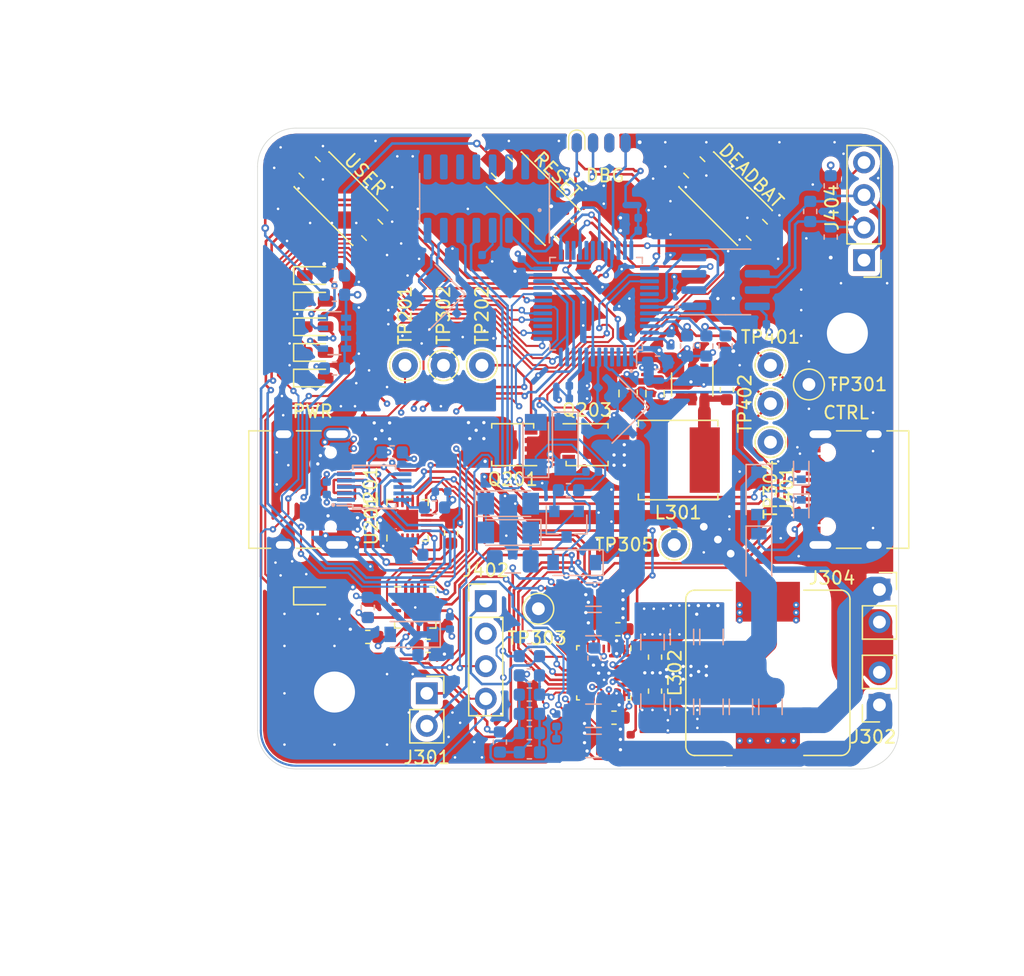
<source format=kicad_pcb>
(kicad_pcb (version 20221018) (generator pcbnew)
  (layers (0 "F.Cu" signal) (1 "In1.Cu" power) (2 "In2.Cu" mixed) (31 "B.Cu" signal) (34 "B.Paste" user) (35 "F.Paste" user) (36 "B.SilkS" user "B.Silkscreen") (37 "F.SilkS" user "F.Silkscreen") (38 "B.Mask" user) (39 "F.Mask" user) (44 "Edge.Cuts" user))
  (net 0 "")
  (net 1 "Net-(C201-Pad2)")
  (net 2 "GND")
  (net 3 "/Input Side/ACDRV1")
  (net 4 "+3V3")
  (net 5 "Net-(C204-Pad1)")
  (net 6 "/Input Side/VAC1")
  (net 7 "VCC")
  (net 8 "Net-(C302-Pad1)")
  (net 9 "VBUS")
  (net 10 "/Power/REGN")
  (net 11 "/Power/VBAT")
  (net 12 "Net-(D201-Pad2)")
  (net 13 "Net-(D201-Pad1)")
  (net 14 "Net-(D202-Pad2)")
  (net 15 "Net-(D301-Pad2)")
  (net 16 "Net-(D301-Pad1)")
  (net 17 "Net-(D401-Pad1)")
  (net 18 "/Control/D+")
  (net 19 "/Control/D-")
  (net 20 "Net-(D405-Pad2)")
  (net 21 "/Control/Blue1")
  (net 22 "Net-(D407-Pad2)")
  (net 23 "/Control/Pink1")
  (net 24 "Net-(D408-Pad2)")
  (net 25 "/Control/White")
  (net 26 "Net-(D409-Pad2)")
  (net 27 "/Control/Pink2")
  (net 28 "Net-(D410-Pad2)")
  (net 29 "/Control/Blue2")
  (net 30 "/Control/SBU2")
  (net 31 "/Input Side/CC1")
  (net 32 "/Input Side/D-")
  (net 33 "/Input Side/D+")
  (net 34 "/Control/SBU1")
  (net 35 "/Input Side/CC2")
  (net 36 "/Power/ACDRV2")
  (net 37 "/Power/VAC2")
  (net 38 "/Control/~{INT_PMC}")
  (net 39 "/Control/~{INT_CHG}")
  (net 40 "/Input Side/EN_SINK")
  (net 41 "/Control/~{CE}")
  (net 42 "/Control/~{RST}")
  (net 43 "/Control/SWCLK")
  (net 44 "/Control/SWDIO")
  (net 45 "Net-(R202-Pad1)")
  (net 46 "/Input Side/~{PROT_FLT}")
  (net 47 "Net-(R204-Pad2)")
  (net 48 "/Control/USB_SEL")
  (net 49 "Net-(R207-Pad1)")
  (net 50 "/Power/TS")
  (net 51 "/Power/ILIM_HIZ")
  (net 52 "/Control/BOOT0")
  (net 53 "/Control/SCL")
  (net 54 "/Control/SDA")
  (net 55 "/Input Side/CC1_PROT")
  (net 56 "/Input Side/CC2_PROT")
  (net 57 "/Power/D+")
  (net 58 "/Power/D-")
  (net 59 "/Control/UART_RX")
  (net 60 "/Control/UART_TX")
  (net 61 "/Control/USB_UART_RX")
  (net 62 "/Control/USB_UART_TX")
  (net 63 "/Control/DE")
  (net 64 "/Control/~{RE}")
  (net 65 "/Control/VDDA")
  (net 66 "/Control/VDDIO2")
  (net 67 "/Control/VDD")
  (net 68 "/Power/SYS")
  (net 69 "/Input Side/VBUSRAW")
  (net 70 "/Power/PMID")
  (net 71 "VBUSp")
  (net 72 "GND1")
  (net 73 "Net-(D203-Pad2)")
  (net 74 "/Power/SW")
  (net 75 "/Control/XT_P")
  (net 76 "/Control/XT_N")
  (net 77 "/Power/SW_P")
  (net 78 "/Power/SW_N")
  (net 79 "/Power/BP")
  (net 80 "/Power/BST1")
  (net 81 "/Power/BST2")
  (net 82 "/Power/SDRV")
  (net 83 "/Control/RS485_N")
  (net 84 "/Control/RS485_P")
  (net 85 "/Control/SCD+")
  (net 86 "/Control/SCD-")
  (net 87 "/Input Side/VBS")
  (net 88 "/Control/MCUXT_N")
  (net 89 "/Control/MCUXT_P")
  (net 90 "Net-(C405-Pad1)")
  (net 91 "Net-(D205-Pad2)")
  (net 92 "Net-(R307-Pad2)")
  (net 93 "Net-(R307-Pad1)")
  (net 94 "Net-(R401-Pad2)")
  (net 95 "Net-(R402-Pad1)")
  (net 96 "Net-(SW401-Pad2)")
  (net 97 "Net-(J401-PadB8)")
  (net 98 "Net-(J401-PadA5)")
  (net 99 "Net-(J401-PadA8)")
  (net 100 "Net-(J401-PadB5)")
  (net 101 "Net-(J403-Pad6)")
  (net 102 "Net-(J403-Pad2)")
  (net 103 "Net-(J403-Pad3)")
  (net 104 "Net-(U202-Pad13)")
  (net 105 "Net-(U202-Pad9)")
  (net 106 "Net-(U202-Pad2)")
  (net 107 "Net-(U401-Pad41)")
  (net 108 "Net-(U401-Pad40)")
  (net 109 "Net-(U401-Pad29)")
  (net 110 "/Control/EXT_SDA")
  (net 111 "/Control/EXT_SCL")
  (net 112 "Net-(U401-Pad15)")
  (net 113 "Net-(U401-Pad4)")
  (net 114 "Net-(U401-Pad3)")
  (net 115 "Net-(U402-Pad15)")
  (net 116 "Net-(U402-Pad14)")
  (net 117 "Net-(U402-Pad13)")
  (net 118 "Net-(U402-Pad12)")
  (net 119 "Net-(U402-Pad11)")
  (net 120 "Net-(U402-Pad10)")
  (net 121 "Net-(U402-Pad9)")
  (footprint "Capacitor_SMD:C_0603_1608Metric" (layer "F.Cu") (at 139.1 119.6 -90)
    (fp_text reference "C201" hide)
    (fp_text value "100nF")
  )
  (footprint "Capacitor_SMD:C_0805_2012Metric" (layer "F.Cu") (at 155 108.7 90)
    (fp_text reference "C301" hide)
    (fp_text value "2.2uF")
  )
  (footprint "Capacitor_SMD:C_0603_1608Metric" (layer "F.Cu") (at 160.6 108.4 -90)
    (fp_text reference "C302" hide)
    (fp_text value "100nF")
  )
  (footprint "Capacitor_SMD:C_0603_1608Metric" (layer "F.Cu") (at 152.1 127.1 180)
    (fp_text reference "C307" hide)
    (fp_text value "47nF")
  )
  (footprint "Capacitor_SMD:C_0603_1608Metric" (layer "F.Cu") (at 151.8 134 180)
    (fp_text reference "C308" hide)
    (fp_text value "47nF")
  )
  (footprint "Capacitor_SMD:C_0603_1608Metric" (layer "F.Cu") (at 155 129.275 -90)
    (fp_text reference "C310" hide)
    (fp_text value "100nF")
  )
  (footprint "LED_SMD:LED_0603_1608Metric_Castellated" (layer "F.Cu") (at 128.5 124.5)
    (fp_text reference "D301" hide)
    (fp_text value "Red")
  )
  (footprint "LED_SMD:LED_0603_1608Metric_Castellated" (layer "F.Cu") (at 128.5 99.5)
    (fp_text reference "D405" hide)
    (fp_text value "B1")
  )
  (footprint "LED_SMD:LED_0603_1608Metric_Castellated" (layer "F.Cu") (at 128.5 101.5)
    (fp_text reference "D407" hide)
    (fp_text value "P1")
  )
  (footprint "LED_SMD:LED_0603_1608Metric_Castellated" (layer "F.Cu") (at 128.5 103.5)
    (fp_text reference "D408" hide)
    (fp_text value "W")
  )
  (footprint "LED_SMD:LED_0603_1608Metric_Castellated" (layer "F.Cu") (at 128.5 105.5)
    (fp_text reference "D409" hide)
    (fp_text value "P2")
  )
  (footprint "LED_SMD:LED_0603_1608Metric_Castellated" (layer "F.Cu") (at 128.5 107.5)
    (fp_text reference "D410" hide)
    (fp_text value "B2")
  )
  (footprint "Connector_PinSocket_2.54mm:PinSocket_1x02_P2.54mm_Vertical" (layer "F.Cu") (at 172.5 133 180)
    (fp_text reference "J302")
    (fp_text value "BAT")
  )
  (footprint "Connector_PinHeader_2.54mm:PinHeader_1x04_P2.54mm_Vertical" (layer "F.Cu") (at 141.8 124.9)
    (fp_text reference "J402")
    (fp_text value "CHG")
  )
  (footprint "Automated:USB_C_Receptacle_XKB_U262-16XN-4BVC11" (layer "F.Cu") (at 171 116.2 90)
    (fp_text reference "J401")
    (fp_text value "CTRL")
  )
  (footprint "ferret:SOIC_clipProgSmall" (layer "F.Cu") (at 150.8 88.4 180)
    (fp_text reference "J403" hide)
    (fp_text value "SOICbite")
  )
  (footprint "Inductor_SMD:L_Bourns_SRN6045TA" (layer "F.Cu") (at 156.8 113.9 180)
    (fp_text reference "L301")
    (fp_text value "12uH")
  )
  (footprint "Automated:L_Bourns_SRP1245A" (layer "F.Cu") (at 163.8 130.5 90)
    (fp_text reference "L302")
    (fp_text value "1uH")
  )
  (footprint "Automated:Vishay_PowerPAK_1212-8_Single" (layer "F.Cu") (at 143.9 112.7 180)
    (fp_text reference "Q201")
    (fp_text value "40V")
  )
  (footprint "Automated:SW_SPST_PTS636_G" (layer "F.Cu") (at 130.5 93.5 -45)
    (fp_text reference "SW401" hide)
    (fp_text value "USER")
  )
  (footprint "TestPoint:TestPoint_THTPad_D2.0mm_Drill1.0mm" (layer "F.Cu") (at 141.5 106.5)
    (fp_text reference "TP202")
    (fp_text value "ACDRV1")
  )
  (footprint "TestPoint:TestPoint_THTPad_D2.0mm_Drill1.0mm" (layer "F.Cu") (at 156.5 120.5 90)
    (fp_text reference "TP305")
    (fp_text value "VBUS_BQ")
  )
  (footprint "Automated:QFN-20-1EP_3x3mm_P0.4mm_EP1.65x1.65mm" (layer "F.Cu") (at 135.7 118.6 90)
    (fp_text reference "U201")
    (fp_text value "TPD6S300A")
  )
  (footprint "Package_TO_SOT_SMD:SOT-23-6" (layer "F.Cu") (at 157.9 108 -90)
    (fp_text reference "U301" hide)
    (fp_text value "TPS560430X3F")
  )
  (footprint "Automated:Texas_VQFN-HR_RQM_4x4mm_P0.40-0.45mm" (layer "F.Cu") (at 151 130.5 -90)
    (fp_text reference "U302" hide)
    (fp_text value "BQ25792")
  )
  (footprint "NetTie:NetTie-2_SMD_Pad0.5mm" (layer "F.Cu") (at 132.3 111 -90)
    (fp_text reference "NT201" hide)
    (fp_text value "UwU" hide)
  )
  (footprint "Capacitor_SMD:C_0603_1608Metric" (layer "F.Cu") (at 155 131.925 90)
    (fp_text reference "C319" hide)
    (fp_text value "100nF")
  )
  (footprint "Capacitor_SMD:C_0402_1005Metric" (layer "F.Cu") (at 153.1 135.815 90)
    (fp_text reference "C318" hide)
    (fp_text value "100nF")
  )
  (footprint "Automated:Vishay_PowerPAK_1212-8_Single" (layer "F.Cu") (at 149.7 112.7)
    (fp_text reference "Q203")
    (fp_text value "40V")
  )
  (footprint "Capacitor_SMD:C_0805_2012Metric" (layer "F.Cu") (at 152.9 108.7 90)
    (fp_text reference "C303" hide)
    (fp_text value "22uF")
  )
  (footprint "Capacitor_SMD:C_0603_1608Metric" (layer "F.Cu") (at 156.5 131.925 90)
    (fp_text reference "C315" hide)
    (fp_text value "100nF")
  )
  (footprint "Capacitor_SMD:C_0402_1005Metric" (layer "F.Cu") (at 151.6 125.8 180)
    (fp_text reference "C306" hide)
    (fp_text value "100nF")
  )
  (footprint "Capacitor_SMD:C_0402_1005Metric" (layer "F.Cu") (at 151.3 135.3 180)
    (fp_text reference "C312" hide)
    (fp_text value "100nF")
  )
  (footprint "TestPoint:TestPoint_THTPad_D2.0mm_Drill1.0mm" (layer "F.Cu") (at 138.5 106.5)
    (fp_text reference "TP302")
    (fp_text value "GND")
  )
  (footprint "TestPoint:TestPoint_THTPad_D2.0mm_Drill1.0mm" (layer "F.Cu") (at 145.9 125.5 90)
    (fp_text reference "TP303")
    (fp_text value "GND1")
  )
  (footprint "Automated:SW_SPST_PTS636_G" (layer "F.Cu") (at 160.5 93.5 135)
    (fp_text reference "SW201" hide)
    (fp_text value "Dead Battery")
  )
  (footprint "Automated:SW_SPST_PTS636_G" (layer "F.Cu") (at 145.5 93.5 -45)
    (fp_text reference "SW402" hide)
    (fp_text value "RESET")
  )
  (footprint "TestPoint:TestPoint_THTPad_D2.0mm_Drill1.0mm" (layer "F.Cu") (at 167 108 90)
    (fp_text reference "TP301")
    (fp_text value "GND")
  )
  (footprint "TestPoint:TestPoint_THTPad_D2.0mm_Drill1.0mm" (layer "F.Cu") (at 164 112.5 90)
    (fp_text reference "TP304")
    (fp_text value "+3V3")
  )
  (footprint "TestPoint:TestPoint_THTPad_D2.0mm_Drill1.0mm" (layer "F.Cu") (at 164 106.5 90)
    (fp_text reference "TP401")
    (fp_text value "SCL")
  )
  (footprint "Connector_PinHeader_2.54mm:PinHeader_1x04_P2.54mm_Vertical" (layer "F.Cu") (at 171.3 98.3 180)
    (fp_text reference "J404")
    (fp_text value "RS485")
  )
  (footprint "MountingHole:MountingHole_3.2mm_M3_ISO14580_Pad" (layer "F.Cu") (at 170 104)
    (fp_text reference "H101" hide)
    (fp_text value "MountingHole_Pad")
  )
  (footprint "MountingHole:MountingHole_3.2mm_M3_ISO14580_Pad" (layer "F.Cu") (at 130 132)
    (fp_text reference "H102" hide)
    (fp_text value "MountingHole_Pad")
  )
  (footprint "TestPoint:TestPoint_THTPad_D2.0mm_Drill1.0mm" (layer "F.Cu") (at 135.5 106.5)
    (fp_text reference "TP201")
    (fp_text value "VBUS_USB")
  )
  (footprint "Connector_PinSocket_2.54mm:PinSocket_1x02_P2.54mm_Vertical" (layer "F.Cu") (at 172.5 124)
    (fp_text reference "J304")
    (fp_text value "SYS")
  )
  (footprint "Package_DFN_QFN:WQFN-16-1EP_3x3mm_P0.5mm_EP1.75x1.75mm" (layer "F.Cu") (at 136.3 125.4)
    (fp_text reference "U202" hide)
    (fp_text value "FUSB307BMPX")
  )
  (footprint "Resistor_SMD:R_0603_1608Metric" (layer "F.Cu") (at 132.6 125.4 -90)
    (fp_text reference "R208" hide)
    (fp_text value "10k")
  )
  (footprint "Capacitor_SMD:C_0603_1608Metric" (layer "F.Cu") (at 132.6 127.7 180)
    (fp_text reference "C204" hide)
    (fp_text value "1uF")
  )
  (footprint "Capacitor_SMD:C_0603_1608Metric" (layer "F.Cu") (at 137.3 128.4 180)
    (fp_text reference "C206" hide)
    (fp_text value "100nF")
  )
  (footprint "Connector_PinSocket_2.54mm:PinSocket_1x02_P2.54mm_Vertical" (layer "F.Cu") (at 137.2 132.1)
    (fp_text reference "J301")
    (fp_text value "BAT")
  )
  (footprint "Automated:USB_C_Receptacle_XKB_U262-16XN-4BVC11" (layer "F.Cu") (at 127.1 116.2 -90)
    (fp_text reference "J201")
    (fp_text value "Power")
  )
  (footprint "TestPoint:TestPoint_THTPad_D2.0mm_Drill1.0mm" (layer "F.Cu") (at 164 109.5 90)
    (fp_text reference "TP402")
    (fp_text value "SDA")
  )
  (footprint "Capacitor_SMD:C_0603_1608Metric" (layer "F.Cu") (at 156.5 129.275 -90)
    (fp_text reference "C311" hide)
    (fp_text value "100nF")
  )
  (footprint "Capacitor_SMD:C_0603_1608Metric" (layer "B.Cu") (at 136.1 121.3)
    (fp_text reference "C203" hide)
    (fp_text value "1uF")
  )
  (footprint "Capacitor_SMD:C_0402_1005Metric" (layer "B.Cu") (at 129.4 116.1 -90)
    (fp_text reference "C207" hide)
    (fp_text value "100nF")
  )
  (footprint "Capacitor_SMD:C_1206_3216Metric" (layer "B.Cu") (at 150.2 126.7 180)
    (fp_text reference "C304" hide)
    (fp_text value "10uF")
  )
  (footprint "Capacitor_SMD:C_1206_3216Metric" (layer "B.Cu") (at 150.2 124.4 180)
    (fp_text reference "C305" hide)
    (fp_text value "10uF")
  )
  (footprint "Capacitor_SMD:C_1206_3216Metric" (layer "B.Cu") (at 159.4 127.7 -90)
    (fp_text reference "C313" hide)
    (fp_text value "10uF")
  )
  (footprint "Capacitor_SMD:C_1206_3216Metric" (layer "B.Cu") (at 150.2 136.2 180)
    (fp_text reference "C314" hide)
    (fp_text value "10uF")
  )
  (footprint "Capacitor_SMD:C_1206_3216Metric" (layer "B.Cu") (at 157.1 127.7 -90)
    (fp_text reference "C316" hide)
    (fp_text value "10uF")
  )
  (footprint "Capacitor_SMD:C_1206_3216Metric" (layer "B.Cu") (at 150.2 133.85 180)
    (fp_text reference "C317" hide)
    (fp_text value "10uF")
  )
  (footprint "Capacitor_SMD:C_1206_3216Metric" (layer "B.Cu") (at 161.7 133.15 90)
    (fp_text reference "C321" hide)
    (fp_text value "10uF")
  )
  (footprint "Capacitor_SMD:C_1206_3216Metric" (layer "B.Cu") (at 159.4 133.15 90)
    (fp_text reference "C322" hide)
    (fp_text value "10uF")
  )
  (footprint "Capacitor_SMD:C_1206_3216Metric" (layer "B.Cu") (at 157.1 133.15 90)
    (fp_text reference "C323" hide)
    (fp_text value "10uF")
  )
  (footprint "Capacitor_SMD:C_1206_3216Metric" (layer "B.Cu") (at 154.8 132.75 90)
    (fp_text reference "C324" hide)
    (fp_text value "10uF")
  )
  (footprint "Capacitor_SMD:C_1206_3216Metric" (layer "B.Cu") (at 164 133.15 90)
    (fp_text reference "C325" hide)
    (fp_text value "10uF")
  )
  (footprint "Diode_SMD:D_MiniMELF" (layer "B.Cu") (at 143.55 119.55 180)
    (fp_text reference "D201" hide)
    (fp_text value "5V6")
  )
  (footprint "Diode_SMD:D_MiniMELF" (layer "B.Cu") (at 143.55 117.3)
    (fp_text reference "D202" hide)
    (fp_text value "3V3")
  )
  (footprint "Diode_SMD:D_SOD-123" (layer "B.Cu") (at 148.7 121.9 180)
    (fp_text reference "D205" hide)
    (fp_text value "5V")
  )
  (footprint "Diode_SMD:D_SOD-123" (layer "B.Cu") (at 163.1 116.5 -90)
    (fp_text reference "D402" hide)
    (fp_text value "30V")
  )
  (footprint "Diode_SMD:D_SOD-523" (layer "B.Cu") (at 166.4 114.7 90)
    (fp_text reference "D403" hide)
    (fp_text value "5V")
  )
  (footprint "Package_TO_SOT_SMD:SOT-23" (layer "B.Cu") (at 148.1 118.9 -90)
    (fp_text reference "Q202" hide)
    (fp_text value "40V")
  )
  (footprint "Resistor_SMD:R_1206_3216Metric" (layer "B.Cu") (at 143.9 121.8)
    (fp_text reference "R201" hide)
    (fp_text value "100")
  )
  (footprint "Resistor_SMD:R_0603_1608Metric" (layer "B.Cu") (at 148.25 116.25 180)
    (fp_text reference "R202" hide)
    (fp_text value "1k")
  )
  (footprint "Resistor_SMD:R_0402_1005Metric" (layer "B.Cu") (at 138.35 116.35 180)
    (fp_text reference "R203" hide)
    (fp_text value "100k")
  )
  (footprint "Resistor_SMD:R_0603_1608Metric" (layer "B.Cu") (at 137.8 117.6 180)
    (fp_text reference "R204" hide)
    (fp_text value "10k")
  )
  (footprint "Resistor_SMD:R_0603_1608Metric" (layer "B.Cu") (at 134.5 113.3)
    (fp_text reference "R205" hide)
    (fp_text value "10k")
  )
  (footprint "Resistor_SMD:R_0603_1608Metric" (layer "B.Cu") (at 142.9 135.9 -90)
    (fp_text reference "R306" hide)
    (fp_text value "2.2k")
  )
  (footprint "Resistor_SMD:R_0603_1608Metric" (layer "B.Cu") (at 145.2125 127.725 180)
    (fp_text reference "R309" hide)
    (fp_text value "100")
  )
  (footprint "Resistor_SMD:R_0603_1608Metric" (layer "B.Cu") (at 145.2 129.2)
    (fp_text reference "R310" hide)
    (fp_text value "10k")
  )
  (footprint "Resistor_SMD:R_0603_1608Metric" (layer "B.Cu") (at 145.2 136.7)
    (fp_text reference "R303" hide)
    (fp_text value "5.1k")
  )
  (footprint "Resistor_SMD:R_0603_1608Metric" (layer "B.Cu") (at 145.2 135.2 180)
    (fp_text reference "R304" hide)
    (fp_text value "30k")
  )
  (footprint "Resistor_SMD:R_0603_1608Metric" (layer "B.Cu") (at 145.2 133.7 180)
    (fp_text reference "R305" hide)
    (fp_text value "10k")
  )
  (footprint "Resistor_SMD:R_0603_1608Metric" (layer "B.Cu") (at 145.2 130.7)
    (fp_text reference "R301" hide)
    (fp_text value "120k")
  )
  (footprint "Resistor_SMD:R_0603_1608Metric" (layer "B.Cu") (at 145.2 132.2 180)
    (fp_text reference "R302" hide)
    (fp_text value "100k")
  )
  (footprint "Resistor_SMD:R_0603_1608Metric" (layer "B.Cu") (at 130 99.5 180)
    (fp_text reference "R402" hide)
    (fp_text value "10k")
  )
  (footprint "Resistor_SMD:R_0603_1608Metric" (layer "B.Cu") (at 130 101 180)
    (fp_text reference "R401" hide)
    (fp_text value "10k")
  )
  (footprint "Resistor_SMD:R_0603_1608Metric" (layer "B.Cu") (at 130 106.75 180)
    (fp_text reference "R408" hide)
    (fp_text value "470")
  )
  (footprint "Package_SO:MSOP-10_3x3mm_P0.5mm" (layer "B.Cu") (at 133.1 116)
    (fp_text reference "U203" hide)
    (fp_text value "FSUSB42MUX")
  )
  (footprint "NetTie:NetTie-2_SMD_Pad2.0mm" (layer "B.Cu") (at 153.2 119.9 -90)
    (fp_text reference "NT302" hide)
    (fp_text value "chonk_vbus" hide)
  )
  (footprint "NetTie:NetTie-2_SMD_Pad0.5mm" (layer "B.Cu") (at 169.875 124 -45)
    (fp_text reference "NT303" hide)
    (fp_text value "chonk")
  )
  (footprint "NetTie:NetTie-2_SMD_Pad2.0mm" (layer "B.Cu") (at 163.5 126 90)
    (fp_text reference "NT301" hide)
    (fp_text value "chonk")
  )
  (footprint "Diode_SMD:D_MiniMELF" (layer "B.Cu") (at 145.7 112.7 90)
    (fp_text reference "D203" hide)
    (fp_text value "5V6")
  )
  (footprint "Diode_SMD:D_MiniMELF" (layer "B.Cu") (at 148 112.7 -90)
    (fp_text reference "D204" hide)
    (fp_text value "3V3")
  )
  (footprint "Resistor_SMD:R_0402_1005Metric" (layer "B.Cu") (at 147.3 134.2 -90)
    (fp_text reference "R307" hide)
    (fp_text value "5.6k")
  )
  (footprint "Resistor_SMD:R_0402_1005Metric" (layer "B.Cu") (at 147.3 136.135 -90)
    (fp_text reference "R308" hide)
    (fp_text value "470")
  )
  (footprint "Capacitor_SMD:C_0603_1608Metric" (layer "B.Cu") (at 150.275 129.35 -90)
    (fp_text reference "C309" hide)
    (fp_text value "4.7uF")
  )
  (footprint "Resistor_SMD:R_Array_Convex_4x0603" (layer "B.Cu") (at 130 104)
    (fp_text reference "R406" hide)
    (fp_text value "470")
  )
  (footprint "Package_SO:SOIC-16_3.9x9.9mm_P1.27mm" (layer "B.Cu") (at 141.7 93.5 90)
    (fp_text reference "U402" hide)
    (fp_text value "CH340G")
  )
  (footprint "Package_QFP:LQFP-48_7x7mm_P0.5mm" (layer "B.Cu") (at 150.4 101.7 90)
    (fp_text reference "U401" hide)
    (fp_text value "STM32F072CBTx")
  )
  (footprint "NetTie:NetTie-2_SMD_Pad0.5mm" (layer "B.Cu") (at 155 107.7 180)
    (fp_text reference "NT402" hide)
    (fp_text value "VDD")
  )
  (footprint "Resistor_SMD:R_0603_1608Metric" (layer "B.Cu") (at 168.7 96.5 -90)
    (fp_text reference "R410" hide)
    (fp_text value "10k")
  )
  (footprint "Resistor_SMD:R_0603_1608Metric" (layer "B.Cu") (at 160.5 105 -90)
    (fp_text reference "R403" hide)
    (fp_text value "10k")
  )
  (footprint "Resistor_SMD:R_0603_1608Metric" (layer "B.Cu") (at 168.7 92.5 -90)
    (fp_text reference "R409" hide)
    (fp_text value "10k")
  )
  (footprint "Resistor_SMD:R_0603_1608Metric" (layer "B.Cu") (at 167.1 94.5 -90)
    (fp_text reference "R407" hide)
    (fp_text value "100")
  )
  (footprint "Resistor_SMD:R_0603_1608Metric" (layer "B.Cu") (at 157.5 105 90)
    (fp_text reference "R405" hide)
    (fp_text value "4.7k")
  )
  (footprint "Capacitor_SMD:C_0402_1005Metric" (layer "B.Cu") (at 139.2 102.8 -135)
    (fp_text reference "C403" hide)
    (fp_text value "12pF")
  )
  (footprint "Capacitor_SMD:C_0402_1005Metric" (layer "B.Cu") (at 135.7 103.1 -45)
    (fp_text reference "C404" hide)
    (fp_text value "12pF")
  )
  (footprint "Capacitor_SMD:C_0402_1005Metric" (layer "B.Cu") (at 142 97.9)
    (fp_text reference "C405" hide)
    (fp_text value "10nF")
  )
  (footprint "Capacitor_SMD:C_0402_1005Metric" (layer "B.Cu") (at 147.6 93.6 90)
    (fp_text reference "C406" hide)
    (fp_text value "100nF")
  )
  (footprint "Capacitor_SMD:C_0402_1005Metric" (layer "B.Cu") (at 153.2 95 180)
    (fp_text reference "C407" hide)
    (fp_text value "1uF")
  )
  (footprint "Capacitor_SMD:C_0402_1005Metric" (layer "B.Cu") (at 153.2 96 180)
    (fp_text reference "C408" hide)
    (fp_text value "100nF")
  )
  (footprint "Capacitor_SMD:C_0603_1608Metric" (layer "B.Cu") (at 155.2 106.3)
    (fp_text reference "C409" hide)
    (fp_text value "4.7uF")
  )
  (footprint "Capacitor_SMD:C_0402_1005Metric" (layer "B.Cu") (at 156.2 104.5 90)
    (fp_text reference "C410" hide)
    (fp_text value "100nF")
  )
  (footprint "Capacitor_SMD:C_0402_1005Metric" (layer "B.Cu") (at 144.6 98.7 -90)
    (fp_text reference "C411" hide)
    (fp_text value "100nF")
  )
  (footprint "Capacitor_SMD:C_0402_1005Metric" (layer "B.Cu") (at 163.2 103.3)
    (fp_text reference "C412" hide)
    (fp_text value "100nF")
  )
  (footprint "Capacitor_SMD:C_0402_1005Metric" (layer "B.Cu") (at 148.8 109.1)
    (fp_text reference "C413" hide)
    (fp_text value "1uF")
  )
  (footprint "Capacitor_SMD:C_0402_1005Metric" (layer "B.Cu") (at 148.8 108.1)
    (fp_text reference "C414" hide)
    (fp_text value "10nF")
  )
  (footprint "NetTie:NetTie-2_SMD_Pad0.5mm" (layer "B.Cu") (at 147.3 108.6 90)
    (fp_text reference "NT403" hide)
    (fp_text value "VDDA")
  )
  (footprint "NetTie:NetTie-2_SMD_Pad0.5mm" (layer "B.Cu") (at 153.2 94)
    (fp_text reference "NT401" hide)
    (fp_text value "VDDIO2")
  )
  (footprint "Crystal:Crystal_SMD_3225-4Pin_3.2x2.5mm" (layer "B.Cu") (at 137.6 101.2 -135)
    (fp_text reference "Y402" hide)
    (fp_text value "12MHz")
  )
  (footprint "Package_SO:SOIC-8_3.9x4.9mm_P1.27mm" (layer "B.Cu") (at 160.5 100)
    (fp_text reference "U403" hide)
    (fp_text value "SP3485EN")
  )
  (footprint "Resistor_SMD:R_0402_1005Metric" (layer "B.Cu") (at 139 126.6 -90)
    (fp_text reference "R206" hide)
    (fp_text value "10k")
  )
  (footprint "Resistor_SMD:R_0603_1608Metric" (layer "B.Cu") (at 132.6 125.4 90)
    (fp_text reference "R207" hide)
    (fp_text value "10k")
  )
  (footprint "Capacitor_SMD:C_0603_1608Metric" (layer "B.Cu") (at 137.3 129.1)
    (fp_text reference "C205" hide)
    (fp_text value "1uF")
  )
  (footprint "Diode_SMD:D_SOD-123" (layer "B.Cu") (at 136 127.5 180)
    (fp_text reference "D206" hide)
    (fp_text value "10V")
  )
  (footprint "Capacitor_SMD:C_1206_3216Metric" (layer "B.Cu") (at 154.8 128.1 -90)
    (fp_text reference "C320" hide)
    (fp_text value "10uF")
  )
  (footprint "Capacitor_SMD:C_0402_1005Metric" (layer "B.Cu") (at 150.1 114.8 180)
    (fp_text reference "C202" hide)
    (fp_text value "1nF")
  )
  (footprint "Capacitor_SMD:C_0402_1005Metric" (layer "B.Cu") (at 153.6 111.5 -135)
    (fp_text reference "C401" hide)
    (fp_text value "12pF")
  )
  (footprint "Capacitor_SMD:C_0402_1005Metric" (layer "B.Cu") (at 150.9 107.9 45)
    (fp_text reference "C402" hide)
    (fp_text value "12pF")
  )
  (footprint "Diode_SMD:D_SOD-123" (layer "B.Cu") (at 163.1 121.3 -90)
    (fp_text reference "D401" hide)
    (fp_text value "20V")
  )
  (footprint "Crystal:Crystal_SMD_3225-4Pin_3.2x2.5mm" (layer "B.Cu") (at 151.9 110 -135)
    (fp_text reference "Y401" hide)
    (fp_text value "12MHz")
  )
  (footprint "Resistor_SMD:R_0603_1608Metric" (layer "B.Cu") (at 159 105 90)
    (fp_text reference "R404" hide)
    (fp_text value "4.7k")
  )
  (footprint "Diode_SMD:D_SOD-523" (layer "B.Cu") (at 166.4 117.7 -90)
    (fp_text reference "D404" hide)
    (fp_text value "5V")
  )
  (gr_circle (center 129.9 117.4) (end 129.98 117.4) (stroke (width 0.16)) (fill none) (layer "B.SilkS"))
  (gr_circle (center 156.7 101.95) (end 156.78 101.95) (stroke (width 0.16)) (fill none) (layer "B.SilkS"))
  (gr_circle (center 153.15 106.95) (end 153.23 106.95) (stroke (width 0.16)) (fill none) (layer "B.SilkS"))
  (gr_circle (center 146 94.4) (end 146.08 94.4) (stroke (width 0.16)) (fill none) (layer "B.SilkS"))
  (gr_line (start 124 91) (end 124 135) (stroke (width 0.05)) (layer "Edge.Cuts"))
  (gr_arc (start 127 138) (mid 124.87868 137.12132) (end 124 135) (stroke (width 0.05)) (layer "Edge.Cuts"))
  (gr_line (start 171 88) (end 127 88) (stroke (width 0.05)) (layer "Edge.Cuts"))
  (gr_line (start 127 138) (end 171 138) (stroke (width 0.05)) (layer "Edge.Cuts"))
  (gr_line (start 174 135) (end 174 91) (stroke (width 0.05)) (layer "Edge.Cuts"))
  (gr_arc (start 124 91) (mid 124.87868 88.87868) (end 127 88) (stroke (width 0.05)) (layer "Edge.Cuts"))
  (gr_arc (start 171 88) (mid 173.12132 88.87868) (end 174 91) (stroke (width 0.05)) (layer "Edge.Cuts"))
  (gr_arc (start 174 135) (mid 173.12132 137.12132) (end 171 138) (stroke (width 0.05)) (layer "Edge.Cuts"))
  (gr_text "DEADBAT" (at 162.5 91.7 315) (layer "F.SilkS") (effects (font (size 1 1))))
  (gr_text "PWR" (at 128.3 110.1) (layer "F.SilkS") (effects (font (size 1 1))))
  (gr_text "USER" (at 132.4 91.6 315) (layer "F.SilkS") (effects (font (size 1 1))))
  (gr_text "CTRL" (at 169.9 110.2) (layer "F.SilkS") (effects (font (size 1 1))))
  (gr_text "DBG" (at 151.1 91.7) (layer "F.SilkS") (effects (font (size 1 1))))
  (gr_text "RESET" (at 147.4 91.7 315) (layer "F.SilkS") (effects (font (size 1 1))))
  (segment (start 139.1 120.825) (end 138.298213 121.626787) (width 0.2) (layer "F.Cu") (net 1))
  (segment (start 138.298213 121.626787) (end 136.732517 121.626787) (width 0.2) (layer "F.Cu") (net 1))
  (segment (start 135.7 120.59427) (end 135.7 120.05) (width 0.2) (layer "F.Cu") (net 1))
  (segment (start 139.1 120.3875) (end 139.1 120.825) (width 0.2) (layer "F.Cu") (net 1))
  (segment (start 136.732517 121.626787) (end 135.7 120.59427) (width 0.2) (layer "F.Cu") (net 1))
  (segment (start 166.85 119.25) (end 166.1 120) (width 0.2) (layer "F.Cu") (net 2))
  (segment (start 134.70072 117.8) (end 134.72573 117.82501) (width 0.2) (layer "F.Cu") (net 2))
  (segment (start 172.5 130.46) (end 170.3 128.26) (width 2) (layer "F.Cu") (net 2))
  (segment (start 130.77 119.77) (end 131.7 120.7) (width 0.2) (layer "F.Cu") (net 2))
  (segment (start 166.149998 112.85) (end 166.1 112.899998) (width 0.2) (layer "F.Cu") (net 2))
  (segment (start 131.35 113.15) (end 131.5 113) (width 0.2) (layer "F.Cu") (net 2))
  (segment (start 134.25 119) (end 135.3 119) (width 0.2) (layer "F.Cu") (net 2))
  (segment (start 137.15 118.6) (end 135.7 118.6) (width 0.2) (layer "F.Cu") (net 2))
  (segment (start 137.05 127.25) (end 137.05 126.875) (width 0.2) (layer "F.Cu") (net 2))
  (segment (start 130.95 119.55) (end 131.5 120.1) (width 0.5) (layer "F.Cu") (net 2))
  (segment (start 132.7 129.4) (end 137.0875 129.4) (width 0.2) (layer "F.Cu") (net 2))
  (segment (start 130.52 119.8) (end 129.3 119.8) (width 0.5) (layer "F.Cu") (net 2))
  (segment (start 134.92501 117.82501) (end 135.7 118.6) (width 0.2) (layer "F.Cu") (net 2))
  (segment (start 131.235546 127.123046) (end 131.235546 127.1) (width 0.2) (layer "F.Cu") (net 2))
  (segment (start 130.9 112.85) (end 131.5 112.25) (width 0.5) (layer "F.Cu") (net 2))
  (segment (start 134.25 118.2) (end 135.3 118.2) (width 0.2) (layer "F.Cu") (net 2))
  (segment (start 157.9 106.9) (end 157.9 107.7) (width 0.8) (layer "F.Cu") (net 2))
  (segment (start 172.5 130.46) (end 172.5 126.54) (width 2) (layer "F.Cu") (net 2))
  (segment (start 157.9 106.9) (end 157.9 106.3) (width 0.5) (layer "F.Cu") (net 2))
  (segment (start 134.25 119.4) (end 134.70072 119.4) (width 0.2) (layer "F.Cu") (net 2))
  (segment (start 170.3 128.26) (end 170.3 125.968) (width 2) (layer "F.Cu") (net 2))
  (segment (start 166.55 113.15) (end 166.3 113.4) (width 0.2) (layer "F.Cu") (net 2))
  (segment (start 130.77 112.85) (end 130.42 112.5) (width 0.5) (layer "F.Cu") (net 2))
  (segment (start 134.72573 119.37499) (end 134.92501 119.37499) (width 0.2) (layer "F.Cu") (net 2))
  (segment (start 135.7 118.6) (end 133.566529 118.6) (width 0.2) (layer "F.Cu") (net 2))
  (segment (start 130.77 113.15) (end 130.77 112.85) (width 0.2) (layer "F.Cu") (net 2))
  (segment (start 138.7875 118.6) (end 139 118.8125) (width 0.2) (layer "F.Cu") (net 2))
  (segment (start 167.33 112.85) (end 166.149998 112.85) (width 0.2) (layer "F.Cu") (net 2))
  (segment (start 136.05 123.925) (end 136.05 125.15) (width 0.3) (layer "F.Cu") (net 2))
  (segment (start 167.33 113.15) (end 166.55 113.15) (width 0.2) (layer "F.Cu") (net 2))
  (segment (start 135.3 119) (end 135.7 118.6) (width 0.2) (layer "F.Cu") (net 2))
  (segment (start 139.7875 118.8125) (end 139.8 118.8) (width 0.2) (layer "F.Cu") (net 2))
  (segment (start 137.14999 127.46249) (end 137.14999 126.24999) (width 0.2) (layer "F.Cu") (net 2))
  (segment (start 130.77 119.955) (end 130.205 120.52) (width 0.2) (layer "F.Cu") (net 2))
  (segment (start 157.6 108) (end 155.2375 108) (width 0.8) (layer "F.Cu") (net 2))
  (segment (start 165.9 120) (end 164.8 120) (width 0.2) (layer "F.Cu") (net 2))
  (segment (start 155.2375 108) (end 155 107.7625) (width 0.8) (layer "F.Cu") (net 2))
  (segment (start 130.42 112.5) (end 129.25 112.5) (width 0.5) (layer "F.Cu") (net 2))
  (segment (start 137.14999 126.24999) (end 136.3 125.4) (width 0.2) (layer "F.Cu") (net 2))
  (segment (start 134.25 117.8) (end 134.70072 117.8) (width 0.2) (layer "F.Cu") (net 2))
  (segment (start 170.489999 122.105001) (end 172.075 120.52) (width 2) (layer "F.Cu") (net 2))
  (segment (start 131.8125 127.7) (end 131.235546 127.123046) (width 0.2) (layer "F.Cu") (net 2))
  (segment (start 135.7 117.15) (end 135.7 118.6) (width 0.2) (layer "F.Cu") (net 2))
  (segment (start 157.8 107.8) (end 157.6 108) (width 0.8) (layer "F.Cu") (net 2))
  (segment (start 158.2 106) (end 158.2 105.065444) (width 0.5) (layer "F.Cu") (net 2))
  (segment (start 170.3 125.968) (end 170.489999 125.778001) (width 2) (layer "F.Cu") (net 2))
  (segment (start 134.92501 119.37499) (end 135.7 118.6) (width 0.2) (layer "F.Cu") (net 2))
  (segment (start 133.566529 118.6) (end 133.560011 118.593482) (width 0.2) (layer "F.Cu") (net 2))
  (segment (start 167.33 119.25) (end 166.85 119.25) (width 0.2) (layer "F.Cu") (net 2))
  (segment (start 134.70072 119.4) (end 134.72573 119.37499) (width 0.2) (layer "F.Cu") (net 2))
  (segment (start 137.0875 129.4) (end 138.0875 128.4) (width 0.2) (layer "F.Cu") (net 2))
  (segment (start 130.77 119.25) (end 130.77 119.55) (width 0.2) (layer "F.Cu") (net 2))
  (segment (start 134.25 118.6) (end 135.7 118.6) (width 0.2) (layer "F.Cu") (net 2))
  (segment (start 172.5 126.54) (end 171.251998 126.54) (width 2) (layer "F.Cu") (net 2))
  (segment (start 130.77 113.15) (end 131.35 113.15) (width 0.2) (layer "F.Cu") (net 2))
  (segment (start 158.2 105.065444) (end 158.346685 104.918759) (width 0.5) (layer "F.Cu") (net 2))
  (segment (start 135.3 118.2) (end 135.7 118.6) (width 0.2) (layer "F.Cu") (net 2))
  (segment (start 153.75 89.15) (end 153.8 89.1) (width 0.2) (layer "F.Cu") (net 2))
  (segment (start 166.1 120) (end 165.9 120) (width 0.2) (layer "F.Cu") (net 2))
  (segment (start 157.9 106.3) (end 158.2 106) (width 0.5) (layer "F.Cu") (net 2))
  (segment (start 139.1 118.8125) (end 139.7875 118.8125) (width 0.2) (layer "F.Cu") (net 2))
  (segment (start 136.05 125.15) (end 136.3 125.4) (width 0.3) (layer "F.Cu") (net 2))
  (segment (start 130.77 119.55) (end 130.77 119.77) (width 0.2) (layer "F.Cu") (net 2))
  (segment (start 132.6 124.6125) (end 131.799416 123.811916) (width 0.2) (layer "F.Cu") (net 2))
  (segment (start 138.0875 128.4) (end 137.14999 127.46249) (width 0.2) (layer "F.Cu") (net 2))
  (segment (start 171.251998 126.54) (end 170.489999 125.778001) (width 2) (layer "F.Cu") (net 2))
  (segment (start 157.9 107.7) (end 157.8 107.8) (width 0.8) (layer "F.Cu") (net 2))
  (segment (start 155 107.7625) (end 152.9 107.7625) (width 0.5) (layer "F.Cu") (net 2))
  (segment (start 131.8125 128.5125) (end 132.7 129.4) (width 0.2) (layer "F.Cu") (net 2))
  (segment (start 130.77 119.55) (end 130.52 119.8) (width 0.5) (layer "F.Cu") (net 2))
  (segment (start 152.705 89.15) (end 153.75 89.15) (width 0.2) (layer "F.Cu") (net 2))
  (segment (start 167.33 119.25) (end 167.33 119.55) (width 0.2) (layer "F.Cu") (net 2))
  (segment (start 130.77 119.55) (end 130.77 119.955) (width 0.2) (layer "F.Cu") (net 2))
  (segment (start 131.799416 123.811916) (end 131.428929 123.811916) (width 0.2) (layer "F.Cu") (net 2))
  (segment (start 134.72573 117.82501) (end 134.92501 117.82501) (width 0.2) (layer "F.Cu") (net 2))
  (segment (start 131.5 120.1) (end 131.8 120.1) (width 0.5) (layer "F.Cu") (net 2))
  (segment (start 131.8125 127.7) (end 131.8125 128.5125) (width 0.2) (layer "F.Cu") (net 2))
  (segment (start 130.77 112.85) (end 130.9 112.85) (width 0.5) (layer "F.Cu") (net 2))
  (segment (start 137.15 118.6) (end 138.7875 118.6) (width 0.2) (layer "F.Cu") (net 2))
  (segment (start 130.77 119.55) (end 130.95 119.55) (width 0.5) (layer "F.Cu") (net 2))
  (segment (start 170.489999 125.778001) (end 170.489999 122.105001) (width 2) (layer "F.Cu") (net 2))
  (via (at 136.3 125.4) (size 0.5) (drill 0.2) (layers "F.Cu" "B.Cu") (net 2))
  (via (at 165.7 118.2) (size 0.5) (drill 0.2) (layers "F.Cu" "B.Cu") (net 2))
  (via (at 150.6 118) (size 0.5) (drill 0.2) (layers "F.Cu" "B.Cu") (net 2))
  (via (at 147.5 89) (size 0.5) (drill 0.2) (layers "F.Cu" "B.Cu") (net 2))
  (via (at 134.5 92.6) (size 0.5) (drill 0.2) (layers "F.Cu" "B.Cu") (net 2))
  (via (at 159.9 101.3) (size 0.52) (drill 0.26) (layers "F.Cu" "B.Cu") (net 2))
  (via (at 129.8 95.4) (size 0.5) (drill 0.2) (layers "F.Cu" "B.Cu") (net 2))
  (via (at 162.8 103.9) (size 0.6) (drill 0.3) (layers "F.Cu" "B.Cu") (net 2))
  (via (at 139.8 118.8) (size 0.5) (drill 0.2) (layers "F.Cu" "B.Cu") (net 2))
  (via (at 151 93.9) (size 0.5) (drill 0.2) (layers "F.Cu" "B.Cu") (net 2))
  (via (at 151 92.5) (size 0.5) (drill 0.2) (layers "F.Cu" "B.Cu") (net 2))
  (via (at 158.8 108) (size 0.5) (drill 0.2) (layers "F.Cu" "B.Cu") (net 2))
  (via (at 156.3 103.6) (size 0.5) (drill 0.2) (layers "F.Cu" "B.Cu") (net 2))
  (via (at 141.7 103.8) (size 0.5) (drill 0.2) (layers "F.Cu" "B.Cu") (net 2))
  (via (at 152.8 107.2) (size 0.52) (drill 0.26) (layers "F.Cu" "B.Cu") (net 2))
  (via (at 126.5 106.5) (size 0.5) (drill 0.2) (layers "F.Cu" "B.Cu") (net 2))
  (via (at 130.4 126.3) (size 0.5) (drill 0.2) (layers "F.Cu" "B.Cu") (net 2))
  (via (at 169 89.1) (size 0.5) (drill 0.2) (layers "F.Cu" "B.Cu") (net 2))
  (via (at 143.3 116.7) (size 0.5) (drill 0.2) (layers "F.Cu" "B.Cu") (net 2))
  (via (at 159 91.7) (size 0.5) (drill 0.2) (layers "F.Cu" "B.Cu") (net 2))
  (via (at 166.4 102.2) (size 0.5) (drill 0.2) (layers "F.Cu" "B.Cu") (net 2))
  (via (at 138.9 135.5) (size 0.5) (drill 0.2) (layers "F.Cu" "B.Cu") (net 2))
  (via (at 162.2 95) (size 0.5) (drill 0.2) (layers "F.Cu" "B.Cu") (net 2))
  (via (at 132.7 106.9) (size 0.5) (drill 0.2) (layers "F.Cu" "B.Cu") (net 2))
  (via (at 157.8 107.8) (size 0.52) (drill 0.26) (layers "F.Cu" "B.Cu") (net 2))
  (via (at 128.1 95.4) (size 0.5) (drill 0.2) (layers "F.Cu" "B.Cu") (net 2))
  (via (at 173.1 100.1) (size 0.5) (drill 0.2) (layers "F.Cu" "B.Cu") (net 2))
  (via (at 135.7 99.5) (size 0.5) (drill 0.2) (layers "F.Cu" "B.Cu") (net 2))
  (via (at 134.1 130.6) (size 0.5) (drill 0.2) (layers "F.Cu" "B.Cu") (net 2))
  (via (at 144.075 99.16499) (size 0.52) (drill 0.26) (layers "F.Cu" "B.Cu") (net 2))
  (via (at 132.8 122.2) (size 0.5) (drill 0.2) (layers "F.Cu" "B.Cu") (net 2))
  (via (at 151.6 116.2) (size 0.5) (drill 0.2) (layers "F.Cu" "B.Cu") (net 2))
  (via (at 136.5 94.3) (size 0.5) (drill 0.2) (layers "F.Cu" "B.Cu") (net 2))
  (via (at 126.1 132.1) (size 0.5) (drill 0.2) (layers "F.Cu" "B.Cu") (net 2))
  (via (at 126.5 104.8) (size 0.5) (drill 0.2) (layers "F.Cu" "B.Cu") (net 2))
  (via (at 164.7 94.8) (size 0.5) (drill 0.2) (layers "F.Cu" "B.Cu") (net 2))
  (via (at 150.9 100.4) (size 0.5) (drill 0.2) (layers "F.Cu" "B.Cu") (net 2))
  (via (at 137.5 137.1) (size 0.5) (drill 0.2) (layers "F.Cu" "B.Cu") (net 2))
  (via (at 167 109.9) (size 0.5) (drill 0.2) (layers "F.Cu" "B.Cu") (net 2))
  (via (at 130.5 109.7) (size 0.5) (drill 0.2) (layers "F.Cu" "B.Cu") (net 2))
  (via (at 128.7 125.9) (size 0.5) (drill 0.2) (layers "F.Cu" "B.Cu") (net 2))
  (via (at 142.4 104.4) (size 0.5) (drill 0.2) (layers "F.Cu" "B.Cu") (net 2))
  (via (at 154.5 94.4) (size 0.5) (drill 0.2) (layers "F.Cu" "B.Cu") (net 2))
  (via (at 125.4 121.9) (size 0.5) (drill 0.2) (layers "F.Cu" "B.Cu") (net 2))
  (via (at 166.4 104.2) (size 0.5) (drill 0.2) (layers "F.Cu" "B.Cu") (net 2))
  (via (at 126.1 128.4) (size 0.5) (drill 0.2) (layers "F.Cu" "B.Cu") (net 2))
  (via (at 162.8 92.7) (size 0.5) (drill 0.2) (layers "F.Cu" "B.Cu") (net 2))
  (via (at 131.9 100) (size 0.5) (drill 0.2) (layers "F.Cu" "B.Cu") (net 2))
  (via (at 143.6 89) (size 0.5) (drill 0.2) (layers "F.Cu" "B.Cu") (net 2))
  (via (at 142.3 98.4) (size 0.5) (drill 0.2) (layers "F.Cu" "B.Cu") (net 2))
  (via (at 161.6 96.7) (size 0.5) (drill 0.2) (layers "F.Cu" "B.Cu") (net 2))
  (via (at 131.7 95.4) (size 0.5) (drill 0.2) (layers "F.Cu" "B.Cu") (net 2))
  (via (at 143 133.7) (size 0.5) (drill 0.2) (layers "F.Cu" "B.Cu") (net 2))
  (via (at 130 128.4) (size 0.5) (drill 0.2) (layers "F.Cu" "B.Cu") (net 2))
  (via (at 149.4 101.6) (size 0.5) (drill 0.2) (layers "F.Cu" "B.Cu") (net 2))
  (via (at 126.1 125.9) (size 0.5) (drill 0.2) (layers "F.Cu" "B.Cu") (net 2))
  (via (at 131.6 109.7) (size 0.5) (drill 0.2) (layers "F.Cu" "B.Cu") (net 2))
  (via (at 158.8 121.1) (size 0.5) (drill 0.2) (layers "F.Cu" "B.Cu") (net 2))
  (via (at 161.1 101.275) (size 0.52) (drill 0.26) (layers "F.Cu" "B.Cu") (net 2))
  (via (at 127.1 102.5) (size 0.5) (drill 0.2) (layers "F.Cu" "B.Cu") (net 2))
  (via (at 164.7 89.1) (size 0.5) (drill 0.2) (layers "F.Cu" "B.Cu") (net 2))
  (via (at 160.9 121.2) (size 1) (drill 0.6) (layers "F.Cu" "B.Cu") (net 2))
  (via (at 153.1 104.1) (size 0.5) (drill 0.2) (layers "F.Cu" "B.Cu") (net 2))
  (via (at 126.3 96.8) (size 0.5) (drill 0.2) (layers "F.Cu" "B.Cu") (net 2))
  (via (at 168.7 94.5) (size 0.5) (drill 0.2) (layers "F.Cu" "B.Cu") (net 2))
  (via (at 131.428929 123.811916) (size 0.52) (drill 0.26) (layers "F.Cu" "B.Cu") (net 2))
  (via (at 164.6 98.2) (size 0.5) (drill 0.2) (layers "F.Cu" "B.Cu") (net 2))
  (via (at 125.5 115.8) (size 0.5) (drill 0.2) (layers "F.Cu" "B.Cu") (net 2))
  (via (at 133.2 89) (size 0.5) (drill 0.2) (layers "F.Cu" "B.Cu") (net 2))
  (via (at 164.8 120) (size 0.5) (drill 0.2) (layers "F.Cu" "B.Cu") (net 2))
  (via (at 134.9 90.2) (size 0.5) (drill 0.2) (layers "F.Cu" "B.Cu") (net 2))
  (via (at 151.5 120.6) (size 0.5) (drill 0.2) (layers "F.Cu" "B.Cu") (net 2))
  (via (at 131.5 112.25) (size 0.52) (drill 0.26) (layers "F.Cu" "B.Cu") (net 2))
  (via (at 139.4 137.1) (size 0.5) (drill 0.2) (layers "F.Cu" "B.Cu") (net 2))
  (via (at 155.8 89.1) (size 0.5) (drill 0.2) (layers "F.Cu" "B.Cu") (net 2))
  (via (at 166.4 100.6) (size 0.5) (drill 0.2) (layers "F.Cu" "B.Cu") (net 2))
  (via (at 151.6 118.7) (size 0.5) (drill 0.2) (layers "F.Cu" "B.Cu") (net 2))
  (via (at 153.8 89.1) (size 0.6) (drill 0.3) (layers "F.Cu" "B.Cu") (net 2))
  (via (at 141.7 115.2) (size 0.5) (drill 0.2) (layers "F.Cu" "B.Cu") (net 2))
  (via (at 160.8 118.3) (size 0.5) (drill 0.2) (layers "F.Cu" "B.Cu") (net 2))
  (via (at 149.4 103.4) (size 0.5) (drill 0.2) (layers "F.Cu" "B.Cu") (net 2))
  (via (at 129.2 98.600043) (size 0.6) (drill 0.3) (layers "F.Cu" "B.Cu") (net 2))
  (via (at 127.2 92.7) (size 0.5) (drill 0.2) (layers "F.Cu" "B.Cu") (net 2))
  (via (at 156.2 93.7) (size 0.5) (drill 0.2) (layers "F.Cu" "B.Cu") (net 2))
  (via (at 136.1 130.6) (size 0.5) (drill 0.2) (layers "F.Cu" "B.Cu") (net 2))
  (via (at 156.5 100.7) (size 0.5) (drill 0.2) (layers "F.Cu" "B.Cu") (net 2))
  (via (at 139.2 133.6) (size 0.5) (drill 0.2) (layers "F.Cu" "B.Cu") (net 2))
  (via (at 135.3 104.2) (size 0.5) (drill 0.2) (layers "F.Cu" "B.Cu") (net 2))
  (via (at 167 106.2) (size 0.5) (drill 0.2) (layers "F.Cu" "B.Cu") (net 2))
  (via (at 129.4 115) (size 0.5) (drill 0.2) (layers "F.Cu" "B.Cu") (net 2))
  (via (at 136.6 98.2) (size 0.5) (drill 0.2) (layers "F.Cu" "B.Cu") (net 2))
  (via (at 143.4 119.8) (size 0.5) (drill 0.2) (layers "F.Cu" "B.Cu") (net 2))
  (via (at 172 119.2) (size 0.5) (drill 0.2) (layers "F.Cu" "B.Cu") (net 2))
  (via (at 125.8 122.9) (size 0.5) (drill 0.2) (layers "F.Cu" "B.Cu") (net 2))
  (via (at 155.325 105.33999) (size 0.52) (drill 0.26) (layers "F.Cu" "B.Cu") (net 2))
  (via (at 166.1 112.899998) (size 0.5) (drill 0.2) (layers "F.Cu" "B.Cu") (net 2))
  (via (at 172.4 91.9) (size 0.5) (drill 0.2) (layers "F.Cu" "B.Cu") (net 2))
  (via (at 126 110.4) (size 0.5) (drill 0.2) (layers "F.Cu" "B.Cu") (net 2))
  (via (at 131.235546 127.1) (size 0.52) (drill 0.26) (layers "F.Cu" "B.Cu") (net 2))
  (via (at 172 113.2) (size 0.5) (drill 0.2) (layers "F.Cu" "B.Cu") (net 2))
  (via (at 130 136.1) (size 0.5) (drill 0.2) (layers "F.Cu" "B.Cu") (net 2))
  (via (at 146.2 115.7) (size 0.5) (drill 0.2) (layers "F.Cu" "B.Cu") (net 2))
  (via (at 131.8 120.1) (size 0.52) (drill 0.26) (layers "F.Cu" "B.Cu") (net 2))
  (via (at 125.3 91.1) (size 0.5) (drill 0.2) (layers "F.Cu" "B.Cu") (net 2))
  (via (at 131.9 105.6) (size 0.5) (drill 0.2) (layers "F.Cu" "B.Cu") (net 2))
  (via (at 158.8 119.1) (size 1) (drill 0.6) (layers "F.Cu" "B.Cu") (net 2))
  (via (at 126.4 114.3) (size 0.5) (drill 0.2) (layers "F.Cu" "B.Cu") (net 2))
  (via (at 134.1 97.9) (size 0.5) (drill 0.2) (layers "F.Cu" "B.Cu") (net 2))
  (via (at 135.2 97) (size 0.5) (drill 0.2) (layers "F.Cu" "B.Cu") (net 2))
  (via (at 149.7 108.1) (size 0.5) (drill 0.2) (layers "F.Cu" "B.Cu") (net 2))
  (via (at 153 101.3) (size 0.5) (drill 0.2) (layers "F.Cu" "B.Cu") (net 2))
  (via (at 166.2 121.4) (size 0.5) (drill 0.2) (layers "F.Cu" "B.Cu") (net 2))
  (via (at 129.25 112.5) (size 0.52) (drill 0.26) (layers "F.Cu" "B.Cu") (net 2))
  (via (at 161.6 106.5) (size 0.5) (drill 0.2) (layers "F.Cu" "B.Cu") (net 2))
  (via (at 146.9 94.1) (size 0.6) (drill 0.3) (layers "F.Cu" "B.Cu") (net 2))
  (via (at 138.574706 129.039787) (size 0.52) (drill 0.26) (layers "F.Cu" "B.Cu") (net 2))
  (via (at 150.5 120.1) (size 0.5) (drill 0.2) (layers "F.Cu" "B.Cu") (net 2))
  (via (at 157.4 118.3) (size 0.5) (drill 0.2) (layers "F.Cu" "B.Cu") (net 2))
  (via (at 160.7 97.6) (size 0.5) (drill 0.2) (layers "F.Cu" "B.Cu") (net 2))
  (via (at 134.5 95.3) (size 0.5) (drill 0.2) (layers "F.Cu" "B.Cu") (net 2))
  (via (at 131.7 107.9) (size 0.5) (drill 0.2) (layers "F.Cu" "B.Cu") (net 2))
  (via (at 155.8 91) (size 0.5) (drill 0.2) (layers "F.Cu" "B.Cu") (net 2))
  (via (at 125.5 113.3) (size 0.5) (drill 0.2) (layers "F.Cu" "B.Cu") (net 2))
  (via (at 125.6 94.3) (size 0.5) (drill 0.2) (layers "F.Cu" "B.Cu") (net 2))
  (via (at 152.2 101.9) (size 0.5) (drill 0.2) (layers "F.Cu" "B.Cu") (net 2))
  (via (at 156.2 96.3) (size 0.5) (drill 0.2) (layers "F.Cu" "B.Cu") (net 2))
  (via (at 129.3 119.8) (size 0.52) (drill 0.26) (layers "F.Cu" "B.Cu") (net 2))
  (via (at 158.325 104.95) (size 0.52) (drill 0.26) (layers "F.Cu" "B.Cu") (net 2))
  (via (at 149.7 109.1) (size 0.5) (drill 0.2) (layers "F.Cu" "B.Cu") (net 2))
  (via (at 126.1 136.1) (size 0.5) (drill 0.2) (layers "F.Cu" "B.Cu") (net 2))
  (via (at 133.560011 118.593482) (size 0.6) (drill 0.3) (layers "F.Cu" "B.Cu") (net 2))
  (via (at 125.8 89.5) (size 0.5) (drill 0.2) (layers "F.Cu" "B.Cu") (net 2))
  (via (at 166.3 113.4) (size 0.5) (drill 0.2) (layers "F.Cu" "B.Cu") (net 2))
  (via (at 136.2 113.8) (size 0.5) (drill 0.2) (layers "F.Cu" "B.Cu") (net 2))
  (via (at 134.1 108.2) (size 0.5) (drill 0.2) (layers "F.Cu" "B.Cu") (net 2))
  (via (at 127.8 122.8) (size 0.5) (drill 0.2) (layers "F.Cu" "B.Cu") (net 2))
  (via (at 159.9 120.1) (size 1) (drill 0.6) (layers "F.Cu" "B.Cu") (net 2))
  (via (at 131.7 120.7) (size 0.52) (drill 0.26) (layers "F.Cu" "B.Cu") (net 2))
  (via (at 137.4 103.7) (size 0.5) (drill 0.2) (layers "F.Cu" "B.Cu") (net 2))
  (via (at 161 91) (size 0.5) (drill 0.2) (layers "F.Cu" "B.Cu") (net 2))
  (via (at 132.5 92.6) (size 0.5) (drill 0.2) (layers "F.Cu" "B.Cu") (net 2))
  (via (at 152.4 99) (size 0.5) (drill 0.2) (layers "F.Cu" "B.Cu") (net 2))
  (via (at 169 108) (size 0.5) (drill 0.2) (layers "F.Cu" "B.Cu") (net 2))
  (via (at 136.1 90.2) (size 0.5) (drill 0.2) (layers "F.Cu" "B.Cu") (net 2))
  (via (at 140.9 135.9) (size 0.5) (drill 0.2) (layers "F.Cu" "B.Cu") (net 2))
  (via (at 152.3 95) (size 0.52) (drill 0.26) (layers "F.Cu" "B.Cu") (net 2))
  (via (at 138.3 109.7) (size 0.5) (drill 0.2) (layers "F.Cu" "B.Cu") (net 2))
  (via (at 162.3 109.5) (size 0.5) (drill 0.2) (layers "F.Cu" "B.Cu") (net 2))
  (via (at 168.7 98.1) (size 0.6) (drill 0.3) (layers "F.Cu" "B.Cu") (net 2))
  (via (at 143 126.3) (size 0.5) (drill 0.2) (layers "F.Cu" "B.Cu") (net 2))
  (via (at 156.5 99.6) (size 0.5) (drill 0.2) (layers "F.Cu" "B.Cu") (net 2))
  (via (at 133.8 120.6) (size 0.5) (drill 0.2) (layers "F.Cu" "B.Cu") (net 2))
  (via (at 129.1 92) (size 0.5) (drill 0.2) (layers "F.Cu" "B.Cu") (net 2))
  (via (at 154.6 96.3) (size 0.5) (drill 0.2) (layers "F.Cu" "B.Cu") (net 2))
  (via (at 169.7 90) (size 0.5) (drill 0.2) (layers "F.Cu" "B.Cu") (net 2))
  (via (at 169.5 100.1) (size 0.5) (drill 0.2) (layers "F.Cu" "B.Cu") (net 2))
  (via (at 151.8 110.4) (size 0.5) (drill 0.2) (layers "F.Cu" "B.Cu") (net 2))
  (via (at 160.8 119.3) (size 0.5) (drill 0.2) (layers "F.Cu" "B.Cu") (net 2))
  (via (at 156.2 97.9) (size 0.5) (drill 0.2) (layers "F.Cu" "B.Cu") (net 2))
  (via (at 172 110.2) (size 0.5) (drill 0.2) (layers "F.Cu" "B.Cu") (net 2))
  (via (at 135.8 133.6) (size 0.5) (drill 0.2) (layers "F.Cu" "B.Cu") (net 2))
  (via (at 139.8 134.4) (size 0.5) (drill 0.2) (layers "F.Cu" "B.Cu") (net 2))
  (via (at 134.2 103.3) (size 0.5) (drill 0.2) (layers "F.Cu" "B.Cu") (net 2))
  (via (at 126.7 121.8) (size 0.5) (drill 0.2) (layers "F.Cu" "B.Cu") (net 2))
  (via (at 152.3 96) (size 0.52) (drill 0.26) (layers "F.Cu" "B.Cu") (net 2))
  (via (at 131.5 113) (size 0.52) (drill 0.26) (layers "F.Cu" "B.Cu") (net 2))
  (via (at 145.9 107.3) (size 0.5) (drill 0.2) (layers "F.Cu" "B.Cu") (net 2))
  (via (at 141.5 137.1) (size 0.5) (drill 0.2) (layers "F.Cu" "B.Cu") (net 2))
  (via (at 140.4 94.3) (size 0.5) (drill 0.2) (layers "F.Cu" "B.Cu") (net 2))
  (via (at 149.6 92.7) (size 0.5) (drill 0.2) (layers "F.Cu" "B.Cu") (net 2))
  (via (at 161.6 114.8) (size 0.5) (drill 0.2) (layers "F.Cu" "B.Cu") (net 2))
  (via (at 166.8 96.6) (size 0.5) (drill 0.2) (layers "F.Cu" "B.Cu") (net 2))
  (via (at 134.2 102.2) (size 0.5) (drill 0.2) (layers "F.Cu" "B.Cu") (net 2))
  (via (at 167.3 92.4) (size 0.5) (drill 0.2) (layers "F.Cu" "B.Cu") (net 2))
  (via (at 134.1 136.1) (size 0.5) (drill 0.2) (layers "F.Cu" "B.Cu") (net 2))
  (via (at 153.5 107.2) (size 0.52) (drill 0.26) (layers "F.Cu" "B.Cu") (net 2))
  (via (at 159 89.1) (size 0.5) (drill 0.2) (layers "F.Cu" "B.Cu") (net 2))
  (via (at 148.1 91.3) (size 0.5) (drill 0.2) (layers "F.Cu" "B.Cu") (net 2))
  (via (at 125.9 108.9) (size 0.5) (drill 0.2) (layers "F.Cu" "B.Cu") (net 2))
  (via (at 131.9 102) (size 0.5) (drill 0.2) (layers "F.Cu" "B.Cu") (net 2))
  (via (at 139.2 97.4) (size 0.5) (drill 0.2) (layers "F.Cu" "B.Cu") (net 2))
  (via (at 136.8 104.8) (size 0.5) (drill 0.2) (layers "F.Cu" "B.Cu") (net 2))
  (via (at 157.4 92.6) (size 0.5) (drill 0.2) (layers "F.Cu" "B.Cu") (net 2))
  (via (at 129.1 89.4) (size 0.5) (drill 0.2) (layers "F.Cu" "B.Cu") (net 2))
  (via (at 140 104.3) (size 0.5) (drill 0.2) (layers "F.Cu" "B.Cu") (net 2))
  (via (at 144.1 117.3) (size 0.5) (drill 0.2) (layers "F.Cu" "B.Cu") (net 2))
  (via (at 161.1 105.4) (size 0.6) (drill 0.3) (layers "F.Cu" "B.Cu") (net 2))
  (via (at 164.6 114) (size 0.5) (drill 0.2) (layers "F.Cu" "B.Cu") (net 2))
  (via (at 154.85 91.94) (size 0.5) (drill 0.2) (layers "F.Cu" "B.Cu") (net 2))
  (via (at 148.1 92.1) (size 0.5) (drill 0.2) (layers "F.Cu" "B.Cu") (net 2))
  (segment (start 152.65 96.065) (end 152.715 96) (width 0.2) (layer "B.Cu") (net 2))
  (segment (start 136.2 113.8) (end 136.2 113.8) (width 0.3) (layer "B.Cu") (net 2))
  (segment (start 165.7 118.4) (end 166.4 118.4) (width 0.2) (layer "B.Cu") (net 2))
  (segment (start 138.0875 129.1) (end 138.514493 129.1) (width 0.2) (layer "B.Cu") (net 2))
  (segment (start 165.7 118.4) (end 165.7 118.4) (width 0.2) (layer "B.Cu") (net 2))
  (segment (start 135.3125 120.345971) (end 133.560011 118.593482) (width 0.2) (layer "B.Cu") (net 2))
  (segment (start 166 112.999998) (end 166.1 112.899998) (width 0.2) (layer "B.Cu") (net 2))
  (segment (start 129.2125 99.5) (end 129.2125 98.612543) (width 0.2) (layer "B.Cu") (net 2))
  (segment (start 138.514493 129.1) (end 138.574706 129.039787) (width 0.2) (layer "B.Cu") (net 2))
  (segment (start 156.2 104.015) (end 156.2 103.7) (width 0.16) (layer "B.Cu") (net 2))
  (segment (start 156.2 103.7) (end 156.3 103.6) (width 0.16) (layer "B.Cu") (net 2))
  (segment (start 162.3 103.3) (end 161.5 102.5) (width 0.2) (layer "B.Cu") (net 2))
  (segment (start 164.8 120) (end 164.8 119.3) (width 0.2) (layer "B.Cu") (net 2))
  (segment (start 137.423223 102.578858) (end 137.423223 103.676777) (width 0.2) (layer "B.Cu") (net 2))
  (segment (start 155.9875 106.00249) (end 155.325 105.33999) (width 0.2) (layer "B.Cu") (net 2))
  (segment (start 149.285 108.1) (end 149.65 107.735) (width 0.3) (layer "B.Cu") (net 2))
  (segment (start 168.7 97.2875) (end 168.7 98.1) (width 0.2) (layer "B.Cu") (net 2))
  (segment (start 163.5 124) (end 163.5 123.8) (width 2) (layer "B.Cu") (net 2))
  (segment (start 129.2125 98.612543) (end 129.2 98.600043) (width 0.2) (layer "B.Cu") (net 2))
  (segment (start 146.145 95.975) (end 146.145 94.9225) (width 0.2) (layer "B.Cu") (net 2))
  (segment (start 162 98.095) (end 162.975 98.095) (width 0.2) (layer "B.Cu") (net 2))
  (segment (start 161.5 98.595) (end 162 98.095) (width 0.2) (layer "B.Cu") (net 2))
  (segment (start 144.6 99.185) (end 144.09501 99.185) (width 0.2) (layer "B.Cu") (net 2))
  (segment (start 166.3 113.9) (end 166.4 114) (width 0.2) (layer "B.Cu") (net 2))
  (segment (start 164.8 119.3) (end 165.7 118.4) (width 0.2) (layer "B.Cu") (net 2))
  (segment (start 144.6 99.185) (end 144.865 99.45) (width 0.2) (layer "B.Cu") (net 2))
  (segment (start 160.5 105.7875) (end 160.7125 105.7875) (width 0.2) (layer "B.Cu") (net 2))
  (segment (start 154.6275 104.015) (end 154.5625 103.95) (width 0.2) (layer "B.Cu") (net 2))
  (segment (start 146.915 94.085) (end 146.9 94.1) (width 0.2) (layer "B.Cu") (net 2))
  (segment (start 151.723223 111.378858) (end 151.723223 110.676777) (width 0.2) (layer "B.Cu") (net 2))
  (segment (start 152.187312 111.842947) (end 151.723223 111.378858) (width 0.2) (layer "B.Cu") (net 2))
  (segment (start 151.242947 107.557053) (end 151.242947 107.787312) (width 0.2) (layer "B.Cu") (net 2))
  (segment (start 166.4 114) (end 166 113.6) (width 0.2) (layer "B.Cu") (net 2))
  (segment (start 166.3 113.4) (end 166.3 113.9) (width 0.2) (layer "B.Cu") (net 2))
  (segment (start 161.5 102.5) (end 161.5 98.595) (width 0.2) (layer "B.Cu") (net 2))
  (segment (start 143 94.869318) (end 143 97.385) (width 0.2) (layer "B.Cu") (net 2))
  (segment (start 149.285 109.1) (end 149.285 108.1) (width 0.3) (layer "B.Cu") (net 2))
  (segment (start 142.485 98.215) (end 142.3 98.4) (width 0.2) (layer "B.Cu") (net 2))
  (segment (start 129.4 115.615) (end 129.4 115) (width 0.2) (layer "B.Cu") (net 2))
  (segment (start 135.7875 113.8) (end 136.2 113.8) (width 0.3) (layer "B.Cu") (net 2))
  (segment (start 152.076777 110.123223) (end 151.8 110.4) (width 0.2) (layer "B.Cu") (net 2))
  (segment (start 138.857053 103.142947) (end 137.987312 103.142947) (width 0.2) (layer "B.Cu") (net 2))
  (segment (start 163.5 123.8) (end 158.8 119.1) (width 2) (layer "B.Cu") (net 2))
  (segment (start 136.042947 103.442947) (end 136.559134 103.442947) (width 0.2) (layer "B.Cu") (net 2))
  (segment (start 135.2875 113.3) (end 135.7875 113.8) (width 0.3) (layer "B.Cu") (net 2))
  (segment (start 155.9875 106.3) (end 155.9875 106.00249) (width 0.2) (layer "B.Cu") (net 2))
  (segment (start 136.2 113.8) (end 135.800004 113.8) (width 0.3) (layer "B.Cu") (net 2))
  (segment (start 137.776777 99.821142) (end 137.776777 102.225304) (width 0.2) (layer "B.Cu") (net 2))
  (segment (start 151.242947 107.787312) (end 152.076777 108.621142) (width 0.2) (layer "B.Cu") (net 2))
  (segment (start 129.4 115.615) (end 130.015 115) (width 0.2) (layer "B.Cu") (net 2))
  (segment (start 145.7225 94.5) (end 143.369318 94.5) (width 0.2) (layer "B.Cu") (net 2))
  (segment (start 162.715 103.815) (end 162.8 103.9) (width 0.2) (layer "B.Cu") (net 2))
  (segment (start 152.65 97.5375) (end 152.65 96.065) (width 0.2) (layer "B.Cu") (net 2))
  (segment (start 162.715 103.3) (end 162.3 103.3) (width 0.2) (layer "B.Cu") (net 2))
  (segment (start 151.723223 110.676777) (end 151.8 110.6) (width 0.2) (layer "B.Cu") (net 2))
  (segment (start 144.865 99.45) (end 146.2375 99.45) (width 0.2) (layer "B.Cu") (net 2))
  (segment (start 147.6 94.085) (end 146.915 94.085) (width 0.2) (layer "B.Cu") (net 2))
  (segment (start 130.015 115) (end 130.9 115) (width 0.2) (layer "B.Cu") (net 2))
  (segment (start 144.09501 99.185) (end 144.075 99.16499) (width 0.2) (layer "B.Cu") (net 2))
  (segment (start 143 97.385) (end 142.485 97.9) (width 0.2) (layer "B.Cu") (net 2))
  (segment (start 153.257053 111.842947) (end 152.187312 111.842947) (width 0.2) (layer "B.Cu") (net 2))
  (segment (start 142.485 97.9) (end 142.485 98.215) (width 0.2) (layer "B.Cu") (net 2))
  (segment (start 160.7125 105.7875) (end 161.1 105.4) (width 0.2) (layer "B.Cu") (net 2))
  (segment (start 147.6 94.52) (end 146.145 95.975) (width 0.2) (layer "B.Cu") (net 2))
  (segment (start 152.65 96.065) (end 152.65 96.065) (width 0.2) (layer "B.Cu") (net 2))
  (segment (start 137.423223 103.676777) (end 137.4 103.7) (width 0.2) (layer "B.Cu") (net 2))
  (segment (start 156.2 104.015) (end 154.6275 104.015) (width 0.2) (layer "B.Cu") (net 2))
  (segment (start 149.65 107.735) (end 149.65 105.8625) (width 0.3) (layer "B.Cu") (net 2))
  (segment (start 166 113.6) (end 166 112.999998) (width 0.2) (layer "B.Cu") (net 2))
  (segment (start 162.715 103.3) (end 162.715 103.815) (width 0.2) (layer "B.Cu") (net 2))
  (segment (start 147.6 94.085) (end 147.6 94.52) (width 0.2) (layer "B.Cu") (net 2))
  (segment (start 152.076777 108.621142) (end 152.076777 110.123223) (width 0.2) (layer "B.Cu") (net 2))
  (segment (start 135.3125 121.3) (end 135.3125 120.345971) (width 0.2) (layer "B.Cu") (net 2))
  (segment (start 143.369318 94.5) (end 143 94.869318) (width 0.2) (layer "B.Cu") (net 2))
  (segment (start 146.145 94.9225) (end 145.7225 94.5) (width 0.2) (layer "B.Cu") (net 2))
  (segment (start 151.8 110.6) (end 151.8 110.4) (width 0.2) (layer "B.Cu") (net 2))
  (segment (start 137.776777 102.225304) (end 137.423223 102.578858) (width 0.2) (layer "B.Cu") (net 2))
  (segment (start 136.559134 103.442947) (end 137.423223 102.578858) (width 0.2) (layer "B.Cu") (net 2))
  (segment (start 137.987312 103.142947) (end 137.423223 102.578858) (width 0.2) (layer "B.Cu") (net 2))
  (segment (start 145.335 107.935) (end 145.335 111.71) (width 0.2) (layer "F.Cu") (net 3))
  (segment (start 144.669999 124.591809) (end 144.669999 128.169999) (width 0.16) (layer "F.Cu") (net 3))
  (segment (start 146.609817 122.651991) (end 144.669999 124.591809) (width 0.16) (layer "F.Cu") (net 3))
  (segment (start 144.669999 128.169999) (end 145.75 129.25) (width 0.16) (layer "F.Cu") (net 3))
  (segment (start 148.085719 122.91199) (end 147.82572 122.651991) (width 0.16) (layer "F.Cu") (net 3))
  (segment (start 144.437773 110.812773) (end 144.437773 110.8) (width 0.16) (layer "F.Cu") (net 3))
  (segment (start 147.82572 122.651991) (end 146.609817 122.651991) (width 0.16) (layer "F.Cu") (net 3))
  (segment (start 147.705 114.25) (end 146.699976 114.25) (width 0.2) (layer "F.Cu") (net 3))
  (segment (start 148.5 129.9) (end 149.1 129.9) (width 0.16) (layer "F.Cu") (net 3))
  (segment (start 145.335 111.71) (end 144.437773 110.812773) (width 0.16) (layer "F.Cu") (net 3))
  (segment (start 145.75 129.25) (end 147.85 129.25) (width 0.16) (layer "F.Cu") (net 3))
  (segment (start 147.85 129.25) (end 148.5 129.9) (width 0.16) (layer "F.Cu") (net 3))
  (segment (start 143.9 106.5) (end 145.335 107.935) (width 0.2) (layer "F.Cu") (net 3))
  (segment (start 141.5 106.5) (end 143.9 106.5) (width 0.2) (layer "F.Cu") (net 3))
  (segment (start 148.265 113.69) (end 147.705 114.25) (width 0.2) (layer "F.Cu") (net 3))
  (via (at 144.437773 110.8) (size 0.52) (drill 0.26) (layers "F.Cu" "B.Cu") (net 3))
  (via (at 148.085719 122.91199) (size 0.52) (drill 0.26) (layers "F.Cu" "B.Cu") (net 3))
  (via (at 146.699976 114.25) (size 0.6) (drill 0.3) (layers "F.Cu" "B.Cu") (net 3))
  (segment (start 150.03499 115.35001) (end 148.74999 115.35001) (width 0.16) (layer "B.Cu") (net 3))
  (segment (start 148.5 112.7) (end 146.64 112.7) (width 0.16) (layer "B.Cu") (net 3))
  (segment (start 147.82572 121.283239) (end 147.82572 122.651991) (width 0.16) (layer "B.Cu") (net 3))
  (segment (start 147.82572 122.651991) (end 148.085719 122.91199) (width 0.16) (layer "B.Cu") (net 3))
  (segment (start 146.64 112.7) (end 145.7 113.64) (width 0.16) (layer "B.Cu") (net 3))
  (segment (start 145.7 114.45) (end 144.69 114.45) (width 0.16) (layer "B.Cu") (net 3))
  (segment (start 148.13001 116.452156) (end 148.777854 117.1) (width 0.16) (layer "B.Cu") (net 3))
  (segment (start 146.499976 114.45) (end 146.699976 114.25) (width 0.2) (layer "B.Cu") (net 3))
  (segment (start 144.437773 114.197773) (end 144.437773 110.8) (width 0.16) (layer "B.Cu") (net 3))
  (segment (start 145.7 114.45) (end 146.499976 114.45) (width 0.2) (layer "B.Cu") (net 3))
  (segment (start 148.13001 115.96999) (end 148.13001 116.452156) (width 0.16) (layer "B.Cu") (net 3))
  (segment (start 149.90432 117.490318) (end 149.90432 119.30432) (width 0.16) (layer "B.Cu") (net 3))
  (segment (start 148.277488 120.831471) (end 147.82572 121.283239) (width 0.16) (layer "B.Cu") (net 3))
  (segment (start 149.90432 119.30432) (end 148.377169 120.831471) (width 0.16) (layer "B.Cu") (net 3))
  (segment (start 148.377169 120.831471) (end 148.277488 120.831471) (width 0.16) (layer "B.Cu") (net 3))
  (segment (start 145.7 113.64) (end 145.7 114.45) (width 0.16) (layer "B.Cu") (net 3))
  (segment (start 148.74999 115.35001) (end 148.13001 115.96999) (width 0.16) (layer "B.Cu") (net 3))
  (segment (start 144.69 114.45) (end 144.437773 114.197773) (width 0.16) (layer "B.Cu") (net 3))
  (segment (start 149.514002 117.1) (end 149.90432 117.490318) (width 0.16) (layer "B.Cu") (net 3))
  (segment (start 150.585 114.8) (end 150.03499 115.35001) (width 0.16) (layer "B.Cu") (net 3))
  (segment (start 148.777854 117.1) (end 149.514002 117.1) (width 0.16) (layer "B.Cu") (net 3))
  (segment (start 150.6 114.8) (end 148.5 112.7) (width 0.16) (layer "B.Cu") (net 3))
  (segment (start 151.9 109.4) (end 152.1375 109.6375) (width 0.5) (layer "F.Cu") (net 4))
  (segment (start 156.95 105.75) (end 157.5 105.2) (width 0.5) (layer "F.Cu") (net 4))
  (segment (start 152.5 106) (end 151.6 106.9) (width 0.5) (layer "F.Cu") (net 4))
  (segment (start 136.5125 128.4) (end 136.5125 126.9125) (width 0.2) (layer "F.Cu") (net 4))
  (segment (start 149.1 130.3) (end 149.099978 130.299978) (width 0.2) (layer "F.Cu") (net 4))
  (segment (start 137.605198 116.189998) (end 138.389998 116.189998) (width 0.2) (layer "F.Cu") (net 4))
  (segment (start 156.95 106.9) (end 156.95 105.75) (width 0.5) (layer "F.Cu") (net 4))
  (segment (start 153.87 91.34) (end 153.44 91.34) (width 0.2) (layer "F.Cu") (net 4))
  (segment (start 135.775289 128.4) (end 135.754634 128.420655) (width 0.2) (layer "F.Cu") (net 4))
  (segment (start 137.15 116.645196) (end 137.605198 116.189998) (width 0.2) (layer "F.Cu") (net 4))
  (segment (start 156.05 106) (end 152.5 106) (width 0.5) (layer "F.Cu") (net 4))
  (segment (start 149.099978 130.299978) (end 147.825063 130.299978) (width 0.2) (layer "F.Cu") (net 4))
  (segment (start 152.1375 109.6375) (end 152.9 109.6375) (width 0.5) (layer "F.Cu") (net 4))
  (segment (start 151.6 106.9) (end 151.6 109.1) (width 0.5) (layer "F.Cu") (net 4))
  (segment (start 148.895 90.558002) (end 149.536998 91.2) (width 0.2) (layer "F.Cu") (net 4))
  (segment (start 136.5125 128.4) (end 135.775289 128.4) (width 0.2) (layer "F.Cu") (net 4))
  (segment (start 147.825063 130.299978) (end 147.332748 129.807663) (width 0.2) (layer "F.Cu") (net 4))
  (segment (start 137.15 117.8) (end 137.15 116.645196) (width 0.2) (layer "F.Cu") (net 4))
  (segment (start 149.536998 91.2) (end 153.3 91.2) (width 0.2) (layer "F.Cu") (net 4))
  (segment (start 156.95 105.75) (end 156.95 105.75) (width 0.5) (layer "F.Cu") (net 4))
  (segment (start 138.389998 116.189998) (end 139.2 117) (width 0.2) (layer "F.Cu") (net 4))
  (segment (start 154.725 111.4625) (end 152.9 109.6375) (width 0.8) (layer "F.Cu") (net 4))
  (segment (start 136.5125 126.9125) (end 136.55 126.875) (width 0.2) (layer "F.Cu") (net 4))
  (segment (start 153.44 91.34) (end 153.3 91.2) (width 0.2) (layer "F.Cu") (net 4))
  (segment (start 154.725 113.9) (end 154.725 111.4625) (width 0.8) (layer "F.Cu") (net 4))
  (segment (start 156.95 106.9) (end 156.05 106) (width 0.5) (layer "F.Cu") (net 4))
  (segment (start 151.6 109.1) (end 151.9 109.4) (width 0.5) (layer "F.Cu") (net 4))
  (segment (start 148.895 89.15) (end 148.895 90.558002) (width 0.2) (layer "F.Cu") (net 4))
  (via (at 157.5 105.2) (size 0.52) (drill 0.26) (layers "F.Cu" "B.Cu") (net 4))
  (via (at 159.5 105.5) (size 0.52) (drill 0.26) (layers "F.Cu" "B.Cu") (net 4))
  (via (at 139.2 117) (size 0.6) (drill 0.3) (layers "F.Cu" "B.Cu") (net 4))
  (via (at 147.5 109.2) (size 0.5) (drill 0.2) (layers "F.Cu" "B.Cu") (net 4))
  (via (at 139.15351 127.65351) (size 0.52) (drill 0.26) (layers "F.Cu" "B.Cu") (net 4))
  (via (at 129.4 117.2) (size 0.5) (drill 0.2) (layers "F.Cu" "B.Cu") (net 4))
  (via (at 135.754634 128.420655) (size 0.52) (drill 0.26) (layers "F.Cu" "B.Cu") (net 4))
  (via (at 153.87 91.34) (size 0.5) (drill 0.2) (layers "F.Cu" "B.Cu") (net 4))
  (via (at 148.1 93) (size 0.6) (drill 0.3) (layers "F.Cu" "B.Cu") (net 4))
  (via (at 131.8 101) (size 0.6) (drill 0.3) (layers "F.Cu" "B.Cu") (net 4))
  (via (at 127.6 116.8) (size 0.5) (drill 0.2) (layers "F.Cu" "B.Cu") (net 4))
  (via (at 168.7 90.9) (size 0.6) (drill 0.3) (layers "F.Cu" "B.Cu") (net 4))
  (via (at 147.332748 129.807663) (size 0.52) (drill 0.26) (layers "F.Cu" "B.Cu") (net 4))
  (via (at 131.7 124.5) (size 0.52) (drill 0.26) (layers "F.Cu" "B.Cu") (net 4))
  (via (at 137.1 120.3) (size 0.5) (drill 0.2) (layers "F.Cu" "B.Cu") (net 4))
  (via (at 143.129958 128.793861) (size 0.52) (drill 0.26) (layers "F.Cu" "B.Cu") (net 4))
  (via (at 163.9 103.9) (size 0.6) (drill 0.3) (layers "F.Cu" "B.Cu") (net 4))
  (via (at 156.95 105.75) (size 0.5) (drill 0.2) (layers "F.Cu" "B.Cu") (net 4))
  (segment (start 130.9 101.1125) (end 130.7875 101) (width 0.2) (layer "B.Cu") (net 4))
  (segment (start 147.985 93.115) (end 148.1 93) (width 0.2) (layer "B.Cu") (net 4))
  (segment (start 139 127.085) (end 139 127.5) (width 0.2) (layer "B.Cu") (net 4))
  (segment (start 135.779345 128.420655) (end 136.7 127.5) (width 0.5) (layer "B.Cu") (net 4))
  (segment (start 138.065 127.085) (end 137.65 127.5) (width 0.2) (layer "B.Cu") (net 4))
  (segment (start 159.2125 105.7875) (end 159.5 105.5) (width 0.2) (layer "B.Cu") (net 4))
  (segment (start 131.8125 124.6125) (end 131.7 124.5) (width 0.2) (layer "B.Cu") (net 4))
  (segment (start 152.7 94) (end 152.7 92.51) (width 0.2) (layer "B.Cu") (net 4))
  (segment (start 136.8875 120.5125) (end 137.1 120.3) (width 0.16) (layer "B.Cu") (net 4))
  (segment (start 130.9 102.8) (end 130.9 101.1125) (width 0.2) (layer "B.Cu") (net 4))
  (segment (start 138.8 117.6) (end 139.2 117.2) (width 0.2) (layer "B.Cu") (net 4))
  (segment (start 155.5 107.7) (end 155.9 107.7) (width 0.2) (layer "B.Cu") (net 4))
  (segment (start 147.6 93.115) (end 147.985 93.115) (width 0.2) (layer "B.Cu") (net 4))
  (segment (start 163.685 103.685) (end 163.9 103.9) (width 0.2) (layer "B.Cu") (net 4))
  (segment (start 143.536097 129.2) (end 143.129958 128.793861) (width 0.2) (layer "B.Cu") (net 4))
  (segment (start 159 105.7875) (end 159.2125 105.7875) (width 0.2) (layer "B.Cu") (net 4))
  (segment (start 157.5 106.1) (end 157.5 105.7875) (width 0.2) (layer "B.Cu") (net 4))
  (segment (start 168.7 91.7125) (end 168.7 90.9) (width 0.2) (layer "B.Cu") (net 4))
  (segment (start 127.849999 109.950001) (end 127.849999 116.550001) (width 0.2) (layer "B.Cu") (net 4))
  (segment (start 139 127.085) (end 138.065 127.085) (width 0.2) (layer "B.Cu") (net 4))
  (segment (start 129.4 116.585) (end 129.815 117) (width 0.2) (layer "B.Cu") (net 4))
  (segment (start 139 127.5) (end 139.15351 127.65351) (width 0.2) (layer "B.Cu") (net 4))
  (segment (start 129.4 116.585) (end 129.4 117.2) (width 0.2) (layer "B.Cu") (net 4))
  (segment (start 155.9 107.7) (end 157.5 106.1) (width 0.2) (layer "B.Cu") (net 4))
  (segment (start 144.4125 129.2) (end 145.13751 128.47499) (width 0.2) (layer "B.Cu") (net 4))
  (segment (start 133.4125 124.6125) (end 136.3 127.5) (width 0.5) (layer "B.Cu") (net 4))
  (segment (start 130.7875 105.3125) (end 130.9 105.2) (width 0.2) (layer "B.Cu") (net 4))
  (segment (start 136.8875 121.3) (end 136.8875 120.5125) (width 0.16) (layer "B.Cu") (net 4))
  (segment (start 136.7 127.5) (end 137.65 127.5) (width 0.5) (layer "B.Cu") (net 4))
  (segment (start 127.849999 116.550001) (end 127.6 116.8) (width 0.2) (layer "B.Cu") (net 4))
  (segment (start 132.6 124.6125) (end 133.4125 124.6125) (width 0.5) (layer "B.Cu") (net 4))
  (segment (start 163.685 103.3) (end 163.685 102.615) (width 0.2) (layer "B.Cu") (net 4))
  (segment (start 135.754634 128.420655) (end 135.779345 128.420655) (width 0.5) (layer "B.Cu") (net 4))
  (segment (start 132.6 124.6125) (end 131.8125 124.6125) (width 0.2) (layer "B.Cu") (net 4))
  (segment (start 152.7 92.51) (end 153.87 91.34) (width 0.2) (layer "B.Cu") (net 4))
  (segment (start 130.7875 106.75) (end 130.7875 105.3125) (width 0.2) (layer "B.Cu") (net 4))
  (segment (start 157.5 105.7875) (end 157.5 105.2) (width 0.2) (layer "B.Cu") (net 4))
  (segment (start 130.7875 101) (end 131.8 101) (width 0.2) (layer "B.Cu") (net 4))
  (segment (start 130.9 104.4) (end 130.9 103.6) (width 0.2) (layer "B.Cu") (net 4))
  (segment (start 147.4 109.1) (end 147.5 109.2) (width 0.3) (layer "B.Cu") (net 4))
  (segment (start 146.476218 128.47499) (end 147.332748 129.33152) (width 0.2) (layer "B.Cu") (net 4))
  (segment (start 147.332748 129.33152) (end 147.332748 129.807663) (width 0.2) (layer "B.Cu") (net 4))
  (segment (start 147.3 109.1) (end 147.4 109.1) (width 0.3) (layer "B.Cu") (net 4))
  (segment (start 130.7875 107.0125) (end 127.849999 109.950001) (width 0.2) (layer "B.Cu") (net 4))
  (segment (start 136.3 127.5) (end 137.65 127.5) (width 0.5) (layer "B.Cu") (net 4))
  (segment (start 129.815 117) (end 130.9 117) (width 0.2) (layer "B.Cu") (net 4))
  (segment (start 163.685 103.3) (end 163.685 103.685) (width 0.2) (layer "B.Cu") (net 4))
  (segment (start 157.5 105.7875) (end 159 105.7875) (width 0.2) (layer "B.Cu") (net 4))
  (segment (start 130.7875 106.75) (end 130.7875 107.0125) (width 0.2) (layer "B.Cu") (net 4))
  (segment (start 138.5875 117.6) (end 138.8 117.6) (width 0.2) (layer "B.Cu") (net 4))
  (segment (start 163.685 102.615) (end 162.975 101.905) (width 0.2) (layer "B.Cu") (net 4))
  (segment (start 139.2 117.2) (end 139.2 117) (width 0.2) (layer "B.Cu") (net 4))
  (segment (start 130.9 103.6) (end 130.9 102.8) (width 0.2) (layer "B.Cu") (net 4))
  (segment (start 146.145 91.025) (end 147.6 92.48) (width 0.2) (layer "B.Cu") (net 4))
  (segment (start 130.9 105.2) (end 130.9 104.4) (width 0.2) (layer "B.Cu") (net 4))
  (segment (start 145.13751 128.47499) (end 146.476218 128.47499) (width 0.2) (layer "B.Cu") (net 4))
  (segment (start 138.835 117.3525) (end 138.5875 117.6) (width 0.2) (layer "B.Cu") (net 4))
  (segment (start 138.835 116.35) (end 138.835 117.3525) (width 0.2) (layer "B.Cu") (net 4))
  (segment (start 144.4125 129.2) (end 143.536097 129.2) (width 0.2) (layer "B.Cu") (net 4))
  (segment (start 147.6 92.48) (end 147.6 93.115) (width 0.2) (layer "B.Cu") (net 4))
  (segment (start 133.4 127.7125) (end 133.3875 127.7) (width 0.2) (layer "F.Cu") (net 5))
  (segment (start 133.3875 127.7) (end 134.725 127.7) (width 0.2) (layer "F.Cu") (net 5))
  (segment (start 133.4 128.4) (end 133.4 127.7125) (width 0.2) (layer "F.Cu") (net 5))
  (segment (start 134.725 127.7) (end 135.55 126.875) (width 0.2) (layer "F.Cu") (net 5))
  (via (at 133.4 128.4) (size 0.52) (drill 0.26) (layers "F.Cu" "B.Cu") (net 5))
  (segment (start 134.3 127.5) (end 133.4 128.4) (width 0.2) (layer "B.Cu") (net 5))
  (segment (start 134.35 127.5) (end 134.3 127.5) (width 0.2) (layer "B.Cu") (net 5))
  (segment (start 124.605021 110.794979) (end 124.605021 122.805021) (width 0.16) (layer "F.Cu") (net 6))
  (segment (start 132.6 127.349572) (end 132.6 128.6) (width 0.16) (layer "F.Cu") (net 6))
  (segment (start 146.5 123.9) (end 146.1 123.9) (width 0.2) (layer "F.Cu") (net 6))
  (segment (start 133 129) (end 134.263097 129) (width 0.16) (layer "F.Cu") (net 6))
  (segment (start 129.9 123.7) (end 130.3 124.1) (width 0.16) (layer "F.Cu") (net 6))
  (segment (start 140.1 128.967776) (end 138.983886 130.08389) (width 0.2) (layer "F.Cu") (net 6))
  (segment (start 135.5 109.146362) (end 135.5 106.5) (width 0.16) (layer "F.Cu") (net 6))
  (segment (start 132.3 110.5) (end 134.146362 110.5) (width 0.16) (layer "F.Cu") (net 6))
  (segment (start 130.3 125.049572) (end 132.6 127.349572) (width 0.16) (layer "F.Cu") (net 6))
  (segment (start 130.3 124.1) (end 130.3 125.049572) (width 0.16) (layer "F.Cu") (net 6))
  (segment (start 147.674978 125.074978) (end 146.5 123.9) (width 0.2) (layer "F.Cu") (net 6))
  (segment (start 143.38999 123.2) (end 143.18999 123) (width 0.2) (layer "F.Cu") (net 6))
  (segment (start 130.236694 109.13001) (end 129.536695 109.830009) (width 0.16) (layer "F.Cu") (net 6))
  (segment (start 129.536695 109.830009) (end 129.169989 109.830011) (width 0.16) (layer "F.Cu") (net 6))
  (segment (start 132.3 110.5) (end 132.3 109.5) (width 0.16) (layer "F.Cu") (net 6))
  (segment (start 136.05 127.213097) (end 135.56485 127.698247) (width 0.2) (layer "F.Cu") (net 6))
  (segment (start 149.15 129.1) (end 149.15 128.75818) (width 0.2) (layer "F.Cu") (net 6))
  (segment (start 134.263097 129) (end 135.56485 127.698247) (width 0.16) (layer "F.Cu") (net 6))
  (segment (start 149.15 129.1) (end 149.15 129) (width 0.2) (layer "F.Cu") (net 6))
  (segment (start 131.93001 109.13001) (end 130.236694 109.13001) (width 0.16) (layer "F.Cu") (net 6))
  (segment (start 125.5 123.7) (end 129.9 123.7) (width 0.16) (layer "F.Cu") (net 6))
  (segment (start 141.1 123) (end 140.1 124) (width 0.2) (layer "F.Cu") (net 6))
  (segment (start 136.05 126.875) (end 136.05 127.213097) (width 0.2) (layer "F.Cu") (net 6))
  (segment (start 134.146362 110.5) (end 135.5 109.146362) (width 0.16) (layer "F.Cu") (net 6))
  (segment (start 149.15 128.75818) (end 147.674978 127.283158) (width 0.2) (layer "F.Cu") (net 6))
  (segment (start 132.6 128.6) (end 133 129) (width 0.16) (layer "F.Cu") (net 6))
  (segment (start 132.3 109.5) (end 131.93001 109.13001) (width 0.16) (layer "F.Cu") (net 6))
  (segment (start 143.18999 123) (end 141.1 123) (width 0.2) (layer "F.Cu") (net 6))
  (segment (start 149.15 129) (end 149.4 128.75) (width 0.2) (layer "F.Cu") (net 6))
  (segment (start 124.605021 122.805021) (end 125.5 123.7) (width 0.16) (layer "F.Cu") (net 6))
  (segment (start 147.674978 127.283158) (end 147.674978 125.074978) (width 0.2) (layer "F.Cu") (net 6))
  (segment (start 125.569989 109.830011) (end 124.605021 110.794979) (width 0.16) (layer "F.Cu") (net 6))
  (segment (start 140.1 124) (end 140.1 128.967776) (width 0.2) (layer "F.Cu") (net 6))
  (segment (start 129.169989 109.830011) (end 125.569989 109.830011) (width 0.16) (layer "F.Cu") (net 6))
  (via (at 138.983886 130.08389) (size 0.52) (drill 0.26) (layers "F.Cu" "B.Cu") (net 6))
  (via (at 146.1 123.9) (size 0.52) (drill 0.26) (layers "F.Cu" "B.Cu") (net 6))
  (via (at 135.56485 127.698247) (size 0.52) (drill 0.26) (layers "F.Cu" "B.Cu") (net 6))
  (via (at 143.38999 123.2) (size 0.52) (drill 0.26) (layers "F.Cu" "B.Cu") (net 6))
  (segment (start 136.5125 129.1) (end 136.5125 129.575) (width 0.2) (layer "B.Cu") (net 6))
  (segment (start 135.5 129.1) (end 135.2 128.8) (width 0.2) (layer "B.Cu") (net 6))
  (segment (start 136.5125 129.575) (end 137.02139 130.08389) (width 0.2) (layer "B.Cu") (net 6))
  (segment (start 144.08999 123.9) (end 143.38999 123.2) (width 0.2) (layer "B.Cu") (net 6))
  (segment (start 137.02139 130.08389) (end 138.983886 130.08389) (width 0.2) (layer "B.Cu") (net 6))
  (segment (start 146.1 123.9) (end 144.08999 123.9) (width 0.2) (layer "B.Cu") (net 6))
  (segment (start 135.2 128.8) (end 135.2 128.063097) (width 0.2) (layer "B.Cu") (net 6))
  (segment (start 135.2 128.063097) (end 135.56485 127.698247) (width 0.2) (layer "B.Cu") (net 6))
  (segment (start 136.5125 129.1) (end 135.5 129.1) (width 0.2) (layer "B.Cu") (net 6))
  (segment (start 155.5 109.1375) (end 155.5 108.9) (width 0.2) (layer "F.Cu") (net 7))
  (segment (start 155 109.6375) (end 155.5 109.1375) (width 0.2) (layer "F.Cu") (net 7))
  (segment (start 156.4125 109.6375) (end 156.95 109.1) (width 0.8) (layer "F.Cu") (net 7))
  (segment (start 155 109.6375) (end 156.4125 109.6375) (width 0.8) (layer "F.Cu") (net 7))
  (segment (start 157.9 109.1) (end 156.95 109.1) (width 0.8) (layer "F.Cu") (net 7))
  (via (at 155.5 108.9) (size 0.6) (drill 0.3) (layers "F.Cu" "B.Cu") (net 7))
  (segment (start 161.9 120.1) (end 161.9 116.05) (width 0.5) (layer "B.Cu") (net 7))
  (segment (start 169.0875 123.2375) (end 168.3 122.45) (width 0.5) (layer "B.Cu") (net 7))
  (segment (start 161.4 108.6) (end 155.8 108.6) (width 0.2) (layer "B.Cu") (net 7))
  (segment (start 169.525 123.675) (end 169.0875 123.2375) (width 0.5) (layer "B.Cu") (net 7))
  (segment (start 163.1 114.85) (end 163.1 114.7) (width 0.2) (layer "B.Cu") (net 7))
  (segment (start 168.3 122.45) (end 164.25 122.45) (width 0.5) (layer "B.Cu") (net 7))
  (segment (start 169.521447 123.646447) (end 169.1125 123.2375) (width 0.2) (layer "B.Cu") (net 7))
  (segment (start 163.1 114.7) (end 161.4 113) (width 0.2) (layer "B.Cu") (net 7))
  (segment (start 164.25 122.45) (end 161.9 120.1) (width 0.5) (layer "B.Cu") (net 7))
  (segment (start 161.4 113) (end 161.4 108.6) (width 0.2) (layer "B.Cu") (net 7))
  (segment (start 161.9 116.05) (end 163.1 114.85) (width 0.5) (layer "B.Cu") (net 7))
  (segment (start 155.8 108.6) (end 155.5 108.9) (width 0.2) (layer "B.Cu") (net 7))
  (segment (start 169.1125 123.2375) (end 169.0875 123.2375) (width 0.2) (layer "B.Cu") (net 7))
  (segment (start 160.6 107.6125) (end 159.5625 107.6125) (width 0.5) (layer "F.Cu") (net 8))
  (segment (start 159.5625 107.6125) (end 158.85 106.9) (width 0.5) (layer "F.Cu") (net 8))
  (segment (start 148.8 109.8) (end 150.2575 111.2575) (width 0.16) (layer "F.Cu") (net 9))
  (segment (start 164.876585 96.476497) (end 164.876585 96.675331) (width 0.16) (layer "F.Cu") (net 9))
  (segment (start 150.2575 111.2575) (end 150.2575 112.7) (width 0.16) (layer "F.Cu") (net 9))
  (segment (start 164.876585 96.675331) (end 163.651916 97.9) (width 0.16) (layer "F.Cu") (net 9))
  (segment (start 149.89001 105.50999) (end 146.6 108.8) (width 0.16) (layer "F.Cu") (net 9))
  (segment (start 147 109.8) (end 148.8 109.8) (width 0.16) (layer "F.Cu") (net 9))
  (segment (start 163.651916 97.9) (end 162.1517 97.9) (width 0.16) (layer "F.Cu") (net 9))
  (segment (start 162.1517 97.9) (end 159.118413 100.933287) (width 0.16) (layer "F.Cu") (net 9))
  (segment (start 159.00095 90.600862) (end 164.876585 96.476497) (width 0.16) (layer "F.Cu") (net 9))
  (segment (start 153.342572 105.50999) (end 149.89001 105.50999) (width 0.16) (layer "F.Cu") (net 9))
  (segment (start 146.6 109.4) (end 147 109.8) (width 0.16) (layer "F.Cu") (net 9))
  (segment (start 159.118413 100.933287) (end 157.919275 100.933287) (width 0.16) (layer "F.Cu") (net 9))
  (segment (start 157.919275 100.933287) (end 153.342572 105.50999) (width 0.16) (layer "F.Cu") (net 9))
  (segment (start 146.6 108.8) (end 146.6 109.4) (width 0.16) (layer "F.Cu") (net 9))
  (segment (start 157.600862 90.600862) (end 159.00095 90.600862) (width 0.16) (layer "F.Cu") (net 9))
  (via (at 151.8 114.3) (size 0.52) (drill 0.26) (layers "F.Cu" "B.Cu") (net 9))
  (via (at 152.6 112.7) (size 0.52) (drill 0.26) (layers "F.Cu" "B.Cu") (net 9))
  (via (at 152.6 113.5) (size 0.52) (drill 0.26) (layers "F.Cu" "B.Cu") (net 9))
  (via (at 152.6 114.3) (size 0.52) (drill 0.26) (layers "F.Cu" "B.Cu") (net 9))
  (via (at 151.8 113.5) (size 0.52) (drill 0.26) (layers "F.Cu" "B.Cu") (net 9))
  (segment (start 150.35 121.9) (end 151.3 121.9) (width 0.2) (layer "B.Cu") (net 9))
  (segment (start 153.2 117.9) (end 153.2 114) (width 2) (layer "B.Cu") (net 9))
  (segment (start 151.3 121.9) (end 153.2 120) (width 0.2) (layer "B.Cu") (net 9))
  (segment (start 153.2 120) (end 153.2 117.9) (width 0.2) (layer "B.Cu") (net 9))
  (segment (start 151 128.6) (end 151 129.2) (width 0.16) (layer "F.Cu") (net 10))
  (via (at 145 130.6) (size 0.52) (drill 0.26) (layers "F.Cu" "B.Cu") (net 10))
  (via (at 151 129.2) (size 0.52) (drill 0.26) (layers "F.Cu" "B.Cu") (net 10))
  (segment (start 145.22499 131.37499) (end 144.5 130.65) (width 0.2) (layer "B.Cu") (net 10))
  (segment (start 150.9125 129.2) (end 150.275 128.5625) (width 0.16) (layer "B.Cu") (net 10))
  (segment (start 144.4125 136.7) (end 145.22499 135.88751) (width 0.2) (layer "B.Cu") (net 10))
  (segment (start 142.9 136.6875) (end 144.4 136.6875) (width 0.2) (layer "B.Cu") (net 10))
  (segment (start 145.22499 135.88751) (end 145.22499 131.37499) (width 0.2) (layer "B.Cu") (net 10))
  (segment (start 144.9 130.7) (end 145 130.6) (width 0.16) (layer "B.Cu") (net 10))
  (segment (start 144.4125 130.7) (end 144.9 130.7) (width 0.16) (layer "B.Cu") (net 10))
  (segment (start 151 129.2) (end 150.9125 129.2) (width 0.16) (layer "B.Cu") (net 10))
  (segment (start 144.4 136.6875) (end 144.4125 136.7) (width 0.2) (layer "B.Cu") (net 10))
  (segment (start 150.603724 134.71501) (end 149.788714 133.9) (width 0.16) (layer "F.Cu") (net 11))
  (segment (start 152.3 134.9) (end 152.11501 134.71501) (width 0.16) (layer "F.Cu") (net 11))
  (segment (start 151.88999 132.71001) (end 151.88999 135.19501) (width 0.2) (layer "F.Cu") (net 11))
  (segment (start 151.88999 135.19501) (end 151.785 135.3) (width 0.2) (layer "F.Cu") (net 11))
  (segment (start 149.788714 133.9) (end 148.375115 133.9) (width 0.16) (layer "F.Cu") (net 11))
  (segment (start 152.11501 134.71501) (end 150.603724 134.71501) (width 0.16) (layer "F.Cu") (net 11))
  (segment (start 152.2 132.4) (end 151.88999 132.71001) (width 0.2) (layer "F.Cu") (net 11))
  (segment (start 151.8 132.4) (end 151.8 135.285) (width 0.2) (layer "F.Cu") (net 11))
  (segment (start 151.8 135.285) (end 151.785 135.3) (width 0.2) (layer "F.Cu") (net 11))
  (segment (start 148.375115 133.9) (end 147.468237 132.993122) (width 0.16) (layer "F.Cu") (net 11))
  (via (at 152.3 134.9) (size 0.52) (drill 0.26) (layers "F.Cu" "B.Cu") (net 11))
  (via (at 152 132.1) (size 0.52) (drill 0.2) (layers "F.Cu" "B.Cu") (net 11))
  (via (at 152.3 135.7) (size 0.52) (drill 0.26) (layers "F.Cu" "B.Cu") (net 11))
  (via (at 147.468237 132.993122) (size 0.52) (drill 0.26) (layers "F.Cu" "B.Cu") (net 11))
  (via (at 152.3 136.5) (size 0.52) (drill 0.26) (layers "F.Cu" "B.Cu") (net 11))
  (via (at 152.2 133) (size 0.52) (drill 0.26) (layers "F.Cu" "B.Cu") (net 11))
  (segment (start 160.71499 137.11499) (end 160.4 136.8) (width 1.4) (layer "B.Cu") (net 11))
  (segment (start 147.859999 131.900001) (end 147.500002 132.259998) (width 0.16) (layer "B.Cu") (net 11))
  (segment (start 166.28501 137.11499) (end 160.71499 137.11499) (width 1.4) (layer "B.Cu") (net 11))
  (segment (start 146 127.725) (end 146.4375 127.725) (width 0.16) (layer "B.Cu") (net 11))
  (segment (start 167.4 136.710011) (end 166.689989 136.710011) (width 1.4) (layer "B.Cu") (net 11))
  (segment (start 172.5 134.5) (end 172.5 133) (width 2) (layer "B.Cu") (net 11))
  (segment (start 147.500002 132.259998) (end 147.500002 132.961357) (width 0.16) (layer "B.Cu") (net 11))
  (segment (start 160.2 136.8) (end 152.2 136.8) (width 2) (layer "B.Cu") (net 11))
  (segment (start 147.859999 129.147499) (end 147.859999 131.900001) (width 0.16) (layer "B.Cu") (net 11))
  (segment (start 152.2 136.8) (end 151.6 136.2) (width 2) (layer "B.Cu") (net 11))
  (segment (start 146.4375 127.725) (end 147.859999 129.147499) (width 0.16) (layer "B.Cu") (net 11))
  (segment (start 167 136.8) (end 170.2 136.8) (width 2) (layer "B.Cu") (net 11))
  (segment (start 147.500002 132.961357) (end 147.468237 132.993122) (width 0.16) (layer "B.Cu") (net 11))
  (segment (start 166.689989 136.710011) (end 166.28501 137.11499) (width 1.4) (layer "B.Cu") (net 11))
  (segment (start 170.2 136.8) (end 172.5 134.5) (width 2) (layer "B.Cu") (net 11))
  (segment (start 141.8 117.3) (end 141.8 119.55) (width 0.16) (layer "B.Cu") (net 12))
  (segment (start 147.145 119.55) (end 148.795 117.9) (width 0.16) (layer "B.Cu") (net 13))
  (segment (start 148.795 117.9) (end 149.05 117.9) (width 0.16) (layer "B.Cu") (net 13))
  (segment (start 145.3 121.8) (end 145.3 119.45) (width 0.2) (layer "B.Cu") (net 13))
  (segment (start 145.3 119.55) (end 147.145 119.55) (width 0.16) (layer "B.Cu") (net 13))
  (segment (start 145.9 117.9) (end 145.3 117.3) (width 0.2) (layer "B.Cu") (net 14))
  (segment (start 147.15 117.9) (end 145.9 117.9) (width 0.2) (layer "B.Cu") (net 14))
  (segment (start 147.15 116.5625) (end 147.4625 116.25) (width 0.2) (layer "B.Cu") (net 14))
  (segment (start 147.15 117.9) (end 147.15 116.5625) (width 0.2) (layer "B.Cu") (net 14))
  (segment (start 129.7 126.89499) (end 132.555021 129.750011) (width 0.2) (layer "F.Cu") (net 15))
  (segment (start 137.35001 129.75001) (end 141.910943 134.310943) (width 0.2) (layer "F.Cu") (net 15))
  (segment (start 129.7 124.8875) (end 129.7 126.89499) (width 0.2) (layer "F.Cu") (net 15))
  (segment (start 141.910943 134.310943) (end 141.910943 134.889679) (width 0.2) (layer "F.Cu") (net 15))
  (segment (start 129.3125 124.5) (end 129.7 124.8875) (width 0.2) (layer "F.Cu") (net 15))
  (segment (start 132.555021 129.750011) (end 137.35001 129.75001) (width 0.2) (layer "F.Cu") (net 15))
  (via (at 141.910943 134.889679) (size 0.52) (drill 0.26) (layers "F.Cu" "B.Cu") (net 15))
  (segment (start 142.133764 135.1125) (end 141.910943 134.889679) (width 0.2) (layer "B.Cu") (net 15))
  (segment (start 142.9 135.1125) (end 142.133764 135.1125) (width 0.2) (layer "B.Cu") (net 15))
  (segment (start 145 119.4) (end 139.399989 113.799989) (width 0.2) (layer "F.Cu") (net 16))
  (segment (start 139.399989 113.799989) (end 137.259999 113.799989) (width 0.2) (layer "F.Cu") (net 16))
  (segment (start 152.85 129.15) (end 152.85 128.55) (width 0.2) (layer "F.Cu") (net 16))
  (segment (start 153.6 127.8) (end 153.6 123.9) (width 0.2) (layer "F.Cu") (net 16))
  (segment (start 125.4 124.1) (end 124.27501 122.97501) (width 0.2) (layer "F.Cu") (net 16))
  (segment (start 130.1 108.8) (end 133.4 108.8) (width 0.2) (layer "F.Cu") (net 16))
  (segment (start 154.8 119.4) (end 145 119.4) (width 0.2) (layer "F.Cu") (net 16))
  (segment (start 153.6 123.9) (end 154.7 122.8) (width 0.2) (layer "F.Cu") (net 16))
  (segment (start 152.875 128.775) (end 152.85 128.8) (width 0.2) (layer "F.Cu") (net 16))
  (segment (start 152.85 128.8) (end 152.85 129.15) (width 0.2) (layer "F.Cu") (net 16))
  (segment (start 124.27501 122.97501) (end 124.27501 110.658284) (width 0.2) (layer "F.Cu") (net 16))
  (segment (start 127.6875 124.5) (end 127.2875 124.1) (width 0.2) (layer "F.Cu") (net 16))
  (segment (start 133.4 108.8) (end 134.1 109.5) (width 0.2) (layer "F.Cu") (net 16))
  (segment (start 127.2875 124.1) (end 125.4 124.1) (width 0.2) (layer "F.Cu") (net 16))
  (segment (start 152.6 128.775) (end 152.875 128.775) (width 0.2) (layer "F.Cu") (net 16))
  (segment (start 125.433294 109.5) (end 129.4 109.5) (width 0.2) (layer "F.Cu") (net 16))
  (segment (start 124.27501 110.658284) (end 125.433294 109.5) (width 0.2) (layer "F.Cu") (net 16))
  (segment (start 135.1 114.7) (end 134.5 114.1) (width 0.2) (layer "F.Cu") (net 16))
  (segment (start 152.85 128.55) (end 153.6 127.8) (width 0.2) (layer "F.Cu") (net 16))
  (segment (start 154.7 122.8) (end 154.8 122.9) (width 0.2) (layer "F.Cu") (net 16))
  (segment (start 136.359988 114.7) (end 135.1 114.7) (width 0.2) (layer "F.Cu") (net 16))
  (segment (start 137.259999 113.799989) (end 136.359988 114.7) (width 0.2) (layer "F.Cu") (net 16))
  (segment (start 129.4 109.5) (end 130.1 108.8) (width 0.2) (layer "F.Cu") (net 16))
  (via (at 134.1 109.5) (size 0.5) (drill 0.2) (layers "F.Cu" "B.Cu") (net 16))
  (via (at 154.8 119.4) (size 0.5) (drill 0.2) (layers "F.Cu" "B.Cu") (net 16))
  (via (at 134.5 114.1) (size 0.5) (drill 0.2) (layers "F.Cu" "B.Cu") (net 16))
  (via (at 154.8 122.9) (size 0.5) (drill 0.2) (layers "F.Cu" "B.Cu") (net 16))
  (segment (start 154.8 119.6) (end 154.8 119.4) (width 0.2) (layer "B.Cu") (net 16))
  (segment (start 154.8 122.9) (end 154.8 119.6) (width 0.2) (layer "B.Cu") (net 16))
  (segment (start 166.3 118.9) (end 166.75 118.45) (width 0.2) (layer "F.Cu") (net 17))
  (segment (start 168.505012 114.400012) (end 168.505012 117.94999) (width 0.2) (layer "F.Cu") (net 17))
  (segment (start 166.45 118.75) (end 166.3 118.9) (width 0.2) (layer "F.Cu") (net 17))
  (segment (start 167.755 113.65) (end 168.2525 114.1475) (width 0.2) (layer "F.Cu") (net 17))
  (segment (start 167.33 113.95) (end 168.055 113.95) (width 0.2) (layer "F.Cu") (net 17))
  (segment (start 168.055 113.95) (end 168.2525 114.1475) (width 0.2) (layer "F.Cu") (net 17))
  (segment (start 167.33 118.45) (end 167.33 118.75) (width 0.2) (layer "F.Cu") (net 17))
  (segment (start 168.005002 118.45) (end 167.33 118.45) (width 0.2) (layer "F.Cu") (net 17))
  (segment (start 168.2525 114.1475) (end 168.505012 114.400012) (width 0.2) (layer "F.Cu") (net 17))
  (segment (start 168.127501 118.327501) (end 168.005002 118.45) (width 0.2) (layer "F.Cu") (net 17))
  (segment (start 167.33 113.65) (end 167.755 113.65) (width 0.2) (layer "F.Cu") (net 17))
  (segment (start 166.75 118.45) (end 167.33 118.45) (width 0.2) (layer "F.Cu") (net 17))
  (segment (start 168.505012 117.94999) (end 168.127501 118.327501) (width 0.2) (layer "F.Cu") (net 17))
  (segment (start 165.9 119.3) (end 166.3 118.9) (width 0.2) (layer "F.Cu") (net 17))
  (segment (start 167.705002 118.75) (end 168.127501 118.327501) (width 0.2) (layer "F.Cu") (net 17))
  (segment (start 167.33 118.75) (end 166.45 118.75) (width 0.2) (layer "F.Cu") (net 17))
  (segment (start 167.33 118.75) (end 167.705002 118.75) (width 0.2) (layer "F.Cu") (net 17))
  (via (at 165.9 119.3) (size 0.5) (drill 0.2) (layers "F.Cu" "B.Cu") (net 17))
  (segment (start 163.6 120.9) (end 163.1 120.4) (width 0.2) (layer "B.Cu") (net 17))
  (segment (start 163.1 119.65) (end 163.1 118.15) (width 0.2) (layer "B.Cu") (net 17))
  (segment (start 166.05 120) (end 166.05 120.05) (width 0.2) (layer "B.Cu") (net 17))
  (segment (start 166.05 120.05) (end 165.2 120.9) (width 0.2) (layer "B.Cu") (net 17))
  (segment (start 166.05 120) (end 166.05 119.45) (width 0.2) (layer "B.Cu") (net 17))
  (segment (start 166.05 119.45) (end 165.9 119.3) (width 0.2) (layer "B.Cu") (net 17))
  (segment (start 163.1 120.4) (end 163.1 118.15) (width 0.2) (layer "B.Cu") (net 17))
  (segment (start 165.2 120.9) (end 163.6 120.9) (width 0.2) (layer "B.Cu") (net 17))
  (segment (start 150.075 100.125) (end 140.2068 100.125) (width 0.2) (layer "F.Cu") (net 18))
  (segment (start 150.734834 99.465166) (end 150.075 100.125) (width 0.2) (layer "F.Cu") (net 18))
  (segment (start 125.1 107.592879) (end 125.211854 107.704733) (width 0.2) (layer "F.Cu") (net 18))
  (segment (start 151.165166 99.465166) (end 150.734834 99.465166) (width 0.2) (layer "F.Cu") (net 18))
  (segment (start 125.1 97.0182) (end 125.1 107.592879) (width 0.2) (layer "F.Cu") (net 18))
  (segment (start 134.0818 94) (end 128.1182 94) (width 0.2) (layer "F.Cu") (net 18))
  (segment (start 140.2068 100.125) (end 134.0818 94) (width 0.2) (layer "F.Cu") (net 18))
  (segment (start 128.1182 94) (end 125.1 97.0182) (width 0.2) (layer "F.Cu") (net 18))
  (via (at 125.211854 107.704733) (size 0.5) (drill 0.2) (layers "F.Cu" "B.Cu") (net 18))
  (via (at 151.165166 99.465166) (size 0.5) (drill 0.2) (layers "F.Cu" "B.Cu") (net 18))
  (segment (start 151.165166 99.253033) (end 151.165166 99.465166) (width 0.2) (layer "B.Cu") (net 18))
  (segment (start 124.275 108.5) (end 124.275 108.325) (width 0.2) (layer "B.Cu") (net 18))
  (segment (start 131.255021 122.350011) (end 129.290013 122.350011) (width 0.2) (layer "B.Cu") (net 18))
  (segment (start 139.025 122.0932) (end 137.69319 123.42501) (width 0.2) (layer "B.Cu") (net 18))
  (segment (start 151.65 97.5375) (end 151.625 97.5625) (width 0.2) (layer "B.Cu") (net 18))
  (segment (start 132.33002 123.42501) (end 131.255021 122.350011) (width 0.2) (layer "B.Cu") (net 18))
  (segment (start 135.3 115.5) (end 134.4 115.5) (width 0.2) (layer "B.Cu") (net 18))
  (segment (start 138.3932 118.975) (end 139.025 119.6068) (width 0.2) (layer "B.Cu") (net 18))
  (segment (start 124.275 108.325) (end 124.895267 107.704733) (width 0.2) (layer "B.Cu") (net 18))
  (segment (start 129.290013 122.350011) (end 124.275 117.334998) (width 0.2) (layer "B.Cu") (net 18))
  (segment (start 139.025 119.6068) (end 139.025 122.0932) (width 0.2) (layer "B.Cu") (net 18))
  (segment (start 124.275 117.334998) (end 124.275 108.5068) (width 0.2) (layer "B.Cu") (net 18))
  (segment (start 151.625 97.5625) (end 151.625 98.793199) (width 0.2) (layer "B.Cu") (net 18))
  (segment (start 135.6932 118.975) (end 138.3932 118.975) (width 0.2) (layer "B.Cu") (net 18))
  (segment (start 134.4 115.5) (end 133.925 115.975) (width 0.2) (layer "B.Cu") (net 18))
  (segment (start 133.925 115.975) (end 133.925 117.2068) (width 0.2) (layer "B.Cu") (net 18))
  (segment (start 124.895267 107.704733) (end 125.211854 107.704733) (width 0.2) (layer "B.Cu") (net 18))
  (segment (start 151.625 98.793199) (end 151.165166 99.253033) (width 0.2) (layer "B.Cu") (net 18))
  (segment (start 137.69319 123.42501) (end 132.33002 123.42501) (width 0.2) (layer "B.Cu") (net 18))
  (segment (start 133.925 117.2068) (end 135.6932 118.975) (width 0.2) (layer "B.Cu") (net 18))
  (segment (start 134.3182 93.6) (end 127.8818 93.6) (width 0.2) (layer "F.Cu") (net 19))
  (segment (start 124.650001 96.831799) (end 124.650001 108.049999) (width 0.2) (layer "F.Cu") (net 19))
  (segment (start 140.3932 99.675) (end 134.3182 93.6) (width 0.2) (layer "F.Cu") (net 19))
  (segment (start 124.650001 108.049999) (end 125.041062 108.44106) (width 0.2) (layer "F.Cu") (net 19))
  (segment (start 150.634834 98.934834) (end 149.894668 99.675) (width 0.2) (layer "F.Cu") (net 19))
  (segment (start 149.894668 99.675) (end 140.3932 99.675) (width 0.2) (layer "F.Cu") (net 19))
  (segment (start 127.8818 93.6) (end 124.650001 96.831799) (width 0.2) (layer "F.Cu") (net 19))
  (via (at 125.041062 108.44106) (size 0.5) (drill 0.2) (layers "F.Cu" "B.Cu") (net 19))
  (via (at 150.634834 98.934834) (size 0.5) (drill 0.2) (layers "F.Cu" "B.Cu") (net 19))
  (segment (start 138.575 119.7932) (end 138.575 121.9068) (width 0.2) (layer "B.Cu") (net 19))
  (segment (start 138.575 121.9068) (end 137.4068 123.075) (width 0.2) (layer "B.Cu") (net 19))
  (segment (start 133.475 117.3932) (end 135.5068 119.425) (width 0.2) (layer "B.Cu") (net 19))
  (segment (start 133.475 115.825) (end 133.475 117.3932) (width 0.2) (layer "B.Cu") (net 19))
  (segment (start 131.4 122) (end 129.50501 122) (width 0.2) (layer "B.Cu") (net 19))
  (segment (start 129.50501 122) (end 124.791063 117.286053) (width 0.2) (layer "B.Cu") (net 19))
  (segment (start 137.4068 123.075) (end 132.475 123.075) (width 0.2) (layer "B.Cu") (net 19))
  (segment (start 151.175 98.606801) (end 150.846967 98.934834) (width 0.2) (layer "B.Cu") (net 19))
  (segment (start 151.15 97.5375) (end 151.175 97.5625) (width 0.2) (layer "B.Cu") (net 19))
  (segment (start 135.3 115) (end 134.3 115) (width 0.2) (layer "B.Cu") (net 19))
  (segment (start 124.791063 117.286053) (end 124.791063 108.691059) (width 0.2) (layer "B.Cu") (net 19))
  (segment (start 151.175 97.5625) (end 151.175 98.606801) (width 0.2) (layer "B.Cu") (net 19))
  (segment (start 150.846967 98.934834) (end 150.634834 98.934834) (width 0.2) (layer "B.Cu") (net 19))
  (segment (start 124.791063 108.691059) (end 125.041062 108.44106) (width 0.2) (layer "B.Cu") (net 19))
  (segment (start 132.475 123.075) (end 131.4 122) (width 0.2) (layer "B.Cu") (net 19))
  (segment (start 134.3 115) (end 133.475 115.825) (width 0.2) (layer "B.Cu") (net 19))
  (segment (start 138.2068 119.425) (end 138.575 119.7932) (width 0.2) (layer "B.Cu") (net 19))
  (segment (start 135.5068 119.425) (end 138.2068 119.425) (width 0.2) (layer "B.Cu") (net 19))
  (segment (start 130 100.3) (end 130 100.1875) (width 0.2) (layer "F.Cu") (net 20))
  (segment (start 130 100.1875) (end 129.3125 99.5) (width 0.2) (layer "F.Cu") (net 20))
  (via (at 130 100.3) (size 0.5) (drill 0.2) (layers "F.Cu" "B.Cu") (net 20))
  (segment (start 129.1 102.8) (end 130 101.9) (width 0.2) (layer "B.Cu") (net 20))
  (segment (start 130 101.9) (end 130 100.3) (width 0.2) (layer "B.Cu") (net 20))
  (segment (start 127.6875 98.8375) (end 128.474965 98.050035) (width 0.16) (layer "F.Cu") (net 21))
  (segment (start 130.820075 98.050035) (end 135.620095 102.850055) (width 0.16) (layer "F.Cu") (net 21))
  (segment (start 127.6875 99.5) (end 127.6875 98.8375) (width 0.16) (layer "F.Cu") (net 21))
  (segment (start 145.458035 105.940001) (end 146.740005 105.940001) (width 0.16) (layer "F.Cu") (net 21))
  (segment (start 135.620095 102.850055) (end 142.368089 102.850055) (width 0.16) (layer "F.Cu") (net 21))
  (segment (start 142.368089 102.850055) (end 145.458035 105.940001) (width 0.16) (layer "F.Cu") (net 21))
  (segment (start 128.474965 98.050035) (end 130.820075 98.050035) (width 0.16) (layer "F.Cu") (net 21))
  (segment (start 146.740005 105.940001) (end 147.000004 106.2) (width 0.16) (layer "F.Cu") (net 21))
  (via (at 147.000004 106.2) (size 0.52) (drill 0.26) (layers "F.Cu" "B.Cu") (net 21))
  (segment (start 147.337504 105.8625) (end 147.000004 106.2) (width 0.16) (layer "B.Cu") (net 21))
  (segment (start 147.65 105.8625) (end 147.337504 105.8625) (width 0.16) (layer "B.Cu") (net 21))
  (segment (start 129.2 101.5) (end 128.2 102.5) (width 0.2) (layer "F.Cu") (net 22))
  (segment (start 129.3125 101.5) (end 129.2 101.5) (width 0.2) (layer "F.Cu") (net 22))
  (via (at 128.2 102.5) (size 0.5) (drill 0.2) (layers "F.Cu" "B.Cu") (net 22))
  (segment (start 128.2 102.5) (end 128.2 103.3) (width 0.2) (layer "B.Cu") (net 22))
  (segment (start 128.5 103.6) (end 129.1 103.6) (width 0.2) (layer "B.Cu") (net 22))
  (segment (start 128.2 103.3) (end 128.5 103.6) (width 0.2) (layer "B.Cu") (net 22))
  (segment (start 135.765074 102.500044) (end 142.484782 102.500044) (width 0.16) (layer "F.Cu") (net 23))
  (segment (start 126.830033 100.642533) (end 126.830033 99.090881) (width 0.16) (layer "F.Cu") (net 23))
  (segment (start 126.830033 99.090881) (end 128.220891 97.700024) (width 0.16) (layer "F.Cu") (net 23))
  (segment (start 127.6875 101.5) (end 126.830033 100.642533) (width 0.16) (layer "F.Cu") (net 23))
  (segment (start 144.976949 104.992211) (end 146.192211 104.992211) (width 0.16) (layer "F.Cu") (net 23))
  (segment (start 128.220891 97.700024) (end 130.965054 97.700024) (width 0.16) (layer "F.Cu") (net 23))
  (segment (start 142.484782 102.500044) (end 144.976949 104.992211) (width 0.16) (layer "F.Cu") (net 23))
  (segment (start 130.965054 97.700024) (end 135.765074 102.500044) (width 0.16) (layer "F.Cu") (net 23))
  (via (at 146.192211 104.992211) (size 0.52) (drill 0.26) (layers "F.Cu" "B.Cu") (net 23))
  (segment (start 146.2375 104.946922) (end 146.192211 104.992211) (width 0.16) (layer "B.Cu") (net 23))
  (segment (start 146.2375 104.45) (end 146.2375 104.946922) (width 0.16) (layer "B.Cu") (net 23))
  (segment (start 129.9 104.4) (end 129.9 104.0875) (width 0.2) (layer "F.Cu") (net 24))
  (segment (start 129.9 104.0875) (end 129.3125 103.5) (width 0.2) (layer "F.Cu") (net 24))
  (via (at 129.9 104.4) (size 0.5) (drill 0.2) (layers "F.Cu" "B.Cu") (net 24))
  (segment (start 129.1 104.4) (end 129.9 104.4) (width 0.2) (layer "B.Cu") (net 24))
  (segment (start 128.075913 97.350013) (end 131.110033 97.350013) (width 0.16) (layer "F.Cu") (net 25))
  (segment (start 126.520022 98.905902) (end 128.075913 97.350013) (width 0.16) (layer "F.Cu") (net 25))
  (segment (start 144.398159 103.975) (end 144.75 103.975) (width 0.16) (layer "F.Cu") (net 25))
  (segment (start 142.573192 102.150033) (end 144.398159 103.975) (width 0.16) (layer "F.Cu") (net 25))
  (segment (start 131.110033 97.350013) (end 135.910053 102.150033) (width 0.16) (layer "F.Cu") (net 25))
  (segment (start 135.910053 102.150033) (end 142.573192 102.150033) (width 0.16) (layer "F.Cu") (net 25))
  (segment (start 126.520022 103.120022) (end 126.520022 98.905902) (width 0.16) (layer "F.Cu") (net 25))
  (segment (start 126.9 103.5) (end 126.520022 103.120022) (width 0.16) (layer "F.Cu") (net 25))
  (segment (start 127.6875 103.5) (end 126.9 103.5) (width 0.16) (layer "F.Cu") (net 25))
  (via (at 144.75 103.975) (size 0.52) (drill 0.26) (layers "F.Cu" "B.Cu") (net 25))
  (segment (start 146.2125 103.975) (end 146.2375 103.95) (width 0.16) (layer "B.Cu") (net 25))
  (segment (start 144.75 103.975) (end 146.2125 103.975) (width 0.16) (layer "B.Cu") (net 25))
  (segment (start 128.408853 104.596353) (end 129.3125 105.5) (width 0.2) (layer "F.Cu") (net 26))
  (segment (start 128.101485 104.596353) (end 128.408853 104.596353) (width 0.2) (layer "F.Cu") (net 26))
  (via (at 128.101485 104.596353) (size 0.5) (drill 0.2) (layers "F.Cu" "B.Cu") (net 26))
  (segment (start 129.1 105.2) (end 128.705132 105.2) (width 0.2) (layer "B.Cu") (net 26))
  (segment (start 128.705132 105.2) (end 128.101485 104.596353) (width 0.2) (layer "B.Cu") (net 26))
  (segment (start 127.6875 105.5) (end 127.6875 104.8875) (width 0.16) (layer "F.Cu") (net 27))
  (segment (start 126.210011 103.410011) (end 126.210011 98.720923) (width 0.16) (layer "F.Cu") (net 27))
  (segment (start 136.055032 101.800022) (end 142.661602 101.800022) (width 0.16) (layer "F.Cu") (net 27))
  (segment (start 127.930935 97.000002) (end 131.255012 97.000002) (width 0.16) (layer "F.Cu") (net 27))
  (segment (start 131.255012 97.000002) (end 136.055032 101.800022) (width 0.16) (layer "F.Cu") (net 27))
  (segment (start 127.6875 104.8875) (end 126.210011 103.410011) (width 0.16) (layer "F.Cu") (net 27))
  (segment (start 143.81158 102.95) (end 144.6 102.95) (width 0.16) (layer "F.Cu") (net 27))
  (segment (start 142.661602 101.800022) (end 143.81158 102.95) (width 0.16) (layer "F.Cu") (net 27))
  (segment (start 126.210011 98.720923) (end 127.930935 97.000002) (width 0.16) (layer "F.Cu") (net 27))
  (via (at 144.6 102.95) (size 0.52) (drill 0.26) (layers "F.Cu" "B.Cu") (net 27))
  (segment (start 144.6 102.95) (end 146.2375 102.95) (width 0.16) (layer "B.Cu") (net 27))
  (segment (start 129.3125 107.3125) (end 128.6 106.6) (width 0.2) (layer "F.Cu") (net 28))
  (segment (start 129.3125 107.5) (end 129.3125 107.3125) (width 0.2) (layer "F.Cu") (net 28))
  (via (at 128.6 106.6) (size 0.5) (drill 0.2) (layers "F.Cu" "B.Cu") (net 28))
  (segment (start 129.0625 106.6) (end 129.2125 106.75) (width 0.2) (layer "B.Cu") (net 28))
  (segment (start 128.6 106.6) (end 129.0625 106.6) (width 0.2) (layer "B.Cu") (net 28))
  (segment (start 125.9 98.535948) (end 127.785957 96.649991) (width 0.16) (layer "F.Cu") (net 29))
  (segment (start 125.9 107) (end 125.9 98.535948) (width 0.16) (layer "F.Cu") (net 29))
  (segment (start 131.455001 96.649991) (end 136.255021 101.450011) (width 0.16) (layer "F.Cu") (net 29))
  (segment (start 126.4 107.5) (end 125.9 107) (width 0.16) (layer "F.Cu") (net 29))
  (segment (start 127.785957 96.649991) (end 131.455001 96.649991) (width 0.16) (layer "F.Cu") (net 29))
  (segment (start 142.750011 101.450011) (end 143.5 102.2) (width 0.16) (layer "F.Cu") (net 29))
  (segment (start 127.6875 107.5) (end 126.4 107.5) (width 0.16) (layer "F.Cu") (net 29))
  (segment (start 136.255021 101.450011) (end 142.750011 101.450011) (width 0.16) (layer "F.Cu") (net 29))
  (segment (start 143.5 102.2) (end 144.6 102.2) (width 0.16) (layer "F.Cu") (net 29))
  (via (at 144.6 102.2) (size 0.52) (drill 0.26) (layers "F.Cu" "B.Cu") (net 29))
  (segment (start 144.6 102.2) (end 144.85 102.45) (width 0.16) (layer "B.Cu") (net 29))
  (segment (start 144.85 102.45) (end 146.2375 102.45) (width 0.16) (layer "B.Cu") (net 29))
  (segment (start 128.3 120.6) (end 128.3 115.359998) (width 0.2) (layer "F.Cu") (net 30))
  (segment (start 129.209998 114.45) (end 130.77 114.45) (width 0.2) (layer "F.Cu") (net 30))
  (segment (start 135.3 117.15) (end 135.3 115.9) (width 0.2) (layer "F.Cu") (net 30))
  (segment (start 128.97001 121.27001) (end 128.3 120.6) (width 0.2) (layer "F.Cu") (net 30))
  (segment (start 128.3 115.359998) (end 129.209998 114.45) (width 0.2) (layer "F.Cu") (net 30))
  (segment (start 137.6 108.2) (end 136.195481 109.604519) (width 0.2) (layer "F.Cu") (net 30))
  (segment (start 135.3 115.9) (end 133.85 114.45) (width 0.2) (layer "F.Cu") (net 30))
  (segment (start 135.3 120.49928) (end 134.52927 121.27001) (width 0.2) (layer "F.Cu") (net 30))
  (segment (start 144.8 108.2) (end 137.6 108.2) (width 0.2) (layer "F.Cu") (net 30))
  (segment (start 134.52927 121.27001) (end 128.97001 121.27001) (width 0.2) (layer "F.Cu") (net 30))
  (segment (start 136.195481 109.604519) (end 136.195481 109.882914) (width 0.2) (layer "F.Cu") (net 30))
  (segment (start 135.3 120.05) (end 135.3 120.49928) (width 0.2) (layer "F.Cu") (net 30))
  (segment (start 133.85 114.45) (end 130.77 114.45) (width 0.2) (layer "F.Cu") (net 30))
  (via (at 144.8 108.2) (size 0.5) (drill 0.2) (layers "F.Cu" "B.Cu") (net 30))
  (via (at 133.85 114.45) (size 0.5) (drill 0.2) (layers "F.Cu" "B.Cu") (net 30))
  (via (at 136.195481 109.882914) (size 0.5) (drill 0.2) (layers "F.Cu" "B.Cu") (net 30))
  (segment (start 148.15 104.165821) (end 148.15 104.15) (width 0.16) (layer "B.Cu") (net 30))
  (segment (start 148.15 101.65) (end 146.95 100.45) (width 0.2) (layer "B.Cu") (net 30))
  (segment (start 144.8 108.2) (end 144.8 107.515821) (width 0.16) (layer "B.Cu") (net 30))
  (segment (start 144.8 107.515821) (end 148.15 104.165821) (width 0.16) (layer "B.Cu") (net 30))
  (segment (start 148.15 105.8625) (end 148.15 104.15) (width 0.2) (layer "B.Cu") (net 30))
  (segment (start 146.95 100.45) (end 146.2375 100.45) (width 0.2) (layer "B.Cu") (net 30))
  (segment (start 148.15 104.15) (end 148.15 101.65) (width 0.2) (layer "B.Cu") (net 30))
  (segment (start 138.30001 119.50001) (end 139.40001 119.50001) (width 0.2) (layer "F.Cu") (net 31))
  (segment (start 138.144802 120.910002) (end 138.3 120.754804) (width 0.2) (layer "F.Cu") (net 31))
  (segment (start 138.30001 119.15001) (end 138.15 119) (width 0.2) (layer "F.Cu") (net 31))
  (segment (start 136.1 120.05) (end 136.1 120.49928) (width 0.2) (layer "F.Cu") (net 31))
  (segment (start 136.510722 120.910002) (end 138.144802 120.910002) (width 0.2) (layer "F.Cu") (net 31))
  (segment (start 138.3 119.50002) (end 138.30001 119.50001) (width 0.2) (layer "F.Cu") (net 31))
  (segment (start 138.30001 119.50001) (end 138.30001 119.15001) (width 0.2) (layer "F.Cu") (net 31))
  (segment (start 139.969989 120.963305) (end 138.913346 122.019948) (width 0.2) (layer "F.Cu") (net 31))
  (segment (start 139.40001 119.50001) (end 139.969989 120.069989) (width 0.2) (layer "F.Cu") (net 31))
  (segment (start 136.1 120.49928) (end 136.510722 120.910002) (width 0.2) (layer "F.Cu") (net 31))
  (segment (start 138.3 120.754804) (end 138.3 119.50002) (width 0.2) (layer "F.Cu") (net 31))
  (segment (start 133.1 117.2) (end 132.9 117.4) (width 0.2) (layer "F.Cu") (net 31))
  (segment (start 138.913346 122.019948) (end 134.19778 122.019948) (width 0.2) (layer "F.Cu") (net 31))
  (segment (start 134.19778 122.019948) (end 134.038916 121.861084) (width 0.2) (layer "F.Cu") (net 31))
  (segment (start 138.15 119) (end 137.15 119) (width 0.2) (layer "F.Cu") (net 31))
  (segment (start 132.55 114.95) (end 133.1 115.5) (width 0.2) (layer "F.Cu") (net 31))
  (segment (start 133.1 115.5) (end 133.1 117.2) (width 0.2) (layer "F.Cu") (net 31))
  (segment (start 130.77 114.95) (end 132.55 114.95) (width 0.2) (layer "F.Cu") (net 31))
  (segment (start 139.969989 120.069989) (end 139.969989 120.963305) (width 0.2) (layer "F.Cu") (net 31))
  (via (at 132.9 117.4) (size 0.6) (drill 0.3) (layers "F.Cu" "B.Cu") (net 31))
  (via (at 134.038916 121.861084) (size 0.6) (drill 0.3) (layers "F.Cu" "B.Cu") (net 31))
  (segment (start 133.010002 120.83217) (end 134.038916 121.861084) (width 0.2) (layer "B.Cu") (net 31))
  (segment (start 133.010002 118.655198) (end 133.010002 120.83217) (width 0.2) (layer "B.Cu") (net 31))
  (segment (start 132.9 117.4) (end 132.9 118.545196) (width 0.2) (layer "B.Cu") (net 31))
  (segment (start 132.9 118.545196) (end 133.010002 118.655198) (width 0.2) (layer "B.Cu") (net 31))
  (segment (start 129.995 115.45) (end 129.944999 115.500001) (width 0.2) (layer "F.Cu") (net 32))
  (segment (start 130.77 115.45) (end 132.24999 115.45) (width 0.2) (layer "F.Cu") (net 32))
  (segment (start 129.944999 115.500001) (end 129.944999 116.399999) (width 0.2) (layer "F.Cu") (net 32))
  (segment (start 132.24999 115.45) (end 132.39999 115.6) (width 0.2) (layer "F.Cu") (net 32))
  (segment (start 129.944999 116.399999) (end 129.995 116.45) (width 0.2) (layer "F.Cu") (net 32))
  (segment (start 129.995 116.45) (end 130.77 116.45) (width 0.2) (layer "F.Cu") (net 32))
  (segment (start 130.77 115.45) (end 129.995 115.45) (width 0.2) (layer "F.Cu") (net 32))
  (via (at 132.39999 115.6) (size 0.5) (drill 0.2) (layers "F.Cu" "B.Cu") (net 32))
  (segment (start 132.29999 115.5) (end 132.39999 115.6) (width 0.2) (layer "B.Cu") (net 32))
  (segment (start 130.9 115.5) (end 132.29999 115.5) (width 0.2) (layer "B.Cu") (net 32))
  (segment (start 130.77 115.95) (end 131.545 115.95) (width 0.2) (layer "F.Cu") (net 33))
  (segment (start 131.595001 116.899999) (end 131.545 116.95) (width 0.2) (layer "F.Cu") (net 33))
  (segment (start 131.545 115.95) (end 131.595001 116.000001) (width 0.2) (layer "F.Cu") (net 33))
  (segment (start 131.545 116.95) (end 130.77 116.95) (width 0.2) (layer "F.Cu") (net 33))
  (segment (start 132.009998 115.95) (end 132.359998 116.3) (width 0.2) (layer "F.Cu") (net 33))
  (segment (start 130.77 115.95) (end 132.009998 115.95) (width 0.2) (layer "F.Cu") (net 33))
  (segment (start 132.359998 116.3) (end 132.4 116.3) (width 0.2) (layer "F.Cu") (net 33))
  (segment (start 131.595001 116.000001) (end 131.595001 116.899999) (width 0.2) (layer "F.Cu") (net 33))
  (via (at 132.4 116.3) (size 0.5) (drill 0.2) (layers "F.Cu" "B.Cu") (net 33))
  (segment (start 132.059994 116) (end 132.359994 116.3) (width 0.2) (layer "B.Cu") (net 33))
  (segment (start 130.9 116) (end 132.059994 116) (width 0.2) (layer "B.Cu") (net 33))
  (segment (start 132.359994 116.3) (end 132.4 116.3) (width 0.2) (layer "B.Cu") (net 33))
  (segment (start 144.6 108.7) (end 138.1 108.7) (width 0.2) (layer "F.Cu") (net 34))
  (segment (start 134.05072 120.05) (end 133.010001 119.009281) (width 0.2) (layer "F.Cu") (net 34))
  (segment (start 131.545 117.45) (end 130.77 117.45) (width 0.2) (layer "F.Cu") (net 34))
  (segment (start 133.550002 117.45) (end 133.550002 117.664002) (width 0.2) (layer "F.Cu") (net 34))
  (segment (start 133.850002 117.15) (end 133.550002 117.45) (width 0.2) (layer "F.Cu") (net 34))
  (segment (start 132.614596 117.950002) (end 132.114594 117.45) (width 0.2) (layer "F.Cu") (net 34))
  (segment (start 133.4 115) (end 133.4 115.305012) (width 0.2) (layer "F.Cu") (net 34))
  (segment (start 138.1 108.7) (end 136.9 109.9) (width 0.2) (layer "F.Cu") (net 34))
  (segment (start 134.9 117.15) (end 133.850002 117.15) (width 0.2) (layer "F.Cu") (net 34))
  (segment (start 133.4 115.305012) (end 133.550002 115.455014) (width 0.2) (layer "F.Cu") (net 34))
  (segment (start 134.9 120.05) (end 134.05072 120.05) (width 0.2) (layer "F.Cu") (net 34))
  (segment (start 132.05 117.45) (end 131.545 117.45) (width 0.2) (layer "F.Cu") (net 34))
  (segment (start 133.010001 118.345407) (end 132.114594 117.45) (width 0.2) (layer "F.Cu") (net 34))
  (segment (start 144.835 108.9) (end 144.8 108.9) (width 0.2) (layer "F.Cu") (net 34))
  (segment (start 133.550002 115.455014) (end 133.550002 117.45) (width 0.2) (layer "F.Cu") (net 34))
  (segment (start 144.8 108.9) (end 144.6 108.7) (width 0.2) (layer "F.Cu") (net 34))
  (segment (start 133.550002 117.664002) (end 133.264002 117.950002) (width 0.2) (layer "F.Cu") (net 34))
  (segment (start 133.264002 117.950002) (end 132.614596 117.950002) (width 0.2) (layer "F.Cu") (net 34))
  (segment (start 132.114594 117.45) (end 132.05 117.45) (width 0.2) (layer "F.Cu") (net 34))
  (segment (start 133.010001 119.009281) (end 133.010001 118.345407) (width 0.2) (layer "F.Cu") (net 34))
  (via (at 136.9 109.9) (size 0.5) (drill 0.2) (layers "F.Cu" "B.Cu") (net 34))
  (via (at 133.4 115) (size 0.5) (drill 0.2) (layers "F.Cu" "B.Cu") (net 34))
  (via (at 144.835 108.9) (size 0.5) (drill 0.2) (layers "F.Cu" "B.Cu") (net 34))
  (segment (start 145.135 108.6) (end 145.7 108.6) (width 0.2) (layer "B.Cu") (net 34))
  (segment (start 144.835 108.9) (end 145.135 108.6) (width 0.2) (layer "B.Cu") (net 34))
  (segment (start 148.65 101.53001) (end 147.06999 99.95) (width 0.2) (layer "B.Cu") (net 34))
  (segment (start 147.06999 99.95) (end 146.2375 99.95) (width 0.2) (layer "B.Cu") (net 34))
  (segment (start 147.3 107) (end 148.35 107) (width 0.2) (layer "B.Cu") (net 34))
  (segment (start 148.65 105.8625) (end 148.65 101.53001) (width 0.2) (layer "B.Cu") (net 34))
  (segment (start 148.65 106.7) (end 148.65 105.8625) (width 0.2) (layer "B.Cu") (net 34))
  (segment (start 148.35 107) (end 148.65 106.7) (width 0.2) (layer "B.Cu") (net 34))
  (segment (start 145.7 108.6) (end 147.3 107) (width 0.2) (layer "B.Cu") (net 34))
  (segment (start 130.77 117.95) (end 130.840002 117.879998) (width 0.2) (layer "F.Cu") (net 35))
  (segment (start 137.75 120) (end 137.78999 120) (width 0.2) (layer "F.Cu") (net 35))
  (segment (start 132.400002 118.230398) (end 132.400002 118.9) (width 0.2) (layer "F.Cu") (net 35))
  (segment (start 130.840002 117.879998) (end 132.049602 117.879998) (width 0.2) (layer "F.Cu") (net 35))
  (segment (start 137.15 119.4) (end 137.75 120) (width 0.2) (layer "F.Cu") (net 35))
  (segment (start 132.049602 117.879998) (end 132.400002 118.230398) (width 0.2) (layer "F.Cu") (net 35))
  (segment (start 136.5 120.05) (end 137.15 119.4) (width 0.2) (layer "F.Cu") (net 35))
  (via (at 137.78999 120) (size 0.52) (drill 0.26) (layers "F.Cu" "B.Cu") (net 35))
  (via (at 132.400002 118.9) (size 0.52) (drill 0.26) (layers "F.Cu" "B.Cu") (net 35))
  (segment (start 137 122.5) (end 137.78999 121.71001) (width 0.2) (layer "B.Cu") (net 35))
  (segment (start 132.400002 118.9) (end 132.400002 121.000002) (width 0.2) (layer "B.Cu") (net 35))
  (segment (start 132.400002 121.000002) (end 133.9 122.5) (width 0.2) (layer "B.Cu") (net 35))
  (segment (start 133.9 122.5) (end 137 122.5) (width 0.2) (layer "B.Cu") (net 35))
  (segment (start 137.78999 121.71001) (end 137.78999 120) (width 0.2) (layer "B.Cu") (net 35))
  (segment (start 149.1 129.5) (end 148.566706 129.5) (width 0.2) (layer "F.Cu") (net 36))
  (segment (start 147.396381 128.329675) (end 147.396381 127.803619) (width 0.2) (layer "F.Cu") (net 36))
  (segment (start 148.566706 129.5) (end 147.396381 128.329675) (width 0.2) (layer "F.Cu") (net 36))
  (via (at 147.396381 127.803619) (size 0.5) (drill 0.2) (layers "F.Cu" "B.Cu") (net 36))
  (segment (start 137.2 134.64) (end 140.281616 131.558384) (width 0.2) (layer "B.Cu") (net 36))
  (segment (start 145.539988 126.98999) (end 146.582752 126.98999) (width 0.2) (layer "B.Cu") (net 36))
  (segment (start 142.825001 123.4) (end 143.9 124.474999) (width 0.2) (layer "B.Cu") (net 36))
  (segment (start 140.281616 131.558384) (end 140.281616 123.918384) (width 0.2) (layer "B.Cu") (net 36))
  (segment (start 140.8 123.4) (end 142.825001 123.4) (width 0.2) (layer "B.Cu") (net 36))
  (segment (start 143.9 124.474999) (end 143.9 125.350002) (width 0.2) (layer "B.Cu") (net 36))
  (segment (start 140.281616 123.918384) (end 140.8 123.4) (width 0.2) (layer "B.Cu") (net 36))
  (segment (start 146.582752 126.98999) (end 147.396381 127.803619) (width 0.2) (layer "B.Cu") (net 36))
  (segment (start 143.9 125.350002) (end 145.539988 126.98999) (width 0.2) (layer "B.Cu") (net 36))
  (segment (start 139 132.1) (end 141 134.1) (width 0.2) (layer "F.Cu") (net 37))
  (segment (start 149.8 128.27572) (end 149.524301 128.000021) (width 0.2) (layer "F.Cu") (net 37))
  (segment (start 148.024989 124.522834) (end 146.9 123.397845) (width 0.2) (layer "F.Cu") (net 37))
  (segment (start 149.8 128.6) (end 149.8 128.27572) (width 0.2) (layer "F.Cu") (net 37))
  (segment (start 141.6 135.5) (end 142.5 135.5) (width 0.2) (layer "F.Cu") (net 37))
  (segment (start 149.524301 128.000021) (end 148.886831 128.000021) (width 0.2) (layer "F.Cu") (net 37))
  (segment (start 148.886831 128.000021) (end 148.024989 127.138179) (width 0.2) (layer "F.Cu") (net 37))
  (segment (start 141 134.1) (end 141 134.9) (width 0.2) (layer "F.Cu") (net 37))
  (segment (start 148.024989 127.138179) (end 148.024989 124.522834) (width 0.2) (layer "F.Cu") (net 37))
  (segment (start 142.5 135.5) (end 143.752166 134.247834) (width 0.2) (layer "F.Cu") (net 37))
  (segment (start 137.2 132.1) (end 139 132.1) (width 0.2) (layer "F.Cu") (net 37))
  (segment (start 143.752166 128.960593) (end 143.639968 128.848393) (width 0.2) (layer "F.Cu") (net 37))
  (segment (start 143.639969 123.903347) (end 143.9 123.643316) (width 0.2) (layer "F.Cu") (net 37))
  (segment (start 143.639968 128.848393) (end 143.639969 123.903347) (width 0.2) (layer "F.Cu") (net 37))
  (segment (start 141 134.9) (end 141.6 135.5) (width 0.2) (layer "F.Cu") (net 37))
  (segment (start 143.752166 134.247834) (end 143.752166 128.960593) (width 0.2) (layer "F.Cu") (net 37))
  (segment (start 143.9 123.643316) (end 143.9 122.3) (width 0.2) (layer "F.Cu") (net 37))
  (via (at 146.9 123.397845) (size 0.52) (drill 0.26) (layers "F.Cu" "B.Cu") (net 37))
  (via (at 143.9 122.3) (size 0.52) (drill 0.26) (layers "F.Cu" "B.Cu") (net 37))
  (segment (start 143.9 122.6) (end 143.9 122.3) (width 0.2) (layer "B.Cu") (net 37))
  (segment (start 146.640001 123.137846) (end 144.437846 123.137846) (width 0.2) (layer "B.Cu") (net 37))
  (segment (start 146.9 123.397845) (end 146.640001 123.137846) (width 0.2) (layer "B.Cu") (net 37))
  (segment (start 144.437846 123.137846) (end 143.9 122.6) (width 0.2) (layer "B.Cu") (net 37))
  (segment (start 138.95 125.65) (end 139 125.7) (width 0.2) (layer "F.Cu") (net 38))
  (segment (start 149.625202 104.3) (end 147.235201 106.690001) (width 0.16) (layer "F.Cu") (net 38))
  (segment (start 129.5 108.9) (end 128 108.9) (width 0.16) (layer "F.Cu") (net 38))
  (segment (start 138.4 129.974796) (end 139.7 128.674796) (width 0.16) (layer "F.Cu") (net 38))
  (segment (start 146.664799 106.690001) (end 146.464799 106.490001) (width 0.16) (layer "F.Cu") (net 38))
  (segment (start 126.4 116.9) (end 126.4 118.100002) (width 0.16) (layer "F.Cu") (net 38))
  (segment (start 137.775 125.65) (end 138.95 125.65) (width 0.2) (layer "F.Cu") (net 38))
  (segment (start 145.490001 106.490001) (end 142.180064 103.180064) (width 0.16) (layer "F.Cu") (net 38))
  (segment (start 141.8 132.52) (end 140.586706 132.52) (width 0.16) (layer "F.Cu") (net 38))
  (segment (start 151.239989 104.005552) (end 150.945541 104.3) (width 0.16) (layer "F.Cu") (net 38))
  (segment (start 140.586706 132.52) (end 138.4 130.333294) (width 0.16) (layer "F.Cu") (net 38))
  (segment (start 138.4 130.333294) (end 138.4 129.974796) (width 0.16) (layer "F.Cu") (net 38))
  (segment (start 147.235201 106.690001) (end 146.664799 106.690001) (width 0.16) (layer "F.Cu") (net 38))
  (segment (start 142.180064 103.180064) (end 135.219936 103.180064) (width 0.16) (layer "F.Cu") (net 38))
  (segment (start 135.219936 103.180064) (end 129.5 108.9) (width 0.16) (layer "F.Cu") (net 38))
  (segment (start 150.945541 104.3) (end 149.625202 104.3) (width 0.16) (layer "F.Cu") (net 38))
  (segment (start 139.7 128.674796) (end 139.7 126.4) (width 0.16) (layer "F.Cu") (net 38))
  (segment (start 126.4 118.100002) (end 125.2 119.300002) (width 0.16) (layer "F.Cu") (net 38))
  (segment (start 139.7 126.4) (end 139 125.7) (width 0.16) (layer "F.Cu") (net 38))
  (segment (start 146.464799 106.490001) (end 145.490001 106.490001) (width 0.16) (layer "F.Cu") (net 38))
  (via (at 126.4 116.9) (size 0.5) (drill 0.2) (layers "F.Cu" "B.Cu") (net 38))
  (via (at 151.239989 104.005552) (size 0.5) (drill 0.2) (layers "F.Cu" "B.Cu") (net 38))
  (via (at 125.2 119.300002) (size 0.5) (drill 0.2) (layers "F.Cu" "B.Cu") (net 38))
  (via (at 139 125.7) (size 0.52) (drill 0.26) (layers "F.Cu" "B.Cu") (net 38))
  (via (at 128 108.9) (size 0.5) (drill 0.2) (layers "F.Cu" "B.Cu") (net 38))
  (segment (start 125.744914 137.441208) (end 125.656574 137.39373) (width 0.16) (layer "B.Cu") (net 38))
  (segment (start 153.05 99.95) (end 151.239989 101.760011) (width 0.16) (layer "B.Cu") (net 38))
  (segment (start 127.5 109.4) (end 127.5 115.8) (width 0.16) (layer "B.Cu") (net 38))
  (segment (start 125.023894 136.905189) (end 124.955644 136.831761) (width 0.16) (layer "B.Cu") (net 38))
  (segment (start 137.85501 137.74499) (end 127.002317 137.74499) (width 0.16) (layer "B.Cu") (net 38))
  (segment (start 124.473694 136.073556) (end 124.436178 135.980593) (width 0.16) (layer "B.Cu") (net 38))
  (segment (start 124.890099 136.755865) (end 124.827383 136.67764) (width 0.16) (layer "B.Cu") (net 38))
  (segment (start 151.239989 101.760011) (end 151.239989 104.005552) (width 0.16) (layer "B.Cu") (net 38))
  (segment (start 126.600346 137.715698) (end 126.501428 137.699289) (width 0.16) (layer "B.Cu") (net 38))
  (segment (start 125.656574 137.39373) (end 125.570028 137.343058) (width 0.16) (layer "B.Cu") (net 38))
  (segment (start 125.402813 137.232427) (end 125.322355 137.172613) (width 0.16) (layer "B.Cu") (net 38))
  (segment (start 127.5 115.8) (end 126.649999 116.650001) (width 0.16) (layer "B.Cu") (net 38))
  (segment (start 126.799623 137.737623) (end 126.699765 137.728478) (width 0.16) (layer "B.Cu") (net 38))
  (segment (start 124.25501 119.64499) (end 124.599998 119.300002) (width 0.16) (layer "B.Cu") (net 38))
  (segment (start 141.8 133.8) (end 137.85501 137.74499) (width 0.16) (layer "B.Cu") (net 38))
  (segment (start 124.25501 134.997701) (end 124.25501 119.64499) (width 0.16) (layer "B.Cu") (net 38))
  (segment (start 124.599998 119.300002) (end 125.2 119.300002) (width 0.16) (layer "B.Cu") (net 38))
  (segment (start 125.244132 137.109898) (end 125.168239 137.044355) (width 0.16) (layer "B.Cu") (net 38))
  (segment (start 124.256882 135.100246) (end 124.25501 134.997701) (width 0.16) (layer "B.Cu") (net 38))
  (segment (start 124.27152 135.300229) (end 124.262374 135.200368) (width 0.16) (layer "B.Cu") (net 38))
  (segment (start 139 125.7) (end 139 126.115) (width 0.2) (layer "B.Cu") (net 38))
  (segment (start 125.834892 137.48541) (end 125.744914 137.441208) (width 0.16) (layer "B.Cu") (net 38))
  (segment (start 124.262374 135.200368) (end 124.256882 135.100246) (width 0.16) (layer "B.Cu") (net 38))
  (segment (start 124.320724 135.596844) (end 124.300709 135.498573) (width 0.16) (layer "B.Cu") (net 38))
  (segment (start 141.8 132.52) (end 141.8 133.8) (width 0.16) (layer "B.Cu") (net 38))
  (segment (start 126.403158 137.679275) (end 126.305712 137.655692) (width 0.16) (layer "B.Cu") (net 38))
  (segment (start 124.710706 136.514555) (end 124.656938 136.429967) (width 0.16) (layer "B.Cu") (net 38))
  (segment (start 124.606269 136.343425) (end 124.558789 136.255082) (width 0.16) (layer "B.Cu") (net 38))
  (segment (start 124.371436 135.790819) (end 124.344307 135.694293) (width 0.16) (layer "B.Cu") (net 38))
  (segment (start 125.485445 137.289293) (end 125.402813 137.232427) (width 0.16) (layer "B.Cu") (net 38))
  (segment (start 127.002317 137.74499) (end 126.899764 137.743116) (width 0.16) (layer "B.Cu") (net 38))
  (segment (start 154.5625 99.95) (end 153.05 99.95) (width 0.16) (layer "B.Cu") (net 38))
  (segment (start 128 108.9) (end 127.5 109.4) (width 0.16) (layer "B.Cu") (net 38))
  (segment (start 126.699765 137.728478) (end 126.600346 137.715698) (width 0.16) (layer "B.Cu") (net 38))
  (segment (start 124.656938 136.429967) (end 124.606269 136.343425) (width 0.16) (layer "B.Cu") (net 38))
  (segment (start 126.305712 137.655692) (end 126.20917 137.628559) (width 0.16) (layer "B.Cu") (net 38))
  (segment (start 125.570028 137.343058) (end 125.485445 137.289293) (width 0.16) (layer "B.Cu") (net 38))
  (segment (start 125.322355 137.172613) (end 125.244132 137.109898) (width 0.16) (layer "B.Cu") (net 38))
  (segment (start 126.501428 137.699289) (end 126.403158 137.679275) (width 0.16) (layer "B.Cu") (net 38))
  (segment (start 126.649999 116.650001) (end 126.4 116.9) (width 0.16) (layer "B.Cu") (net 38))
  (segment (start 126.899764 137.743116) (end 126.799623 137.737623) (width 0.16) (layer "B.Cu") (net 38))
  (segment (start 124.558789 136.255082) (end 124.51459 136.165109) (width 0.16) (layer "B.Cu") (net 38))
  (segment (start 125.926435 137.526301) (end 125.834892 137.48541) (width 0.16) (layer "B.Cu") (net 38))
  (segment (start 124.955644 136.831761) (end 124.890099 136.755865) (width 0.16) (layer "B.Cu") (net 38))
  (segment (start 124.51459 136.165109) (end 124.473694 136.073556) (width 0.16) (layer "B.Cu") (net 38))
  (segment (start 125.094803 136.976098) (end 125.023894 136.905189) (width 0.16) (layer "B.Cu") (net 38))
  (segment (start 124.300709 135.498573) (end 124.284299 135.39964) (width 0.16) (layer "B.Cu") (net 38))
  (segment (start 125.168239 137.044355) (end 125.094803 136.976098) (width 0.16) (layer "B.Cu") (net 38))
  (segment (start 124.767563 136.597175) (end 124.710706 136.514555) (width 0.16) (layer "B.Cu") (net 38))
  (segment (start 124.827383 136.67764) (end 124.767563 136.597175) (width 0.16) (layer "B.Cu") (net 38))
  (segment (start 126.20917 137.628559) (end 126.113711 137.597928) (width 0.16) (layer "B.Cu") (net 38))
  (segment (start 124.436178 135.980593) (end 124.402071 135.886289) (width 0.16) (layer "B.Cu") (net 38))
  (segment (start 126.019406 137.56382) (end 125.926435 137.526301) (width 0.16) (layer "B.Cu") (net 38))
  (segment (start 124.284299 135.39964) (end 124.27152 135.300229) (width 0.16) (layer "B.Cu") (net 38))
  (segment (start 126.113711 137.597928) (end 126.019406 137.56382) (width 0.16) (layer "B.Cu") (net 38))
  (segment (start 124.402071 135.886289) (end 124.371436 135.790819) (width 0.16) (layer "B.Cu") (net 38))
  (segment (start 124.344307 135.694293) (end 124.320724 135.596844) (width 0.16) (layer "B.Cu") (net 38))
  (segment (start 139.927122 129.98) (end 139.781615 130.125507) (width 0.16) (layer "F.Cu") (net 39))
  (segment (start 141.8 129.98) (end 139.927122 129.98) (width 0.16) (layer "F.Cu") (net 39))
  (segment (start 151.4 132.4) (end 151.4 131.8) (width 0.1524) (layer "F.Cu") (net 39))
  (via (at 151.4 131.8) (size 0.5) (drill 0.2) (layers "F.Cu" "B.Cu") (net 39))
  (via (at 139.781615 130.125507) (size 0.5) (drill 0.2) (layers "F.Cu" "B.Cu") (net 39))
  (segment (start 142.250001 113.759999) (end 141.990001 113.499999) (width 0.16) (layer "B.Cu") (net 39))
  (segment (start 141.509999 113.499999) (end 140.280001 114.729997) (width 0.16) (layer "B.Cu") (net 39))
  (segment (start 143.136369 116.090001) (end 142.250001 115.203633) (width 0.16) (layer "B.Cu") (net 39))
  (segment (start 144.590001 115.364799) (end 144.590001 115.835201) (width 0.16) (layer "B.Cu") (net 39))
  (segment (start 140.280001 114.729997) (end 140.280001 123.453295) (width 0.16) (layer "B.Cu") (net 39))
  (segment (start 144.335201 116.090001) (end 143.136369 116.090001) (width 0.16) (layer "B.Cu") (net 39))
  (segment (start 142.250001 115.203633) (end 142.250001 113.759999) (width 0.16) (layer "B.Cu") (net 39))
  (segment (start 144.590001 115.835201) (end 144.335201 116.090001) (width 0.16) (layer "B.Cu") (net 39))
  (segment (start 146.2375 100.95) (end 144.75 100.95) (width 0.16) (layer "B.Cu") (net 39))
  (segment (start 143.83001 114.604808) (end 144.590001 115.364799) (width 0.16) (layer "B.Cu") (net 39))
  (segment (start 140.280001 123.453295) (end 139.781615 123.951681) (width 0.16) (layer "B.Cu") (net 39))
  (segment (start 141.990001 113.499999) (end 141.509999 113.499999) (width 0.16) (layer "B.Cu") (net 39))
  (segment (start 139.781615 123.951681) (end 139.781615 130.125507) (width 0.16) (layer "B.Cu") (net 39))
  (segment (start 143.83001 101.86999) (end 143.83001 114.604808) (width 0.16) (layer "B.Cu") (net 39))
  (segment (start 144.75 100.95) (end 143.83001 101.86999) (width 0.16) (layer "B.Cu") (net 39))
  (segment (start 145 101.43) (end 144.690001 101.120001) (width 0.16) (layer "F.Cu") (net 40))
  (segment (start 127.677547 96.319981) (end 125.58999 98.407538) (width 0.16) (layer "F.Cu") (net 40))
  (segment (start 137.799996 123.29999) (end 138.700006 124.2) (width 0.2) (layer "F.Cu") (net 40))
  (segment (start 136.391715 101.120001) (end 131.591695 96.319981) (width 0.16) (layer "F.Cu") (net 40))
  (segment (start 125.58999 107.28999) (end 126.799997 108.499997) (width 0.16) (layer "F.Cu") (net 40))
  (segment (start 144.690001 101.120001) (end 136.391715 101.120001) (width 0.16) (layer "F.Cu") (net 40))
  (segment (start 127.387346 119.112654) (end 127.4 119.1) (width 0.16) (layer "F.Cu") (net 40))
  (segment (start 131.591695 96.319981) (end 127.677547 96.319981) (width 0.16) (layer "F.Cu") (net 40))
  (segment (start 136.55 123.55) (end 136.80001 123.29999) (width 0.2) (layer "F.Cu") (net 40))
  (segment (start 127.387346 121.212654) (end 127.387346 119.112654) (width 0.16) (layer "F.Cu") (net 40))
  (segment (start 136.55 123.925) (end 136.55 123.55) (width 0.2) (layer "F.Cu") (net 40))
  (segment (start 136.80001 123.29999) (end 137.799996 123.29999) (width 0.2) (layer "F.Cu") (net 40))
  (segment (start 125.58999 98.407538) (end 125.58999 107.28999) (width 0.16) (layer "F.Cu") (net 40))
  (via (at 145 101.43) (size 0.5) (drill 0.2) (layers "F.Cu" "B.Cu") (net 40))
  (via (at 126.799997 108.499997) (size 0.5) (drill 0.2) (layers "F.Cu" "B.Cu") (net 40))
  (via (at 127.4 119.1) (size 0.5) (drill 0.2) (layers "F.Cu" "B.Cu") (net 40))
  (via (at 138.700006 124.2) (size 0.5) (drill 0.2) (layers "F.Cu" "B.Cu") (net 40))
  (via (at 127.387346 121.212654) (size 0.5) (drill 0.2) (layers "F.Cu" "B.Cu") (net 40))
  (segment (start 131.071836 122.700021) (end 128.874713 122.700021) (width 0.16) (layer "B.Cu") (net 40))
  (segment (start 125.9 117.8) (end 127.2 119.1) (width 0.16) (layer "B.Cu") (net 40))
  (segment (start 127.2 119.1) (end 127.4 119.1) (width 0.16) (layer "B.Cu") (net 40))
  (segment (start 125.9 116.689598) (end 125.9 117.8) (width 0.16) (layer "B.Cu") (net 40))
  (segment (start 126.799997 108.499997) (end 127.18999 108.88999) (width 0.16) (layer "B.Cu") (net 40))
  (segment (start 138.700006 124.2) (end 138.2 124.2) (width 0.16) (layer "B.Cu") (net 40))
  (segment (start 127.18999 108.88999) (end 127.18999 115.399608) (width 0.16) (layer "B.Cu") (net 40))
  (segment (start 145.02 101.45) (end 145 101.43) (width 0.16) (layer "B.Cu") (net 40))
  (segment (start 128.874713 122.700021) (end 127.387346 121.212654) (width 0.16) (layer "B.Cu") (net 40))
  (segment (start 146.2375 101.45) (end 145.02 101.45) (width 0.16) (layer "B.Cu") (net 40))
  (segment (start 132.146835 123.77502) (end 131.071836 122.700021) (width 0.16) (layer "B.Cu") (net 40))
  (segment (start 127.18999 115.399608) (end 125.9 116.689598) (width 0.16) (layer "B.Cu") (net 40))
  (segment (start 138.2 124.2) (end 137.77502 123.77502) (width 0.16) (layer "B.Cu") (net 40))
  (segment (start 137.77502 123.77502) (end 132.146835 123.77502) (width 0.16) (layer "B.Cu") (net 40))
  (segment (start 139.5 110.1) (end 140.5 109.1) (width 0.16) (layer "F.Cu") (net 41))
  (segment (start 143.8 109.1) (end 144.4 109.7) (width 0.16) (layer "F.Cu") (net 41))
  (segment (start 147.261369 130.649989) (end 147.00137 130.38999) (width 0.2) (layer "F.Cu") (net 41))
  (segment (start 140.5 109.1) (end 143.8 109.1) (width 0.16) (layer "F.Cu") (net 41))
  (segment (start 148.820699 130.649989) (end 147.261369 130.649989) (width 0.2) (layer "F.Cu") (net 41))
  (segment (start 148.87071 130.7) (end 148.820699 130.649989) (width 0.2) (layer "F.Cu") (net 41))
  (segment (start 149.1 130.7) (end 148.87071 130.7) (width 0.2) (layer "F.Cu") (net 41))
  (via (at 144.4 109.7) (size 0.5) (drill 0.2) (layers "F.Cu" "B.Cu") (net 41))
  (via (at 147.00137 130.38999) (size 0.52) (drill 0.26) (layers "F.Cu" "B.Cu") (net 41))
  (via (at 138.806859 123.558841) (size 0.5) (drill 0.2) (layers "F.Cu" "B.Cu") (net 41))
  (via (at 139.5 110.1) (size 0.5) (drill 0.2) (layers "F.Cu" "B.Cu") (net 41))
  (via (at 139.5 113.01) (size 0.5) (drill 0.2) (layers "F.Cu" "B.Cu") (net 41))
  (segment (start 139.800001 115.900001) (end 139.800001 113.310001) (width 0.16) (layer "B.Cu") (net 41))
  (segment (start 143.425596 131.374404) (end 141.495544 131.374404) (width 0.2) (layer "B.Cu") (net 41))
  (segment (start 139.750001 115.950001) (end 139.800001 115.900001) (width 0.16) (layer "B.Cu") (net 41))
  (segment (start 143.7 130.2) (end 143.7 131.1) (width 0.2) (layer "B.Cu") (net 41))
  (segment (start 146.2 105.677401) (end 147.38999 104.487411) (width 0.16) (layer "B.Cu") (net 41))
  (segment (start 139.299999 118.559999) (end 139.750001 118.109997) (width 0.16) (layer "B.Cu") (net 41))
  (segment (start 144.4 109.7) (end 144.150001 109.450001) (width 0.16) (layer "B.Cu") (net 41))
  (segment (start 145.9875 129.2) (end 145.9875 129.37612) (width 0.2) (layer "B.Cu") (net 41))
  (segment (start 147.38999 102.18999) (end 147.15 101.95) (width 0.16) (layer "B.Cu") (net 41))
  (segment (start 145.9875 129.2) (end 145.26249 129.92501) (width 0.2) (layer "B.Cu") (net 41))
  (segment (start 145.022599 105.677401) (end 146.2 105.677401) (width 0.16) (layer "B.Cu") (net 41))
  (segment (start 143.7 131.1) (end 143.425596 131.374404) (width 0.2) (layer "B.Cu") (net 41))
  (segment (start 143.97499 129.92501) (end 143.7 130.2) (width 0.2) (layer "B.Cu") (net 41))
  (segment (start 141.495544 131.374404) (end 140.631627 130.510487) (width 0.2) (layer "B.Cu") (net 41))
  (segment (start 147.38999 104.487411) (end 147.38999 102.18999) (width 0.16) (layer "B.Cu") (net 41))
  (segment (start 139.37501 119.461822) (end 139.299999 119.386811) (width 0.16) (layer "B.Cu") (net 41))
  (segment (start 139.750001 118.109997) (end 139.750001 115.950001) (width 0.16) (layer "B.Cu") (net 41))
  (segment (start 144.150001 106.549999) (end 145.022599 105.677401) (width 0.16) (layer "B.Cu") (net 41))
  (segment (start 144.150001 109.450001) (end 144.150001 106.549999) (width 0.16) (layer "B.Cu") (net 41))
  (segment (start 147.15 101.95) (end 146.2375 101.95) (width 0.16) (layer "B.Cu") (net 41))
  (segment (start 145.26249 129.92501) (end 143.97499 129.92501) (width 0.2) (layer "B.Cu") (net 41))
  (segment (start 138.806859 123.558841) (end 139.37501 122.99069) (width 0.16) (layer "B.Cu") (net 41))
  (segment (start 139.37501 122.99069) (end 139.37501 119.461822) (width 0.16) (layer "B.Cu") (net 41))
  (segment (start 139.800001 113.310001) (end 139.5 113.01) (width 0.16) (layer "B.Cu") (net 41))
  (segment (start 140.631627 130.510487) (end 140.631627 126.068373) (width 0.2) (layer "B.Cu") (net 41))
  (segment (start 145.9875 129.37612) (end 147.00137 130.38999) (width 0.2) (layer "B.Cu") (net 41))
  (segment (start 139.299999 119.386811) (end 139.299999 118.559999) (width 0.16) (layer "B.Cu") (net 41))
  (segment (start 140.631627 126.068373) (end 141.8 124.9) (width 0.2) (layer "B.Cu") (net 41))
  (segment (start 148.399138 98.690852) (end 148.025 99.06499) (width 0.2) (layer "F.Cu") (net 42))
  (segment (start 148.399138 96.399138) (end 148.8 95.998276) (width 0.2) (layer "F.Cu") (net 42))
  (segment (start 148.8 95.998276) (end 148.8 91.7) (width 0.2) (layer "F.Cu") (net 42))
  (segment (start 148.399138 96.399138) (end 148.399138 98.690852) (width 0.2) (layer "F.Cu") (net 42))
  (segment (start 148.8 91.7) (end 148.9 91.6) (width 0.2) (layer "F.Cu") (net 42))
  (via (at 148.9 91.6) (size 0.5) (drill 0.2) (layers "F.Cu" "B.Cu") (net 42))
  (via (at 148.025 99.06499) (size 0.52) (drill 0.26) (layers "F.Cu" "B.Cu") (net 42))
  (segment (start 148.895 89.15) (end 148.895 91.595) (width 0.2) (layer "B.Cu") (net 42))
  (segment (start 150.15 105.8625) (end 150.15 101.18999) (width 0.2) (layer "B.Cu") (net 42))
  (segment (start 148.895 91.595) (end 148.9 91.6) (width 0.2) (layer "B.Cu") (net 42))
  (segment (start 150.15 101.18999) (end 148.025 99.06499) (width 0.2) (layer "B.Cu") (net 42))
  (segment (start 155.3 97.8) (end 155.1 98) (width 0.2) (layer "F.Cu") (net 43))
  (segment (start 153.2 91.6) (end 155.3 93.7) (width 0.2) (layer "F.Cu") (net 43))
  (segment (start 155.3 93.7) (end 155.3 97.8) (width 0.2) (layer "F.Cu") (net 43))
  (segment (start 150.3 91.6) (end 153.2 91.6) (width 0.2) (layer "F.Cu") (net 43))
  (segment (start 150.1 91.8) (end 150.3 91.6) (width 0.2) (layer "F.Cu") (net 43))
  (via (at 150.1 91.8) (size 0.6) (drill 0.3) (layers "F.Cu" "B.Cu") (net 43))
  (via (at 155.1 98) (size 0.6) (drill 0.3) (layers "F.Cu" "B.Cu") (net 43))
  (segment (start 155.1 98) (end 155.1 98.4125) (width 0.2) (layer "B.Cu") (net 43))
  (segment (start 150.165 89.15) (end 150.165 91.735) (width 0.2) (layer "B.Cu") (net 43))
  (segment (start 155.1 98.4125) (end 154.5625 98.95) (width 0.2) (layer "B.Cu") (net 43))
  (segment (start 150.165 91.735) (end 150.1 91.8) (width 0.2) (layer "B.Cu") (net 43))
  (segment (start 152.15 97.5375) (end 152.05001 97.43751) (width 0.2) (layer "B.Cu") (net 44))
  (segment (start 152.05001 97.43751) (end 152.05001 96.65001) (width 0.2) (layer "B.Cu") (net 44))
  (segment (start 152.05001 96.65001) (end 151.725 96.325) (width 0.2) (layer "B.Cu") (net 44))
  (segment (start 151.725 96.325) (end 151.725 91.974999) (width 0.2) (layer "B.Cu") (net 44))
  (segment (start 151.725 91.974999) (end 152.705 90.994999) (width 0.2) (layer "B.Cu") (net 44))
  (segment (start 152.705 90.994999) (end 152.705 89.15) (width 0.2) (layer "B.Cu") (net 44))
  (segment (start 158.985861 100.613277) (end 157.786723 100.613277) (width 0.16) (layer "F.Cu") (net 45))
  (segment (start 163.2 96.399138) (end 158.985861 100.613277) (width 0.16) (layer "F.Cu") (net 45))
  (segment (start 157.786723 100.613277) (end 153.4 105) (width 0.16) (layer "F.Cu") (net 45))
  (segment (start 163.399138 96.399138) (end 163.2 96.399138) (width 0.16) (layer "F.Cu") (net 45))
  (segment (start 149.9 105) (end 146 108.9) (width 0.16) (layer "F.Cu") (net 45))
  (segment (start 146 108.9) (end 146 109.6) (width 0.16) (layer "F.Cu") (net 45))
  (segment (start 153.4 105) (end 149.9 105) (width 0.16) (layer "F.Cu") (net 45))
  (via (at 146 109.6) (size 0.5) (drill 0.2) (layers "F.Cu" "B.Cu") (net 45))
  (segment (start 146.300002 109.6) (end 146 109.6) (width 0.2) (layer "B.Cu") (net 45))
  (segment (start 149.1 112.3) (end 146.8 112.3) (width 0.16) (layer "B.Cu") (net 45))
  (segment (start 151.11001 114.31001) (end 149.1 112.3) (width 0.16) (layer "B.Cu") (net 45))
  (segment (start 146.800001 110.099999) (end 146.300002 109.6) (width 0.2) (layer "B.Cu") (net 45))
  (segment (start 151.11001 115.12887) (end 151.11001 114.31001) (width 0.16) (layer "B.Cu") (net 45))
  (segment (start 149.0375 116.25) (end 149.98888 116.25) (width 0.16) (layer "B.Cu") (net 45))
  (segment (start 149.98888 116.25) (end 151.11001 115.12887) (width 0.16) (layer "B.Cu") (net 45))
  (segment (start 146.8 112.3) (end 146.800001 110.099999) (width 0.2) (layer "B.Cu") (net 45))
  (segment (start 141.1 121.2) (end 141.1 117.2) (width 0.16) (layer "F.Cu") (net 46))
  (segment (start 135.55 123.925) (end 135.55 123.55) (width 0.16) (layer "F.Cu") (net 46))
  (segment (start 136.130022 122.969979) (end 139.330021 122.969979) (width 0.16) (layer "F.Cu") (net 46))
  (segment (start 139.330021 122.969979) (end 141.1 121.2) (width 0.16) (layer "F.Cu") (net 46))
  (segment (start 137.59928 118.2) (end 137.974367 117.824913) (width 0.2) (layer "F.Cu") (net 46))
  (segment (start 137.974367 117.095631) (end 137.714368 116.835632) (width 0.2) (layer "F.Cu") (net 46))
  (segment (start 137.15 118.2) (end 137.59928 118.2) (width 0.2) (layer "F.Cu") (net 46))
  (segment (start 135.55 123.55) (end 136.130022 122.969979) (width 0.16) (layer "F.Cu") (net 46))
  (segment (start 137.974367 117.824913) (end 137.974367 117.095631) (width 0.2) (layer "F.Cu") (net 46))
  (segment (start 141.1 117.2) (end 139.3 115.4) (width 0.16) (layer "F.Cu") (net 46))
  (via (at 139.3 115.4) (size 0.5) (drill 0.2) (layers "F.Cu" "B.Cu") (net 46))
  (via (at 137.714368 116.835632) (size 0.52) (drill 0.26) (layers "F.Cu" "B.Cu") (net 46))
  (segment (start 137.865 116.35) (end 137.865 116.685) (width 0.2) (layer "B.Cu") (net 46))
  (segment (start 137.865 116.685) (end 137.714368 116.835632) (width 0.2) (layer "B.Cu") (net 46))
  (segment (start 138.495 115.4) (end 139.3 115.4) (width 0.16) (layer "B.Cu") (net 46))
  (segment (start 137.865 116.03) (end 138.495 115.4) (width 0.16) (layer "B.Cu") (net 46))
  (segment (start 137.865 116.35) (end 137.865 116.03) (width 0.16) (layer "B.Cu") (net 46))
  (segment (start 137.0125 117.6) (end 135.9 117.6) (width 0.2) (layer "B.Cu") (net 47))
  (segment (start 135.9 117.6) (end 135.3 117) (width 0.2) (layer "B.Cu") (net 47))
  (segment (start 146.536389 107.000012) (end 146.33639 106.800012) (width 0.16) (layer "F.Cu") (net 48))
  (segment (start 151.371501 103.349995) (end 151.719999 103.698493) (width 0.16) (layer "F.Cu") (net 48))
  (segment (start 147.363611 107.000012) (end 146.536389 107.000012) (width 0.16) (layer "F.Cu") (net 48))
  (segment (start 146.33639 106.800012) (end 145.361591 106.800012) (width 0.16) (layer "F.Cu") (net 48))
  (segment (start 145.361591 106.800012) (end 143.56158 105) (width 0.16) (layer "F.Cu") (net 48))
  (segment (start 149.673634 104.689989) (end 147.363611 107.000012) (width 0.16) (layer "F.Cu") (net 48))
  (segment (start 136.945 105.955) (end 136.945 108.155) (width 0.16) (layer "F.Cu") (net 48))
  (segment (start 137.9 105) (end 136.945 105.955) (width 0.16) (layer "F.Cu") (net 48))
  (segment (start 151.342621 104.689989) (end 149.673634 104.689989) (width 0.16) (layer "F.Cu") (net 48))
  (segment (start 143.56158 105) (end 137.9 105) (width 0.16) (layer "F.Cu") (net 48))
  (segment (start 136.945 108.155) (end 135.2 109.9) (width 0.16) (layer "F.Cu") (net 48))
  (segment (start 150.899999 103.349995) (end 151.371501 103.349995) (width 0.16) (layer "F.Cu") (net 48))
  (segment (start 150.65 103.599994) (end 150.899999 103.349995) (width 0.16) (layer "F.Cu") (net 48))
  (segment (start 151.719999 103.698493) (end 151.719999 104.312611) (width 0.16) (layer "F.Cu") (net 48))
  (segment (start 151.719999 104.312611) (end 151.342621 104.689989) (width 0.16) (layer "F.Cu") (net 48))
  (segment (start 135.2 109.9) (end 135.2 110.19) (width 0.16) (layer "F.Cu") (net 48))
  (via (at 150.65 103.599994) (size 0.5) (drill 0.2) (layers "F.Cu" "B.Cu") (net 48))
  (via (at 134.19644 113.296438) (size 0.5) (drill 0.2) (layers "F.Cu" "B.Cu") (net 48))
  (via (at 135.2 110.19) (size 0.5) (drill 0.2) (layers "F.Cu" "B.Cu") (net 48))
  (segment (start 134.192878 113.3) (end 134.19644 113.296438) (width 0.16) (layer "B.Cu") (net 48))
  (segment (start 133.14499 116.265412) (end 133.14499 115.64499) (width 0.16) (layer "B.Cu") (net 48))
  (segment (start 133.5 113.3) (end 132.7 114.1) (width 0.16) (layer "B.Cu") (net 48))
  (segment (start 132.7 114.1) (end 132.7 115.2) (width 0.16) (layer "B.Cu") (net 48))
  (segment (start 150.65 101.75) (end 150.65 103.599994) (width 0.16) (layer "B.Cu") (net 48))
  (segment (start 132.630401 116.780001) (end 133.14499 116.265412) (width 0.16) (layer "B.Cu") (net 48))
  (segment (start 132.7 115.2) (end 133.14499 115.64499) (width 0.16) (layer "B.Cu") (net 48))
  (segment (start 132.2 116.780001) (end 132.630401 116.780001) (width 0.16) (layer "B.Cu") (net 48))
  (segment (start 131.919999 116.5) (end 132.2 116.780001) (width 0.16) (layer "B.Cu") (net 48))
  (segment (start 133.7125 113.3) (end 133.5 113.3) (width 0.16) (layer "B.Cu") (net 48))
  (segment (start 154.5625 99.45) (end 152.95 99.45) (width 0.16) (layer "B.Cu") (net 48))
  (segment (start 133.7125 113.3) (end 134.192878 113.3) (width 0.16) (layer "B.Cu") (net 48))
  (segment (start 152.95 99.45) (end 150.65 101.75) (width 0.16) (layer "B.Cu") (net 48))
  (segment (start 130.9 116.5) (end 131.919999 116.5) (width 0.16) (layer "B.Cu") (net 48))
  (segment (start 134.7875 126.1875) (end 134.825 126.15) (width 0.2) (layer "F.Cu") (net 49))
  (segment (start 132.6 126.1875) (end 132.2875 126.1875) (width 0.2) (layer "F.Cu") (net 49))
  (segment (start 132.6 126.1875) (end 134.7875 126.1875) (width 0.2) (layer "F.Cu") (net 49))
  (segment (start 132.2875 126.1875) (end 131.9 125.8) (width 0.2) (layer "F.Cu") (net 49))
  (via (at 131.9 125.8) (size 0.52) (drill 0.26) (layers "F.Cu" "B.Cu") (net 49))
  (segment (start 132.6 126.1875) (end 132.2875 126.1875) (width 0.2) (layer "B.Cu") (net 49))
  (segment (start 132.2875 126.1875) (end 131.9 125.8) (width 0.2) (layer "B.Cu") (net 49))
  (segment (start 148.444058 131.730032) (end 146.703183 131.730032) (width 0.16) (layer "F.Cu") (net 50))
  (segment (start 149.4 132.15) (end 149.15 131.9) (width 0.2) (layer "F.Cu") (net 50))
  (segment (start 146.256745 132.791511) (end 146.516744 133.05151) (width 0.16) (layer "F.Cu") (net 50))
  (segment (start 148.614026 131.9) (end 148.444058 131.730032) (width 0.16) (layer "F.Cu") (net 50))
  (segment (start 149.15 131.9) (end 148.614026 131.9) (width 0.16) (layer "F.Cu") (net 50))
  (segment (start 146.703183 131.730032) (end 146.256745 132.17647) (width 0.16) (layer "F.Cu") (net 50))
  (segment (start 146.256745 132.17647) (end 146.256745 132.791511) (width 0.16) (layer "F.Cu") (net 50))
  (segment (start 149.4 132.25) (end 149.4 132.15) (width 0.2) (layer "F.Cu") (net 50))
  (via (at 146.516744 133.05151) (size 0.52) (drill 0.26) (layers "F.Cu" "B.Cu") (net 50))
  (segment (start 146.516744 133.05151) (end 146.516744 133.170756) (width 0.16) (layer "B.Cu") (net 50))
  (segment (start 145.9875 136.7) (end 145.9875 135.2) (width 0.2) (layer "B.Cu") (net 50))
  (segment (start 146.516744 133.170756) (end 145.9875 133.7) (width 0.16) (layer "B.Cu") (net 50))
  (segment (start 145.9875 135.2) (end 145.9875 133.7) (width 0.2) (layer "B.Cu") (net 50))
  (segment (start 149.17572 132.9) (end 149.175605 132.9) (width 0.16) (layer "F.Cu") (net 51))
  (segment (start 149.57427 132.95001) (end 149.22573 132.95001) (width 0.2) (layer "F.Cu") (net 51))
  (segment (start 149.22573 132.95001) (end 149.17572 132.9) (width 0.2) (layer "F.Cu") (net 51))
  (segment (start 147.259957 132.040043) (end 146.9 132.4) (width 0.16) (layer "F.Cu") (net 51))
  (segment (start 148.315648 132.040043) (end 147.259957 132.040043) (width 0.16) (layer "F.Cu") (net 51))
  (segment (start 149.8 132.35) (end 149.8 132.72428) (width 0.2) (layer "F.Cu") (net 51))
  (segment (start 149.175605 132.9) (end 148.315648 132.040043) (width 0.16) (layer "F.Cu") (net 51))
  (segment (start 149.8 132.72428) (end 149.57427 132.95001) (width 0.2) (layer "F.Cu") (net 51))
  (via (at 146.9 132.4) (size 0.52) (drill 0.26) (layers "F.Cu" "B.Cu") (net 51))
  (segment (start 145.9875 132.2) (end 145.9875 130.7) (width 0.2) (layer "B.Cu") (net 51))
  (segment (start 145.9875 132.2) (end 146.7 132.2) (width 0.2) (layer "B.Cu") (net 51))
  (segment (start 146.7 132.2) (end 146.9 132.4) (width 0.2) (layer "B.Cu") (net 51))
  (segment (start 145.9875 130.725) (end 145.95 130.6875) (width 0.2) (layer "B.Cu") (net 51))
  (segment (start 154.612524 102.399976) (end 154.5625 102.45) (width 0.2) (layer "B.Cu") (net 52))
  (segment (start 158.74251 102.45501) (end 156.884994 102.45501) (width 0.2) (layer "B.Cu") (net 52))
  (segment (start 156.82996 102.399976) (end 154.612524 102.399976) (width 0.2) (layer "B.Cu") (net 52))
  (segment (start 160.5 104.2125) (end 158.74251 102.45501) (width 0.2) (layer "B.Cu") (net 52))
  (segment (start 156.884994 102.45501) (end 156.82996 102.399976) (width 0.2) (layer "B.Cu") (net 52))
  (segment (start 139.15 125.15) (end 139.749989 124.550011) (width 0.2) (layer "F.Cu") (net 53))
  (segment (start 165.099999 113.899999) (end 165.4 113.599998) (width 0.2) (layer "F.Cu") (net 53))
  (segment (start 150.3 123.6) (end 151.1 123.6) (width 0.2) (layer "F.Cu") (net 53))
  (segment (start 152.399989 122.300011) (end 161.504997 122.300011) (width 0.2) (layer "F.Cu") (net 53))
  (segment (start 159 103.6) (end 158.9 103.5) (width 0.2) (layer "F.Cu") (net 53))
  (segment (start 149.1 131.1) (end 149.05001 131.05001) (width 0.2) (layer "F.Cu") (net 53))
  (segment (start 139.749989 124.550011) (end 139.749989 123.655021) (width 0.2) (layer "F.Cu") (net 53))
  (segment (start 139.749989 123.655021) (end 142.093538 121.311472) (width 0.2) (layer "F.Cu") (net 53))
  (segment (start 151.1 123.6) (end 152.399989 122.300011) (width 0.2) (layer "F.Cu") (net 53))
  (segment (start 148.407135 122.300011) (end 148.49999 122.392866) (width 0.2) (layer "F.Cu") (net 53))
  (segment (start 164 106.5) (end 161.1 103.6) (width 0.2) (layer "F.Cu") (net 53))
  (segment (start 146.831563 131.05001) (end 144.339989 128.558436) (width 0.2) (layer "F.Cu") (net 53))
  (segment (start 144.339989 128.558436) (end 144.339989 124.193307) (width 0.2) (layer "F.Cu") (net 53))
  (segment (start 161.1 103.6) (end 159 103.6) (width 0.2) (layer "F.Cu") (net 53))
  (segment (start 144.339989 124.193307) (end 146.233285 122.300011) (width 0.2) (layer "F.Cu") (net 53))
  (segment (start 149.05001 131.05001) (end 146.831563 131.05001) (width 0.2) (layer "F.Cu") (net 53))
  (segment (start 137.775 125.15) (end 139.15 125.15) (width 0.2) (layer "F.Cu") (net 53))
  (segment (start 142.093538 121.311472) (end 148.49999 121.311472) (width 0.2) (layer "F.Cu") (net 53))
  (segment (start 161.504997 122.300011) (end 165.099999 118.705009) (width 0.2) (layer "F.Cu") (net 53))
  (segment (start 165.4 113.599998) (end 165.4 107.9) (width 0.2) (layer "F.Cu") (net 53))
  (segment (start 165.4 107.9) (end 164 106.5) (width 0.2) (layer "F.Cu") (net 53))
  (segment (start 165.099999 118.705009) (end 165.099999 113.899999) (width 0.2) (layer "F.Cu") (net 53))
  (segment (start 146.233285 122.300011) (end 148.407135 122.300011) (width 0.2) (layer "F.Cu") (net 53))
  (via (at 148.49999 121.311472) (size 0.5) (drill 0.2) (layers "F.Cu" "B.Cu") (net 53))
  (via (at 158.9 103.5) (size 0.6) (drill 0.3) (layers "F.Cu" "B.Cu") (net 53))
  (via (at 148.49999 122.392866) (size 0.5) (drill 0.2) (layers "F.Cu" "B.Cu") (net 53))
  (via (at 150.3 123.6) (size 0.5) (drill 0.2) (layers "F.Cu" "B.Cu") (net 53))
  (segment (start 157.637489 102.849989) (end 159 104.2125) (width 0.2) (layer "B.Cu") (net 53))
  (segment (start 155.750013 102.749987) (end 156.684981 102.749987) (width 0.2) (layer "B.Cu") (net 53))
  (segment (start 150.3 123.6) (end 149.707124 123.6) (width 0.2) (layer "B.Cu") (net 53))
  (segment (start 158.9 104.1125) (end 159 104.2125) (width 0.2) (layer "B.Cu") (net 53))
  (segment (start 155.55 102.95) (end 155.750013 102.749987) (width 0.2) (layer "B.Cu") (net 53))
  (segment (start 158.9 103.5) (end 158.9 104.1125) (width 0.2) (layer "B.Cu") (net 53))
  (segment (start 154.5625 102.95) (end 155.55 102.95) (width 0.2) (layer "B.Cu") (net 53))
  (segment (start 148.49999 122.392866) (end 148.49999 121.311472) (width 0.2) (layer "B.Cu") (net 53))
  (segment (start 156.784983 102.849989) (end 157.637489 102.849989) (width 0.2) (layer "B.Cu") (net 53))
  (segment (start 156.684981 102.749987) (end 156.784983 102.849989) (width 0.2) (layer "B.Cu") (net 53))
  (segment (start 149.707124 123.6) (end 148.49999 122.392866) (width 0.2) (layer "B.Cu") (net 53))
  (segment (start 164.6 118.610002) (end 161.260002 121.95) (width 0.2) (layer "F.Cu") (net 54))
  (segment (start 148.81648 120.81147) (end 142.098552 120.81147) (width 0.2) (layer "F.Cu") (net 54))
  (segment (start 146.686583 131.40002) (end 143.989978 128.703415) (width 0.2) (layer "F.Cu") (net 54))
  (segment (start 148.680732 131.5) (end 148.580753 131.400021) (width 0.2) (layer "F.Cu") (net 54))
  (segment (start 142.098552 120.81147) (end 139.399978 123.510044) (width 0.2) (layer "F.Cu") (net 54))
  (segment (start 164 109.5) (end 162.4 107.9) (width 0.2) (layer "F.Cu") (net 54))
  (segment (start 151.848485 121.95) (end 150.706059 123.092426) (width 0.2) (layer "F.Cu") (net 54))
  (segment (start 148.992864 121.892864) (end 149 121.9) (width 0.2) (layer "F.Cu") (net 54))
  (segment (start 164 109.5) (end 162.4 111.1) (width 0.2) (layer "F.Cu") (net 54))
  (segment (start 149 120.99499) (end 148.81648 120.81147) (width 0.2) (layer "F.Cu") (net 54))
  (segment (start 162.4 107.9) (end 162.4 105.8) (width 0.2) (layer "F.Cu") (net 54))
  (segment (start 160.8 104.2) (end 158.2 104.2) (width 0.2) (layer "F.Cu") (net 54))
  (segment (start 137.9 124.775) (end 137.775 124.65) (width 0.2) (layer "F.Cu") (net 54))
  (segment (start 161.260002 121.95) (end 151.848485 121.95) (width 0.2) (layer "F.Cu") (net 54))
  (segment (start 149 121.9) (end 149 120.99499) (width 0.2) (layer "F.Cu") (net 54))
  (segment (start 139.399978 124.240026) (end 138.865004 124.775) (width 0.2) (layer "F.Cu") (net 54))
  (segment (start 164.6 114.950002) (end 164.6 118.610002) (width 0.2) (layer "F.Cu") (net 54))
  (segment (start 149.1 131.5) (end 148.680732 131.5) (width 0.2) (layer "F.Cu") (net 54))
  (segment (start 162.4 105.8) (end 160.8 104.2) (width 0.2) (layer "F.Cu") (net 54))
  (segment (start 158.2 104.2) (end 157.5 103.5) (width 0.2) (layer "F.Cu") (net 54))
  (segment (start 162.4 112.750002) (end 164.6 114.950002) (width 0.2) (layer "F.Cu") (net 54))
  (segment (start 162.4 111.1) (end 162.4 112.750002) (width 0.2) (layer "F.Cu") (net 54))
  (segment (start 148.580753 131.400021) (end 146.686583 131.40002) (width 0.2) (layer "F.Cu") (net 54))
  (segment (start 143.989979 124.048327) (end 146.145442 121.892864) (width 0.2) (layer "F.Cu") (net 54))
  (segment (start 138.865004 124.775) (end 137.9 124.775) (width 0.2) (layer "F.Cu") (net 54))
  (segment (start 139.399978 123.510044) (end 139.399978 124.240026) (width 0.2) (layer "F.Cu") (net 54))
  (segment (start 143.989978 128.703415) (end 143.989979 124.048327) (width 0.2) (layer "F.Cu") (net 54))
  (segment (start 146.145442 121.892864) (end 148.992864 121.892864) (width 0.2) (layer "F.Cu") (net 54))
  (via (at 149 121.9) (size 0.5) (drill 0.2) (layers "F.Cu" "B.Cu") (net 54))
  (via (at 157.5 103.5) (size 0.6) (drill 0.3) (layers "F.Cu" "B.Cu") (net 54))
  (via (at 150.706059 123.092426) (size 0.5) (drill 0.2) (layers "F.Cu" "B.Cu") (net 54))
  (segment (start 157.5 104.2125) (end 157.5 104.059996) (width 0.2) (layer "B.Cu") (net 54))
  (segment (start 157.5 104.059996) (end 156.540004 103.1) (width 0.2) (layer "B.Cu") (net 54))
  (segment (start 149 121.9) (end 149 122.152874) (width 0.2) (layer "B.Cu") (net 54))
  (segment (start 155.9 103.1) (end 155.55 103.45) (width 0.2) (layer "B.Cu") (net 54))
  (segment (start 156.540004 103.1) (end 155.9 103.1) (width 0.2) (layer "B.Cu") (net 54))
  (segment (start 149 122.152874) (end 149.939552 123.092426) (width 0.2) (layer "B.Cu") (net 54))
  (segment (start 157.5 103.5) (end 157.5 104.2125) (width 0.2) (layer "B.Cu") (net 54))
  (segment (start 155.55 103.45) (end 154.5625 103.45) (width 0.2) (layer "B.Cu") (net 54))
  (segment (start 149.939552 123.092426) (end 150.706059 123.092426) (width 0.2) (layer "B.Cu") (net 54))
  (segment (start 134.825 123.075) (end 134.825 124.65) (width 0.16) (layer "F.Cu") (net 55))
  (segment (start 139.169598 115.980002) (end 139.369598 115.980002) (width 0.16) (layer "F.Cu") (net 55))
  (segment (start 139.369598 115.980002) (end 140.789989 117.400393) (width 0.16) (layer "F.Cu") (net 55))
  (segment (start 140.789989 117.400393) (end 140.789989 121.071591) (width 0.16) (layer "F.Cu") (net 55))
  (segment (start 135.240032 122.659968) (end 134.825 123.075) (width 0.16) (layer "F.Cu") (net 55))
  (segment (start 138.479585 115.289989) (end 139.169598 115.980002) (width 0.16) (layer "F.Cu") (net 55))
  (segment (start 136.1 116.6) (end 137.410011 115.289989) (width 0.16) (layer "F.Cu") (net 55))
  (segment (start 137.410011 115.289989) (end 138.479585 115.289989) (width 0.16) (layer "F.Cu") (net 55))
  (segment (start 136.1 117.15) (end 136.1 116.6) (width 0.16) (layer "F.Cu") (net 55))
  (segment (start 139.201612 122.659968) (end 135.240032 122.659968) (width 0.16) (layer "F.Cu") (net 55))
  (segment (start 140.789989 121.071591) (end 139.201612 122.659968) (width 0.16) (layer "F.Cu") (net 55))
  (segment (start 138.351175 115.6) (end 137.625 115.6) (width 0.16) (layer "F.Cu") (net 56))
  (segment (start 137.625 115.6) (end 136.5 116.725) (width 0.16) (layer "F.Cu") (net 56))
  (segment (start 134.825 125.65) (end 134.45 125.65) (width 0.16) (layer "F.Cu") (net 56))
  (segment (start 139.073203 122.349957) (end 140.479978 120.943182) (width 0.16) (layer "F.Cu") (net 56))
  (segment (start 135.111622 122.349957) (end 139.073203 122.349957) (width 0.16) (layer "F.Cu") (net 56))
  (segment (start 140.479978 120.943182) (end 140.479978 117.528803) (width 0.16) (layer "F.Cu") (net 56))
  (segment (start 134.1 123.361579) (end 135.111622 122.349957) (width 0.16) (layer "F.Cu") (net 56))
  (segment (start 140.479978 117.528803) (end 139.241188 116.290013) (width 0.16) (layer "F.Cu") (net 56))
  (segment (start 139.041188 116.290013) (end 138.351175 115.6) (width 0.16) (layer "F.Cu") (net 56))
  (segment (start 134.1 125.3) (end 134.1 123.361579) (width 0.16) (layer "F.Cu") (net 56))
  (segment (start 139.241188 116.290013) (end 139.041188 116.290013) (width 0.16) (layer "F.Cu") (net 56))
  (segment (start 136.5 116.725) (end 136.5 117.15) (width 0.16) (layer "F.Cu") (net 56))
  (segment (start 134.45 125.65) (end 134.1 125.3) (width 0.16) (layer "F.Cu") (net 56))
  (segment (start 150.0182 127.3) (end 149.209099 127.299999) (width 0.2) (layer "F.Cu") (net 57))
  (segment (start 144.85502 119.75001) (end 139.405 114.29999) (width 0.2) (layer "F.Cu") (net 57))
  (segment (start 148.850011 119.750011) (end 144.85502 119.75001) (width 0.2) (layer "F.Cu") (net 57))
  (segment (start 149.209099 127.299999) (end 148.825 126.9159) (width 0.2) (layer "F.Cu") (net 57))
  (segment (start 148.825 126.9159) (end 148.825 123.875) (width 0.2) (layer "F.Cu") (net 57))
  (segment (start 148.825 123.875) (end 149.9 122.8) (width 0.2) (layer "F.Cu") (net 57))
  (segment (start 149.9 122.8) (end 149.9 120.8) (width 0.2) (layer "F.Cu") (net 57))
  (segment (start 150.6 127.8818) (end 150.0182 127.3) (width 0.2) (layer "F.Cu") (net 57))
  (segment (start 149.9 120.8) (end 148.850011 119.750011) (width 0.2) (layer "F.Cu") (net 57))
  (segment (start 139.405 114.29999) (end 137.5 114.29999) (width 0.2) (layer "F.Cu") (net 57))
  (segment (start 150.6 128.6) (end 150.6 127.8818) (width 0.2) (layer "F.Cu") (net 57))
  (via (at 137.5 114.29999) (size 0.5) (drill 0.2) (layers "F.Cu" "B.Cu") (net 57))
  (segment (start 135.3 116.5) (end 136.453553 116.5) (width 0.2) (layer "B.Cu") (net 57))
  (segment (start 137.5 115.453553) (end 137.5 114.29999) (width 0.2) (layer "B.Cu") (net 57))
  (segment (start 136.453553 116.5) (end 137.5 115.453553) (width 0.2) (layer "B.Cu") (net 57))
  (segment (start 139.41002 114.8) (end 136.989983 114.8) (width 0.2) (layer "F.Cu") (net 58))
  (segment (start 149.85001 127.65001) (end 149.064119 127.650009) (width 0.2) (layer "F.Cu") (net 58))
  (segment (start 149.5 121) (end 148.600021 120.100021) (width 0.2) (layer "F.Cu") (net 58))
  (segment (start 150.2 128.6) (end 150.2 128) (width 0.2) (layer "F.Cu") (net 58))
  (segment (start 148.47499 123.73002) (end 149.5 122.70501) (width 0.2) (layer "F.Cu") (net 58))
  (segment (start 149.064119 127.650009) (end 148.474989 127.060879) (width 0.2) (layer "F.Cu") (net 58))
  (segment (start 148.474989 127.060879) (end 148.47499 123.73002) (width 0.2) (layer "F.Cu") (net 58))
  (segment (start 136.989983 114.8) (end 136.97999 114.790007) (width 0.2) (layer "F.Cu") (net 58))
  (segment (start 144.71004 120.10002) (end 139.41002 114.8) (width 0.2) (layer "F.Cu") (net 58))
  (segment (start 150.2 128) (end 149.85001 127.65001) (width 0.2) (layer "F.Cu") (net 58))
  (segment (start 148.600021 120.100021) (end 144.71004 120.10002) (width 0.2) (layer "F.Cu") (net 58))
  (segment (start 149.5 122.70501) (end 149.5 121) (width 0.2) (layer "F.Cu") (net 58))
  (via (at 136.97999 114.790007) (size 0.5) (drill 0.2) (layers "F.Cu" "B.Cu") (net 58))
  (segment (start 136.97999 115.18001) (end 136.97999 114.790007) (width 0.2) (layer "B.Cu") (net 58))
  (segment (start 136.16 116) (end 136.97999 115.18001) (width 0.2) (layer "B.Cu") (net 58))
  (segment (start 135.3 116) (end 136.16 116) (width 0.2) (layer "B.Cu") (net 58))
  (segment (start 157.98 101.95) (end 158.025 101.905) (width 0.2) (layer "B.Cu") (net 59))
  (segment (start 154.5625 101.95) (end 157.98 101.95) (width 0.2) (layer "B.Cu") (net 59))
  (segment (start 154.5625 101.45) (end 155.65 101.45) (width 0.2) (layer "B.Cu") (net 60))
  (segment (start 157.105 98.095) (end 158.025 98.095) (width 0.2) (layer "B.Cu") (net 60))
  (segment (start 155.9 99.3) (end 157.105 98.095) (width 0.2) (layer "B.Cu") (net 60))
  (segment (start 155.65 101.45) (end 155.9 101.2) (width 0.2) (layer "B.Cu") (net 60))
  (segment (start 155.9 101.2) (end 155.9 99.3) (width 0.2) (layer "B.Cu") (net 60))
  (segment (start 144.875 96.95) (end 144.875 95.975) (width 0.2) (layer "B.Cu") (net 61))
  (segment (start 150.65 97.5375) (end 150.65 94.65) (width 0.2) (layer "B.Cu") (net 61))
  (segment (start 146.95 96.6) (end 146.95 97.125) (width 0.2) (layer "B.Cu") (net 61))
  (segment (start 145.525 97.6) (end 144.875 96.95) (width 0.2) (layer "B.Cu") (net 61))
  (segment (start 146.95 97.125) (end 146.475 97.6) (width 0.2) (layer "B.Cu") (net 61))
  (segment (start 146.475 97.6) (end 145.525 97.6) (width 0.2) (layer "B.Cu") (net 61))
  (segment (start 149.35 94.2) (end 146.95 96.6) (width 0.2) (layer "B.Cu") (net 61))
  (segment (start 150.2 94.2) (end 149.35 94.2) (width 0.2) (layer "B.Cu") (net 61))
  (segment (start 150.65 94.65) (end 150.2 94.2) (width 0.2) (layer "B.Cu") (net 61))
  (segment (start 143.605 95.975) (end 143.605 96.245702) (width 0.2) (layer "B.Cu") (net 62))
  (segment (start 150.15 98.275) (end 150.15 97.5375) (width 0.2) (layer "B.Cu") (net 62))
  (segment (start 145.884308 98.52501) (end 149.89999 98.52501) (width 0.2) (layer "B.Cu") (net 62))
  (segment (start 143.605 96.245702) (end 145.884308 98.52501) (width 0.2) (layer "B.Cu") (net 62))
  (segment (start 149.89999 98.52501) (end 150.15 98.275) (width 0.2) (layer "B.Cu") (net 62))
  (segment (start 153.5 98.8) (end 150.1 95.4) (width 0.2) (layer "F.Cu") (net 63))
  (segment (start 150.1 95.4) (end 149.7 95.4) (width 0.2) (layer "F.Cu") (net 63))
  (segment (start 159.299996 98.8) (end 153.5 98.8) (width 0.2) (layer "F.Cu") (net 63))
  (via (at 159.299996 98.8) (size 0.52) (drill 0.26) (layers "F.Cu" "B.Cu") (net 63))
  (via (at 149.7 95.4) (size 0.52) (drill 0.26) (layers "F.Cu" "B.Cu") (net 63))
  (segment (start 149.15 95.95) (end 149.7 95.4) (width 0.2) (layer "B.Cu") (net 63))
  (segment (start 158.59 98.8) (end 159.299996 98.8) (width 0.2) (layer "B.Cu") (net 63))
  (segment (start 149.15 97.5375) (end 149.15 95.95) (width 0.2) (layer "B.Cu") (net 63))
  (segment (start 158.025 99.365) (end 158.59 98.8) (width 0.2) (layer "B.Cu") (net 63))
  (segment (start 154.4 97.175) (end 152.453736 97.175) (width 0.2) (layer "F.Cu") (net 64))
  (segment (start 152.453736 97.175) (end 150.039368 94.760632) (width 0.2) (layer "F.Cu") (net 64))
  (via (at 150.039368 94.760632) (size 0.52) (drill 0.26) (layers "F.Cu" "B.Cu") (net 64))
  (via (at 154.4 97.175) (size 0.52) (drill 0.26) (layers "F.Cu" "B.Cu") (net 64))
  (segment (start 159.9 99.4) (end 159.9 97.975) (width 0.2) (layer "B.Cu") (net 64))
  (segment (start 158.025 100.635) (end 158.665 100.635) (width 0.2) (layer "B.Cu") (net 64))
  (segment (start 147.65 97.5375) (end 147.65 96.45) (width 0.2) (layer "B.Cu") (net 64))
  (segment (start 158.665 100.635) (end 159.9 99.4) (width 0.2) (layer "B.Cu") (net 64))
  (segment (start 147.65 96.45) (end 149.339368 94.760632) (width 0.2) (layer "B.Cu") (net 64))
  (segment (start 159.1 97.175) (end 154.4 97.175) (width 0.2) (layer "B.Cu") (net 64))
  (segment (start 159.9 97.975) (end 159.1 97.175) (width 0.2) (layer "B.Cu") (net 64))
  (segment (start 149.339368 94.760632) (end 150.039368 94.760632) (width 0.2) (layer "B.Cu") (net 64))
  (segment (start 148.315 108.1) (end 148.315 108.315) (width 0.3) (layer "B.Cu") (net 65))
  (segment (start 148.315 107.685) (end 149.15 106.85) (width 0.3) (layer "B.Cu") (net 65))
  (segment (start 147.315 108.1) (end 148.315 109.1) (width 0.16) (layer "B.Cu") (net 65))
  (segment (start 147.3 108.1) (end 147.315 108.1) (width 0.16) (layer "B.Cu") (net 65))
  (segment (start 148.315 108.1) (end 148.315 107.685) (width 0.3) (layer "B.Cu") (net 65))
  (segment (start 148.315 109.1) (end 148.315 108.315) (width 0.3) (layer "B.Cu") (net 65))
  (segment (start 149.15 106.85) (end 149.15 105.8625) (width 0.3) (layer "B.Cu") (net 65))
  (segment (start 153.7 94) (end 153.7 94.985) (width 0.2) (layer "B.Cu") (net 66))
  (segment (start 153.685 95) (end 153.685 96) (width 0.2) (layer "B.Cu") (net 66))
  (segment (start 153.15 96.535) (end 153.685 96) (width 0.2) (layer "B.Cu") (net 66))
  (segment (start 153.7 94.985) (end 153.685 95) (width 0.2) (layer "B.Cu") (net 66))
  (segment (start 153.15 97.5375) (end 153.15 96.535) (width 0.2) (layer "B.Cu") (net 66))
  (via (at 155 106.65) (size 0.5) (drill 0.2) (layers "F.Cu" "B.Cu") (net 67))
  (via (at 144.3 97.8) (size 0.5) (drill 0.2) (layers "F.Cu" "B.Cu") (net 67))
  (via (at 156.27 104.72) (size 0.5) (drill 0.2) (layers "F.Cu" "B.Cu") (net 67))
  (via (at 154 106.7) (size 0.5) (drill 0.2) (layers "F.Cu" "B.Cu") (net 67))
  (segment (start 154.5 107.7) (end 154.5 106.3875) (width 0.8) (layer "B.Cu") (net 67))
  (segment (start 146.2375 98.95) (end 145.335 98.95) (width 0.2) (layer "B.Cu") (net 67))
  (segment (start 154.5625 104.45) (end 155.665 104.45) (width 0.2) (layer "B.Cu") (net 67))
  (segment (start 156.4 104.785) (end 156.4 104.7) (width 0.2) (layer "B.Cu") (net 67))
  (segment (start 154.4 106.3) (end 154 106.7) (width 0.2) (layer "B.Cu") (net 67))
  (segment (start 154.4125 106.3) (end 154.4 106.3) (width 0.2) (layer "B.Cu") (net 67))
  (segment (start 154.65 106.3) (end 155 106.65) (width 0.2) (layer "B.Cu") (net 67))
  (segment (start 145.335 98.95) (end 144.6 98.215) (width 0.2) (layer "B.Cu") (net 67))
  (segment (start 153.5875 106.3) (end 153.15 105.8625) (width 0.2) (layer "B.Cu") (net 67))
  (segment (start 144.6 98.215) (end 144.6 98.1) (width 0.2) (layer "B.Cu") (net 67))
  (segment (start 144.6 98.1) (end 144.3 97.8) (width 0.2) (layer "B.Cu") (net 67))
  (segment (start 155.665 104.45) (end 156.2 104.985) (width 0.2) (layer "B.Cu") (net 67))
  (segment (start 154.5 106.3875) (end 154.4125 106.3) (width 0.8) (layer "B.Cu") (net 67))
  (segment (start 156.2 104.985) (end 156.4 104.785) (width 0.2) (layer "B.Cu") (net 67))
  (segment (start 154.4125 106.3) (end 153.5875 106.3) (width 0.2) (layer "B.Cu") (net 67))
  (segment (start 156.27 104.72) (end 156.265 104.985) (width 0.2) (layer "B.Cu") (net 67))
  (segment (start 154.4125 106.3) (end 154.65 106.3) (width 0.2) (layer "B.Cu") (net 67))
  (segment (start 156.265 104.985) (end 156.2 104.985) (width 0.2) (layer "B.Cu") (net 67))
  (segment (start 153.7 131.8) (end 153.8 131.9) (width 0.3) (layer "F.Cu") (net 68))
  (segment (start 152.7 131.4) (end 153.3 131.4) (width 0.3) (layer "F.Cu") (net 68))
  (segment (start 153.8 131.9) (end 153.8 132.4) (width 0.3) (layer "F.Cu") (net 68))
  (segment (start 153.8 132.4) (end 154.3 132.9) (width 0.3) (layer "F.Cu") (net 68))
  (segment (start 154.3 132.9) (end 156.5 132.9) (width 0.5) (layer "F.Cu") (net 68))
  (segment (start 153.3 131.4) (end 153.7 131.8) (width 0.3) (layer "F.Cu") (net 68))
  (via (at 158.3 134.8) (size 0.5) (drill 0.2) (layers "F.Cu" "B.Cu") (net 68))
  (via (at 156.7 133.4) (size 0.5) (drill 0.2) (layers "F.Cu" "B.Cu") (net 68))
  (via (at 157.5 133.4) (size 0.5) (drill 0.2) (layers "F.Cu" "B.Cu") (net 68))
  (via (at 158.3 134.1) (size 0.5) (drill 0.2) (layers "F.Cu" "B.Cu") (net 68))
  (via (at 154.8 133.4) (size 0.5) (drill 0.2) (layers "F.Cu" "B.Cu") (net 68))
  (via (at 155.8 133.4) (size 0.5) (drill 0.2) (layers "F.Cu" "B.Cu") (net 68))
  (via (at 156 134.2) (size 0.5) (drill 0.2) (layers "F.Cu" "B.Cu") (net 68))
  (via (at 156 135) (size 0.5) (drill 0.2) (layers "F.Cu" "B.Cu") (net 68))
  (via (at 158.3 133.4) (size 0.5) (drill 0.2) (layers "F.Cu" "B.Cu") (net 68))
  (via (at 154 133.4) (size 0.5) (drill 0.2) (layers "F.Cu" "B.Cu") (net 68))
  (segment (start 172.005998 124) (end 172.5 124) (width 2) (layer "B.Cu") (net 68))
  (segment (start 166.6 134.2) (end 168.1 134.2) (width 2) (layer "B.Cu") (net 68))
  (segment (start 170.228553 124.353553) (end 172.146447 124.353553) (width 0.2) (layer "B.Cu") (net 68))
  (segment (start 172.146447 124.353553) (end 172.5 124) (width 0.2) (layer "B.Cu") (net 68))
  (segment (start 168.1 134.2) (end 170.2 132.1) (width 2) (layer "B.Cu") (net 68))
  (segment (start 170.2 132.1) (end 170.2 125.805998) (width 2) (layer "B.Cu") (net 68))
  (segment (start 170.2 125.805998) (end 172.005998 124) (width 2) (layer "B.Cu") (net 68))
  (segment (start 133.2 112.25) (end 134.15 112.25) (width 1) (layer "F.Cu") (net 69))
  (segment (start 134.15 112.25) (end 134.7 111.7) (width 1) (layer "F.Cu") (net 69))
  (segment (start 134.8 111.6) (end 138 111.6) (width 2) (layer "F.Cu") (net 69))
  (segment (start 134.7 111.7) (end 134.8 111.6) (width 1) (layer "F.Cu") (net 69))
  (segment (start 139 111.6) (end 142.2425 111.6) (width 2) (layer "F.Cu") (net 69))
  (segment (start 138 111.6) (end 139 111.6) (width 2) (layer "F.Cu") (net 69))
  (segment (start 131.791604 113.7) (end 132.5 112.991604) (width 0.5) (layer "F.Cu") (net 69))
  (segment (start 131.7 113.7) (end 131.7 113.9) (width 0.2) (layer "F.Cu") (net 69))
  (segment (start 132.3 111.5) (end 132.3 112.7) (width 0.5) (layer "F.Cu") (net 69))
  (segment (start 132.3 112.7) (end 132.5 112.9) (width 0.5) (layer "F.Cu") (net 69))
  (segment (start 129.245001 113.895001) (end 128.9 113.55) (width 0.2) (layer "F.Cu") (net 69))
  (segment (start 134.8 111.6) (end 134.8 111.6) (width 2) (layer "F.Cu") (net 69))
  (segment (start 131.65 113.65) (end 131.7 113.7) (width 0.2) (layer "F.Cu") (net 69))
  (segment (start 129.845 118.25) (end 129.5 118.25) (width 0.2) (layer "F.Cu") (net 69))
  (segment (start 130.77 118.45) (end 131.75 118.45) (width 0.2) (layer "F.Cu") (net 69))
  (segment (start 142.2425 111.6) (end 143.3425 112.7) (width 2) (layer "F.Cu") (net 69))
  (segment (start 133.2 112.25) (end 133.2 112.25) (width 1) (layer "F.Cu") (net 69))
  (segment (start 132.5 112.991604) (end 132.5 112.9) (width 0.5) (layer "F.Cu") (net 69))
  (segment (start 130.77 113.65) (end 130.524999 113.895001) (width 0.2) (layer "F.Cu") (net 69))
  (segment (start 131.75 118.45) (end 131.796942 118.403058) (width 0.2) (layer "F.Cu") (net 69))
  (segment (start 130.77 118.75) (end 130.345 118.75) (width 0.2) (layer "F.Cu") (net 69))
  (segment (start 134.15 112.25) (end 134.15 112.25) (width 1) (layer "F.Cu") (net 69))
  (segment (start 132.5 112.9) (end 132.55 112.9) (width 1) (layer "F.Cu") (net 69))
  (segment (start 131.7 113.9) (end 131.65 113.95) (width 0.2) (layer "F.Cu") (net 69))
  (segment (start 131.8 119.005) (end 131.8 119.3) (width 0.2) (layer "F.Cu") (net 69))
  (segment (start 131.65 113.95) (end 130.77 113.95) (width 0.2) (layer "F.Cu") (net 69))
  (segment (start 131.545 118.75) (end 131.8 119.005) (width 0.2) (layer "F.Cu") (net 69))
  (segment (start 130.77 113.95) (end 128.95 113.95) (width 0.2) (layer "F.Cu") (net 69))
  (segment (start 130.77 118.75) (end 131.545 118.75) (width 0.2) (layer "F.Cu") (net 69))
  (segment (start 130.77 118.45) (end 129.995 118.45) (width 0.2) (layer "F.Cu") (net 69))
  (segment (start 130.345 118.75) (end 129.845 118.25) (width 0.2) (layer "F.Cu") (net 69))
  (segment (start 130.77 113.65) (end 131.65 113.65) (width 0.2) (layer "F.Cu") (net 69))
  (segment (start 128.95 113.95) (end 128.7 114.2) (width 0.2) (layer "F.Cu") (net 69))
  (segment (start 131.7 113.7) (end 131.791604 113.7) (width 0.5) (layer "F.Cu") (net 69))
  (segment (start 132.55 112.9) (end 133.2 112.25) (width 1) (layer "F.Cu") (net 69))
  (segment (start 130.524999 113.895001) (end 129.245001 113.895001) (width 0.2) (layer "F.Cu") (net 69))
  (via (at 140.45 110.975) (size 0.52) (drill 0.26) (layers "F.Cu" "B.Cu") (net 69))
  (via (at 140.55 112.225) (size 0.52) (drill 0.26) (layers "F.Cu" "B.Cu") (net 69))
  (via (at 141.65 112.225) (size 0.52) (drill 0.26) (layers "F.Cu" "B.Cu") (net 69))
  (via (at 141.05 111.575) (size 0.52) (drill 0.26) (layers "F.Cu" "B.Cu") (net 69))
  (via (at 141.65 110.975) (size 0.52) (drill 0.26) (layers "F.Cu" "B.Cu") (net 69))
  (via (at 134.3 112.25) (size 0.52) (drill 0.26) (layers "F.Cu" "B.Cu") (net 69))
  (via (at 131.8 119.3) (size 0.52) (drill 0.26) (layers "F.Cu" "B.Cu") (net 69))
  (via (at 128.9 113.55) (size 0.52) (drill 0.26) (layers "F.Cu" "B.Cu") (net 69))
  (via (at 133.1 111) (size 0.52) (drill 0.26) (layers "F.Cu" "B.Cu") (net 69))
  (via (at 133.7 111.6) (size 0.52) (drill 0.26) (layers "F.Cu" "B.Cu") (net 69))
  (via (at 133.2 112.25) (size 0.52) (drill 0.26) (layers "F.Cu" "B.Cu") (net 69))
  (via (at 129.5 118.25) (size 0.52) (drill 0.26) (layers "F.Cu" "B.Cu") (net 69))
  (via (at 131.796942 118.403058) (size 0.52) (drill 0.26) (layers "F.Cu" "B.Cu") (net 69))
  (via (at 128.7 114.2) (size 0.52) (drill 0.26) (layers "F.Cu" "B.Cu") (net 69))
  (via (at 134.3 111) (size 0.52) (drill 0.26) (layers "F.Cu" "B.Cu") (net 69))
  (via (at 141.75 114) (size 0.52) (drill 0.26) (layers "F.Cu" "B.Cu") (net 69))
  (segment (start 142.5 121.8) (end 141.875 121.8) (width 0.16) (layer "B.Cu") (net 69))
  (segment (start 140.909999 120.834999) (end 140.909999 114.840001) (width 0.16) (layer "B.Cu") (net 69))
  (segment (start 141.875 121.8) (end 140.909999 120.834999) (width 0.16) (layer "B.Cu") (net 69))
  (segment (start 140.909999 114.840001) (end 141.75 114) (width 0.16) (layer "B.Cu") (net 69))
  (segment (start 153.2 129.6) (end 153.24999 129.55001) (width 0.3) (layer "F.Cu") (net 70))
  (segment (start 153.24999 129.55001) (end 153.29498 129.55001) (width 0.3) (layer "F.Cu") (net 70))
  (segment (start 153.7 129.1) (end 154.4375 128.3625) (width 0.5) (layer "F.Cu") (net 70))
  (segment (start 152.725 129.6) (end 153.2 129.6) (width 0.3) (layer "F.Cu") (net 70))
  (segment (start 153.50001 129.29999) (end 153.6 129.2) (width 0.3) (layer "F.Cu") (net 70))
  (segment (start 153.29498 129.55001) (end 153.50001 129.34498) (width 0.3) (layer "F.Cu") (net 70))
  (segment (start 154.4375 128.3625) (end 156.5 128.3625) (width 0.5) (layer "F.Cu") (net 70))
  (segment (start 153.50001 129.34498) (end 153.50001 129.29999) (width 0.3) (layer "F.Cu") (net 70))
  (via (at 157.65 125.25) (size 0.5) (drill 0.2) (layers "F.Cu" "B.Cu") (net 70))
  (via (at 154.8 127.5) (size 0.5) (drill 0.2) (layers "F.Cu" "B.Cu") (net 70))
  (via (at 156.9 127.5) (size 0.5) (drill 0.2) (layers "F.Cu" "B.Cu") (net 70))
  (via (at 159.9 125.25) (size 0.52) (drill 0.26) (layers "F.Cu" "B.Cu") (net 70))
  (via (at 155.4 127.5) (size 0.5) (drill 0.2) (layers "F.Cu" "B.Cu") (net 70))
  (via (at 159.175 125.25) (size 0.52) (drill 0.26) (layers "F.Cu" "B.Cu") (net 70))
  (via (at 154.9 125.5) (size 0.5) (drill 0.2) (layers "F.Cu" "B.Cu") (net 70))
  (via (at 158.375 125.25) (size 0.52) (drill 0.26) (layers "F.Cu" "B.Cu") (net 70))
  (via (at 156.15 127.5) (size 0.5) (drill 0.2) (layers "F.Cu" "B.Cu") (net 70))
  (via (at 158.25 125.925) (size 0.52) (drill 0.26) (layers "F.Cu" "B.Cu") (net 70))
  (via (at 155.65 125.5) (size 0.5) (drill 0.2) (layers "F.Cu" "B.Cu") (net 70))
  (via (at 154.2 127.5) (size 0.5) (drill 0.2) (layers "F.Cu" "B.Cu") (net 70))
  (via (at 154.15 125.5) (size 0.5) (drill 0.2) (layers "F.Cu" "B.Cu") (net 70))
  (via (at 156.225 125.25) (size 0.5) (drill 0.2) (layers "F.Cu" "B.Cu") (net 70))
  (via (at 156.9 125.25) (size 0.5) (drill 0.2) (layers "F.Cu" "B.Cu") (net 70))
  (segment (start 152.00001 127.99999) (end 152.00001 125.88499) (width 0.2) (layer "F.Cu") (net 71))
  (segment (start 151.8 128.6) (end 152.00001 128.39999) (width 0.2) (layer "F.Cu") (net 71))
  (segment (start 152.00001 125.88499) (end 152.085 125.8) (width 0.2) (layer "F.Cu") (net 71))
  (segment (start 152.00001 128.39999) (end 152.00001 127.99999) (width 0.2) (layer "F.Cu") (net 71))
  (segment (start 152.2 128.6) (end 152.00001 128.40001) (width 0.2) (layer "F.Cu") (net 71))
  (segment (start 152.00001 128.40001) (end 152.00001 128.39999) (width 0.2) (layer "F.Cu") (net 71))
  (via (at 152.5 126.2) (size 0.52) (drill 0.26) (layers "F.Cu" "B.Cu") (net 71))
  (via (at 152.00001 127.99999) (size 0.52) (drill 0.26) (layers "F.Cu" "B.Cu") (net 71))
  (via (at 152.5 125.5) (size 0.52) (drill 0.26) (layers "F.Cu" "B.Cu") (net 71))
  (via (at 152.5 124.1) (size 0.52) (drill 0.26) (layers "F.Cu" "B.Cu") (net 71))
  (via (at 152 129) (size 0.52) (drill 0.26) (layers "F.Cu" "B.Cu") (net 71))
  (via (at 152.5 124.8) (size 0.52) (drill 0.26) (layers "F.Cu" "B.Cu") (net 71))
  (segment (start 152.1 123.9) (end 151.6 124.4) (width 2) (layer "B.Cu") (net 71))
  (segment (start 153.2 122.8) (end 152.1 123.9) (width 2) (layer "B.Cu") (net 71))
  (segment (start 156.5 119.085787) (end 156.164212 118.749999) (width 0.5) (layer "B.Cu") (net 71))
  (segment (start 151.6 124.4) (end 151.6 126.7) (width 2) (layer "B.Cu") (net 71))
  (segment (start 156.5 120.5) (end 156.5 119.085787) (width 0.5) (layer "B.Cu") (net 71))
  (segment (start 154.149999 120.950001) (end 153.2 121.9) (width 0.5) (layer "B.Cu") (net 71))
  (segment (start 153.2 121.9) (end 153.2 122.8) (width 2) (layer "B.Cu") (net 71))
  (segment (start 154.487999 118.749999) (end 154.149999 119.087999) (width 0.5) (layer "B.Cu") (net 71))
  (segment (start 154.149999 119.087999) (end 154.149999 120.950001) (width 0.5) (layer "B.Cu") (net 71))
  (segment (start 156.164212 118.749999) (end 154.487999 118.749999) (width 0.5) (layer "B.Cu") (net 71))
  (segment (start 152.9 137.2) (end 150.3 137.2) (width 0.2) (layer "F.Cu") (net 72))
  (segment (start 153.1 137) (end 152.9 137.2) (width 0.2) (layer "F.Cu") (net 72))
  (segment (start 152.7 130.5) (end 154.2 130.5) (width 0.3) (layer "F.Cu") (net 72))
  (segment (start 153.1 136.3) (end 153.1 137) (width 0.2) (layer "F.Cu") (net 72))
  (segment (start 152.7 130.5) (end 151.69092 130.5) (width 0.3) (layer "F.Cu") (net 72))
  (segment (start 151.69092 130.5) (end 151.661465 130.529455) (width 0.3) (layer "F.Cu") (net 72))
  (segment (start 150.3 137.2) (end 149.7 136.6) (width 0.2) (layer "F.Cu") (net 72))
  (via (at 154.8 130.5) (size 0.52) (drill 0.26) (layers "F.Cu" "B.Cu") (net 72))
  (via (at 159 130.7) (size 0.52) (drill 0.26) (layers "F.Cu" "B.Cu") (net 72))
  (via (at 157.2 131) (size 0.52) (drill 0.26) (layers "F.Cu" "B.Cu") (net 72))
  (via (at 156.4 130.6) (size 0.52) (drill 0.26) (layers "F.Cu" "B.Cu") (net 72))
  (via (at 149.8 125) (size 0.52) (drill 0.26) (layers "F.Cu" "B.Cu") (net 72))
  (via (at 157.2 130) (size 0.52) (drill 0.26) (layers "F.Cu" "B.Cu") (net 72))
  (via (at 157.8 130.7) (size 0.52) (drill 0.26) (layers "F.Cu" "B.Cu") (net 72))
  (via (at 159 130) (size 0.52) (drill 0.26) (layers "F.Cu" "B.Cu") (net 72))
  (via (at 149.6 124.4) (size 0.52) (drill 0.26) (layers "F.Cu" "B.Cu") (net 72))
  (via (at 149.5 135.2) (size 0.52) (drill 0.26) (layers "F.Cu" "B.Cu") (net 72))
  (via (at 157.8 130) (size 0.52) (drill 0.26) (layers "F.Cu" "B.Cu") (net 72))
  (via (at 150.2 129.9) (size 0.52) (drill 0.26) (layers "F.Cu" "B.Cu") (net 72))
  (via (at 155.9 130.25) (size 0.52) (drill 0.26) (layers "F.Cu" "B.Cu") (net 72))
  (via (at 150.925 129.875) (size 0.52) (drill 0.26) (layers "F.Cu" "B.Cu") (net 72))
  (via (at 151.025 131.05) (size 0.5) (drill 0.2) (layers "F.Cu" "B.Cu") (net 72))
  (via (at 151.4 130.529455) (size 0.52) (drill 0.26) (layers "F.Cu" "B.Cu") (net 72))
  (via (at 154.2 130.5) (size 0.52) (drill 0.26) (layers "F.Cu" "B.Cu") (net 72))
  (via (at 149.5 134.45) (size 0.52) (drill 0.26) (layers "F.Cu" "B.Cu") (net 72))
  (via (at 149.5 135.95) (size 0.52) (drill 0.26) (layers "F.Cu" "B.Cu") (net 72))
  (via (at 149.8 126.6) (size 0.52) (drill 0.26) (layers "F.Cu" "B.Cu") (net 72))
  (via (at 150.6 130.525) (size 0.52) (drill 0.26) (layers "F.Cu" "B.Cu") (net 72))
  (via (at 156.95 130.5) (size 0.52) (drill 0.26) (layers "F.Cu" "B.Cu") (net 72))
  (via (at 149.6 125.8) (size 0.52) (drill 0.26) (layers "F.Cu" "B.Cu") (net 72))
  (via (at 155.4 130.5) (size 0.52) (drill 0.26) (layers "F.Cu" "B.Cu") (net 72))
  (via (at 155.9 130.8) (size 0.52) (drill 0.26) (layers "F.Cu" "B.Cu") (net 72))
  (via (at 158.4 130.4) (size 0.52) (drill 0.26) (layers "F.Cu" "B.Cu") (net 72))
  (via (at 149.7 136.6) (size 0.52) (drill 0.26) (layers "F.Cu" "B.Cu") (net 72))
  (segment (start 147.57499 137.42501) (end 148.8 136.2) (width 0.2) (layer "B.Cu") (net 72))
  (segment (start 148.38 136.62) (end 148.8 136.2) (width 0.2) (layer "B.Cu") (net 72))
  (segment (start 144.4125 132.2) (end 144.4125 135.2) (width 0.2) (layer "B.Cu") (net 72))
  (segment (start 143.81249 135.80001) (end 142.59999 135.80001) (width 0.2) (layer "B.Cu") (net 72))
  (segment (start 142.59999 135.80001) (end 142.17499 136.22501) (width 0.2) (layer "B.Cu") (net 72))
  (segment (start 142.17499 136.22501) (end 142.17499 137.100418) (width 0.2) (layer "B.Cu") (net 72))
  (segment (start 144.4125 135.2) (end 143.81249 135.80001) (width 0.2) (layer "B.Cu") (net 72))
  (segment (start 162.4 129.1) (end 163.5 128) (width 2) (layer "B.Cu") (net 72))
  (segment (start 142.499582 137.42501) (end 147.57499 137.42501) (width 0.2) (layer "B.Cu") (net 72))
  (segment (start 145.9 125.5) (end 149.5 125.5) (width 0.3) (layer "B.Cu") (net 72))
  (segment (start 164 131.75) (end 157.1 131.75) (width 1) (layer "B.Cu") (net 72))
  (segment (start 147.3 136.62) (end 148.38 136.62) (width 0.2) (layer "B.Cu") (net 72))
  (segment (start 159.4 129.1) (end 162.4 129.1) (width 2) (layer "B.Cu") (net 72))
  (segment (start 142.17499 137.100418) (end 142.499582 137.42501) (width 0.2) (layer "B.Cu") (net 72))
  (segment (start 146.294989 109.099999) (end 148 110.80501) (width 0.2) (layer "B.Cu") (net 73))
  (segment (start 145.499999 109.359999) (end 145.759999 109.099999) (width 0.2) (layer "B.Cu") (net 73))
  (segment (start 145.7 110.95) (end 145.7 110.040002) (width 0.2) (layer "B.Cu") (net 73))
  (segment (start 148 110.80501) (end 148 110.95) (width 0.2) (layer "B.Cu") (net 73))
  (segment (start 145.759999 109.099999) (end 146.294989 109.099999) (width 0.2) (layer "B.Cu") (net 73))
  (segment (start 145.499999 109.840001) (end 145.499999 109.359999) (width 0.2) (layer "B.Cu") (net 73))
  (segment (start 145.7 110.040002) (end 145.499999 109.840001) (width 0.2) (layer "B.Cu") (net 73))
  (segment (start 160.5125 109.1) (end 160.6 109.1875) (width 0.5) (layer "F.Cu") (net 74))
  (segment (start 158.85 113.875) (end 158.875 113.9) (width 1) (layer "F.Cu") (net 74))
  (segment (start 158.85 109.1) (end 158.85 110.05) (width 0.8) (layer "F.Cu") (net 74))
  (segment (start 158.85 110.05) (end 158.85 113.875) (width 1) (layer "F.Cu") (net 74))
  (segment (start 158.85 109.1) (end 160.5125 109.1) (width 0.5) (layer "F.Cu") (net 74))
  (segment (start 138.115 97.085) (end 138.115 98.0032) (width 0.2) (layer "B.Cu") (net 75))
  (segment (start 138.001777 98.116423) (end 138.001777 98.702622) (width 0.2) (layer "B.Cu") (net 75))
  (segment (start 138.946026 99.853991) (end 138.377826 100.422191) (width 0.2) (layer "B.Cu") (net 75))
  (segment (start 139.542947 102.457053) (end 139.542947 101.587312) (width 0.2) (layer "B.Cu") (net 75))
  (segment (start 138.001777 98.702622) (end 138.946026 99.646871) (width 0.2) (layer "B.Cu") (net 75))
  (segment (start 138.946026 99.646871) (end 138.946026 99.853991) (width 0.2) (layer "B.Cu") (net 75))
  (segment (start 138.115 98.0032) (end 138.001777 98.116423) (width 0.2) (layer "B.Cu") (net 75))
  (segment (start 138.525 96.675) (end 138.115 97.085) (width 0.2) (layer "B.Cu") (net 75))
  (segment (start 139.542947 101.587312) (end 138.978858 101.023223) (width 0.2) (layer "B.Cu") (net 75))
  (segment (start 138.377826 100.422191) (end 138.978858 101.023223) (width 0.2) (layer "B.Cu") (net 75))
  (segment (start 138.525 95.975) (end 138.525 96.675) (width 0.2) (layer "B.Cu") (net 75))
  (segment (start 136.607528 99.995413) (end 137.105017 100.492902) (width 0.2) (layer "B.Cu") (net 76))
  (segment (start 137.105017 100.492902) (end 136.221142 101.376777) (width 0.2) (layer "B.Cu") (net 76))
  (segment (start 136.607528 99.788293) (end 136.607528 99.995413) (width 0.2) (layer "B.Cu") (net 76))
  (segment (start 135.357053 102.240866) (end 136.221142 101.376777) (width 0.2) (layer "B.Cu") (net 76))
  (segment (start 137.255 95.975) (end 137.255 96.715) (width 0.2) (layer "B.Cu") (net 76))
  (segment (start 137.665 97.125) (end 137.665 97.8168) (width 0.2) (layer "B.Cu") (net 76))
  (segment (start 137.551777 97.930023) (end 137.551777 98.844044) (width 0.2) (layer "B.Cu") (net 76))
  (segment (start 137.665 97.8168) (end 137.551777 97.930023) (width 0.2) (layer "B.Cu") (net 76))
  (segment (start 135.357053 102.757053) (end 135.357053 102.240866) (width 0.2) (layer "B.Cu") (net 76))
  (segment (start 137.255 96.715) (end 137.665 97.125) (width 0.2) (layer "B.Cu") (net 76))
  (segment (start 137.551777 98.844044) (end 136.607528 99.788293) (width 0.2) (layer "B.Cu") (net 76))
  (segment (start 151.891711 130.05) (end 151.702406 129.860695) (width 0.3) (layer "F.Cu") (net 77))
  (segment (start 153.55 130.05) (end 154.325 129.275) (width 0.3) (layer "F.Cu") (net 77))
  (segment (start 163.8 128.2) (end 163.8 124.95) (width 1.4) (layer "F.Cu") (net 77))
  (segment (start 152.839931 127.655723) (end 152.839931 127.147569) (width 0.2) (layer "F.Cu") (net 77))
  (segment (start 152.7 130.05) (end 151.891711 130.05) (width 0.3) (layer "F.Cu") (net 77))
  (segment (start 154.4 129.275) (end 154.725 129.275) (width 0.39) (layer "F.Cu") (net 77))
  (segment (start 162.9 129.1) (end 163.8 128.2) (width 1.4) (layer "F.Cu") (net 77))
  (segment (start 154.725 129.275) (end 157.3 129.275) (width 0.39) (layer "F.Cu") (net 77))
  (segment (start 152.7 130.05) (end 153.55 130.05) (width 0.3) (layer "F.Cu") (net 77))
  (segment (start 154.325 129.275) (end 154.725 129.275) (width 0.3) (layer "F.Cu") (net 77))
  (segment (start 162.9 129.1) (end 157.45 129.1) (width 0.8) (layer "F.Cu") (net 77))
  (segment (start 152.839931 127.147569) (end 152.8875 127.1) (width 0.2) (layer "F.Cu") (net 77))
  (via (at 166 125.2) (size 0.5) (drill 0.2) (layers "F.Cu" "B.Cu") (net 77))
  (via (at 161.6 125.8) (size 0.5) (drill 0.2) (layers "F.Cu" "B.Cu") (net 77))
  (via (at 166 125.8) (size 0.5) (drill 0.2) (layers "F.Cu" "B.Cu") (net 77))
  (via (at 161.6 126.4) (size 0.5) (drill 0.2) (layers "F.Cu" "B.Cu") (net 77))
  (via (at 161.6 125.2) (size 0.5) (drill 0.2) (layers "F.Cu" "B.Cu") (net 77))
  (via (at 151.702406 129.860695) (size 0.52) (drill 0.26) (layers "F.Cu" "B.Cu") (net 77))
  (via (at 152.839931 127.655723) (size 0.52) (drill 0.26) (layers "F.Cu" "B.Cu") (net 77))
  (via (at 166 126.4) (size 0.5) (drill 0.2) (layers "F.Cu" "B.Cu") (net 77))
  (segment (start 151.939305 129.860695) (end 152.839931 128.960069) (width 0.2) (layer "B.Cu") (net 77))
  (segment (start 152.839931 128.960069) (end 152.839931 127.655723) (width 0.2) (layer "B.Cu") (net 77))
  (segment (start 151.702406 129.860695) (end 151.939305 129.860695) (width 0.2) (layer "B.Cu") (net 77))
  (segment (start 163.8 135.8) (end 163.8 136.05) (width 0.8) (layer "F.Cu") (net 78))
  (segment (start 153.575 131.025) (end 154.375 131.825) (width 0.3) (layer "F.Cu") (net 78))
  (segment (start 153.5 130.95) (end 153.575 131.025) (width 0.3) (layer "F.Cu") (net 78))
  (segment (start 152.7 130.95) (end 153.5 130.95) (width 0.3) (layer "F.Cu") (net 78))
  (segment (start 152.7 130.95) (end 151.95 130.95) (width 0.3) (layer "F.Cu") (net 78))
  (segment (start 152.5875 134) (end 152.5875 133.479477) (width 0.2) (layer "F.Cu") (net 78))
  (segment (start 151.95 130.95) (end 151.7 131.2) (width 0.3) (layer "F.Cu") (net 78))
  (segment (start 157.275 131.925) (end 157.45 132.1) (width 0.2) (layer "F.Cu") (net 78))
  (segment (start 154.5 131.925) (end 157.4 131.925) (width 0.38) (layer "F.Cu") (net 78))
  (segment (start 163.8 133.2) (end 163.8 135.8) (width 1.4) (layer "F.Cu") (net 78))
  (segment (start 154.5 131.925) (end 154.925 131.925) (width 0.3) (layer "F.Cu") (net 78))
  (segment (start 157.45 132.1) (end 162.7 132.1) (width 0.8) (layer "F.Cu") (net 78))
  (segment (start 152.5875 133.479477) (end 152.969989 133.096988) (width 0.2) (layer "F.Cu") (net 78))
  (segment (start 162.7 132.1) (end 163.8 133.2) (width 1.4) (layer "F.Cu") (net 78))
  (segment (start 154.925 131.925) (end 154.96499 131.96499) (width 0.3) (layer "F.Cu") (net 78))
  (segment (start 157.33999 131.98999) (end 157.45 132.1) (width 0.3) (layer "F.Cu") (net 78))
  (via (at 163.8 135.8) (size 0.5) (drill 0.2) (layers "F.Cu" "B.Cu") (net 78))
  (via (at 152.969989 133.096988) (size 0.52) (drill 0.26) (layers "F.Cu" "B.Cu") (net 78))
  (via (at 165 135.8) (size 0.5) (drill 0.2) (layers "F.Cu" "B.Cu") (net 78))
  (via (at 162.4 135.8) (size 0.5) (drill 0.2) (layers "F.Cu" "B.Cu") (net 78))
  (via (at 151.7 131.2) (size 0.5) (drill 0.2) (layers "F.Cu" "B.Cu") (net 78))
  (via (at 165.8 135.8) (size 0.5) (drill 0.2) (layers "F.Cu" "B.Cu") (net 78))
  (via (at 161.6 135.8) (size 0.5) (drill 0.2) (layers "F.Cu" "B.Cu") (net 78))
  (segment (start 152.053553 131.2) (end 152.969989 132.116436) (width 0.2) (layer "B.Cu") (net 78))
  (segment (start 152.969989 132.116436) (end 152.969989 133.096988) (width 0.2) (layer "B.Cu") (net 78))
  (segment (start 151.7 131.2) (end 152.053553 131.2) (width 0.2) (layer "B.Cu") (net 78))
  (segment (start 148.869959 133.4) (end 148.000012 132.530053) (width 0.16) (layer "F.Cu") (net 79))
  (segment (start 150.2 132.3625) (end 150.2 132.790986) (width 0.16) (layer "F.Cu") (net 79))
  (segment (start 150.2 132.790986) (end 149.590986 133.4) (width 0.16) (layer "F.Cu") (net 79))
  (segment (start 149.590986 133.4) (end 148.869959 133.4) (width 0.16) (layer "F.Cu") (net 79))
  (via (at 143.174531 130.864394) (size 0.52) (drill 0.26) (layers "F.Cu" "B.Cu") (net 79))
  (via (at 148.000012 132.530053) (size 0.52) (drill 0.26) (layers "F.Cu" "B.Cu") (net 79))
  (segment (start 143.473617 127.725) (end 142.639957 128.55866) (width 0.16) (layer "B.Cu") (net 79))
  (segment (start 142.639957 128.55866) (end 142.639957 129.139957) (width 0.16) (layer "B.Cu") (net 79))
  (segment (start 143.174531 129.674531) (end 143.174531 130.864394) (width 0.16) (layer "B.Cu") (net 79))
  (segment (start 142.639957 129.139957) (end 143.174531 129.674531) (width 0.16) (layer "B.Cu") (net 79))
  (segment (start 144.425 127.725) (end 143.473617 127.725) (width 0.16) (layer "B.Cu") (net 79))
  (segment (start 151.4 127.1875) (end 151.3125 127.1) (width 0.2) (layer "F.Cu") (net 80))
  (segment (start 151.4 128.6) (end 151.4 127.1875) (width 0.2) (layer "F.Cu") (net 80))
  (segment (start 151.0125 134) (end 150.6 133.5875) (width 0.2) (layer "F.Cu") (net 81))
  (segment (start 150.6 133.5875) (end 150.6 132.3625) (width 0.2) (layer "F.Cu") (net 81))
  (segment (start 152.903736 132.225) (end 152.903736 131.903736) (width 0.2) (layer "F.Cu") (net 82))
  (segment (start 152.903736 131.903736) (end 152.85 131.85) (width 0.2) (layer "F.Cu") (net 82))
  (segment (start 153.489999 134.940001) (end 153.489999 132.811263) (width 0.2) (layer "F.Cu") (net 82))
  (segment (start 153.1 135.33) (end 153.489999 134.940001) (width 0.2) (layer "F.Cu") (net 82))
  (segment (start 153.489999 132.811263) (end 152.903736 132.225) (width 0.2) (layer "F.Cu") (net 82))
  (segment (start 152.903736 132.225) (end 152.6 132.225) (width 0.2) (layer "F.Cu") (net 82))
  (segment (start 171.3 95.76) (end 170 94.46) (width 0.2) (layer "F.Cu") (net 83))
  (segment (start 170 94.46) (end 170 91.98) (width 0.2) (layer "F.Cu") (net 83))
  (segment (start 170 91.98) (end 171.3 90.68) (width 0.2) (layer "F.Cu") (net 83))
  (segment (start 163.21 100.4) (end 164.4182 100.4) (width 0.2) (layer "B.Cu") (net 83))
  (segment (start 164.4182 100.4) (end 165.925 98.8932) (width 0.2) (layer "B.Cu") (net 83))
  (segment (start 166.161397 95.2875) (end 167.1 95.2875) (width 0.2) (layer "B.Cu") (net 83))
  (segment (start 162.975 100.635) (end 163.21 100.4) (width 0.2) (layer "B.Cu") (net 83))
  (segment (start 165.925 95.523897) (end 166.161397 95.2875) (width 0.2) (layer "B.Cu") (net 83))
  (segment (start 167.1 95.2875) (end 168.275 95.2875) (width 0.2) (layer "B.Cu") (net 83))
  (segment (start 168.275 95.2875) (end 168.7 95.7125) (width 0.2) (layer "B.Cu") (net 83))
  (segment (start 168.7 95.7125) (end 171.2525 95.7125) (width 0.2) (layer "B.Cu") (net 83))
  (segment (start 171.2525 95.7125) (end 171.3 95.76) (width 0.2) (layer "B.Cu") (net 83))
  (segment (start 165.925 98.8932) (end 165.925 95.523897) (width 0.2) (layer "B.Cu") (net 83))
  (segment (start 164.5818 99.6) (end 165.475 98.7068) (width 0.2) (layer "B.Cu") (net 84))
  (segment (start 171.3 93.22) (end 172.5 94.42) (width 0.2) (layer "B.Cu") (net 84))
  (segment (start 165.475 98.7068) (end 165.475 95.3375) (width 0.2) (layer "B.Cu") (net 84))
  (segment (start 172.5 94.42) (end 172.5 97.1) (width 0.2) (layer "B.Cu") (net 84))
  (segment (start 163.21 99.6) (end 164.5818 99.6) (width 0.2) (layer "B.Cu") (net 84))
  (segment (start 165.843198 94.969302) (end 167.1 93.7125) (width 0.2) (layer "B.Cu") (net 84))
  (segment (start 168.7 93.2875) (end 171.2325 93.2875) (width 0.2) (layer "B.Cu") (net 84))
  (segment (start 171.2325 93.2875) (end 171.3 93.22) (width 0.2) (layer "B.Cu") (net 84))
  (segment (start 165.475 95.3375) (end 165.843198 94.969302) (width 0.2) (layer "B.Cu") (net 84))
  (segment (start 168.275 93.7125) (end 168.7 93.2875) (width 0.2) (layer "B.Cu") (net 84))
  (segment (start 167.1 93.7125) (end 168.275 93.7125) (width 0.2) (layer "B.Cu") (net 84))
  (segment (start 162.975 99.365) (end 163.21 99.6) (width 0.2) (layer "B.Cu") (net 84))
  (segment (start 172.5 97.1) (end 171.3 98.3) (width 0.2) (layer "B.Cu") (net 84))
  (segment (start 167.28 115.4) (end 167.33 115.45) (width 0.2) (layer "F.Cu") (net 85))
  (segment (start 144.1 115.6) (end 145.28999 116.78999) (width 0.2) (layer "F.Cu") (net 85))
  (segment (start 145.28999 116.78999) (end 162.74 116.78999) (width 0.2) (layer "F.Cu") (net 85))
  (segment (start 168.155001 116.399999) (end 168.155001 115.500001) (width 0.2) (layer "F.Cu") (net 85))
  (segment (start 165.6 115.4) (end 167.28 115.4) (width 0.2) (layer "F.Cu") (net 85))
  (segment (start 168.105 116.45) (end 168.155001 116.399999) (width 0.2) (layer "F.Cu") (net 85))
  (segment (start 168.105 115.45) (end 167.33 115.45) (width 0.2) (layer "F.Cu") (net 85))
  (segment (start 168.155001 115.500001) (end 168.105 115.45) (width 0.2) (layer "F.Cu") (net 85))
  (segment (start 167.33 116.45) (end 168.105 116.45) (width 0.2) (layer "F.Cu") (net 85))
  (via (at 144.1 115.6) (size 0.52) (drill 0.26) (layers "F.Cu" "B.Cu") (net 85))
  (via (at 162.74 116.78999) (size 0.52) (drill 0.26) (layers "F.Cu" "B.Cu") (net 85))
  (via (at 165.6 115.4) (size 0.5) (drill 0.2) (layers "F.Cu" "B.Cu") (net 85))
  (segment (start 162.74 116.422295) (end 162.74 116.78999) (width 0.2) (layer "B.Cu") (net 85))
  (segment (start 143.5 115) (end 143.5 101.8568) (width 0.2) (layer "B.Cu") (net 85))
  (segment (start 140.655 97.145) (end 141.065 96.735) (width 0.2) (layer "B.Cu") (net 85))
  (segment (start 144.1 115.6) (end 143.5 115) (width 0.2) (layer "B.Cu") (net 85))
  (segment (start 143.5 101.8568) (end 140.655 99.0118) (width 0.2) (layer "B.Cu") (net 85))
  (segment (start 166.4 115.4) (end 165.6 115.4) (width 0.2) (layer "B.Cu") (net 85))
  (segment (start 141.065 96.735) (end 141.065 95.975) (width 0.2) (layer "B.Cu") (net 85))
  (segment (start 165.6 115.4) (end 165.125 115.875) (width 0.2) (layer "B.Cu") (net 85))
  (segment (start 165.125 115.875) (end 163.287295 115.875) (width 0.2) (layer "B.Cu") (net 85))
  (segment (start 140.655 99.0118) (end 140.655 97.145) (width 0.2) (layer "B.Cu") (net 85))
  (segment (start 163.287295 115.875) (end 162.74 116.422295) (width 0.2) (layer "B.Cu") (net 85))
  (segment (start 167.33 116.95) (end 165.85 116.95) (width 0.2) (layer "F.Cu") (net 86))
  (segment (start 163.085 117.3) (end 145.07157 117.3) (width 0.2) (layer "F.Cu") (net 86))
  (segment (start 166.555 116.95) (end 166.504999 116.899999) (width 0.2) (layer "F.Cu") (net 86))
  (segment (start 166.504999 116.899999) (end 166.504999 116.000001) (width 0.2) (layer "F.Cu") (net 86))
  (segment (start 145.07157 117.3) (end 143.35582 115.58425) (width 0.2) (layer "F.Cu") (net 86))
  (segment (start 166.504999 116.000001) (end 166.555 115.95) (width 0.2) (layer "F.Cu") (net 86))
  (segment (start 166.555 115.95) (end 167.33 115.95) (width 0.2) (layer "F.Cu") (net 86))
  (segment (start 165.85 116.95) (end 165.8 117) (width 0.2) (layer "F.Cu") (net 86))
  (segment (start 167.33 116.95) (end 166.555 116.95) (width 0.2) (layer "F.Cu") (net 86))
  (segment (start 163.51 116.875) (end 163.085 117.3) (width 0.2) (layer "F.Cu") (net 86))
  (via (at 143.35582 115.58425) (size 0.52) (drill 0.26) (layers "F.Cu" "B.Cu") (net 86))
  (via (at 163.51 116.875) (size 0.52) (drill 0.26) (layers "F.Cu" "B.Cu") (net 86))
  (via (at 165.8 117) (size 0.5) (drill 0.2) (layers "F.Cu" "B.Cu") (net 86))
  (segment (start 143.1 102.0932) (end 140.205 99.1982) (width 0.2) (layer "B.Cu") (net 86))
  (segment (start 143.35582 115.58425) (end 143.1 115.32843) (width 0.2) (layer "B.Cu") (net 86))
  (segment (start 163.35 116.715) (end 163.51 116.875) (width 0.2) (layer "B.Cu") (net 86))
  (segment (start 139.795 96.795) (end 139.795 95.975) (width 0.2) (layer "B.Cu") (net 86))
  (segment (start 163.35 116.485508) (end 163.35 116.715) (width 0.2) (layer "B.Cu") (net 86))
  (segment (start 140.205 99.1982) (end 140.205 97.205) (width 0.2) (layer "B.Cu") (net 86))
  (segment (start 165.125 116.325) (end 163.510508 116.325) (width 0.2) (layer "B.Cu") (net 86))
  (segment (start 165.8 117) (end 165.125 116.325) (width 0.2) (layer "B.Cu") (net 86))
  (segment (start 165.8 117) (end 166.4 117) (width 0.2) (layer "B.Cu") (net 86))
  (segment (start 143.1 115.32843) (end 143.1 102.0932) (width 0.2) (layer "B.Cu") (net 86))
  (segment (start 140.205 97.205) (end 139.795 96.795) (width 0.2) (layer "B.Cu") (net 86))
  (segment (start 163.510508 116.325) (end 163.35 116.485508) (width 0.2) (layer "B.Cu") (net 86))
  (via (at 146.83809 113.454291) (size 0.6) (drill 0.3) (layers "F.Cu" "B.Cu") (net 87))
  (segment (start 147.004291 113.454291) (end 146.83809 113.454291) (width 0.2) (layer "B.Cu") (net 87))
  (segment (start 148 114.45) (end 147.004291 113.454291) (width 0.2) (layer "B.Cu") (net 87))
  (segment (start 148.55 115) (end 148 114.45) (width 0.16) (layer "B.Cu") (net 87))
  (segment (start 149.615 115) (end 148.55 115) (width 0.16) (layer "B.Cu") (net 87))
  (segment (start 153.278858 109.823223) (end 153.278858 110.492964) (width 0.2) (layer "B.Cu") (net 88))
  (segment (start 153.278858 108.479703) (end 151.649165 106.85001) (width 0.2) (layer "B.Cu") (net 88))
  (segment (start 151.15 106.559636) (end 151.15 105.8625) (width 0.2) (layer "B.Cu") (net 88))
  (segment (start 153.278858 110.492964) (end 153.942947 111.157053) (width 0.2) (layer "B.Cu") (net 88))
  (segment (start 153.278858 109.823223) (end 153.278858 108.479703) (width 0.2) (layer "B.Cu") (net 88))
  (segment (start 151.440374 106.85001) (end 151.15 106.559636) (width 0.2) (layer "B.Cu") (net 88))
  (segment (start 151.649165 106.85001) (end 151.440374 106.85001) (width 0.2) (layer "B.Cu") (net 88))
  (segment (start 150.65 106.559636) (end 150.557053 106.652583) (width 0.2) (layer "B.Cu") (net 89))
  (segment (start 150.65 105.8625) (end 150.65 106.559636) (width 0.2) (layer "B.Cu") (net 89))
  (segment (start 150.557053 106.652583) (end 150.557053 108.242947) (width 0.2) (layer "B.Cu") (net 89))
  (segment (start 150.521142 108.278858) (end 150.557053 108.242947) (width 0.2) (layer "B.Cu") (net 89))
  (segment (start 150.521142 110.176777) (end 150.521142 108.278858) (width 0.2) (layer "B.Cu") (net 89))
  (segment (start 141.515 97.9) (end 142.335 97.08) (width 0.16) (layer "B.Cu") (net 90))
  (segment (start 142.335 97.08) (end 142.335 95.975) (width 0.16) (layer "B.Cu") (net 90))
  (segment (start 147.05 121.9) (end 147.05 120.95) (width 0.2) (layer "B.Cu") (net 91))
  (segment (start 147.05 120.95) (end 148.1 119.9) (width 0.2) (layer "B.Cu") (net 91))
  (segment (start 147.3 135.65) (end 147.3 134.685) (width 0.2) (layer "B.Cu") (net 92))
  (segment (start 150.93001 132.33001) (end 150.93001 131.956516) (width 0.16) (layer "F.Cu") (net 93))
  (segment (start 150.573494 131.6) (end 150.1 131.6) (width 0.16) (layer "F.Cu") (net 93))
  (segment (start 151 132.4) (end 150.93001 132.33001) (width 0.16) (layer "F.Cu") (net 93))
  (segment (start 150.93001 131.956516) (end 150.573494 131.6) (width 0.16) (layer "F.Cu") (net 93))
  (via (at 150.1 131.6) (size 0.5) (drill 0.2) (layers "F.Cu" "B.Cu") (net 93))
  (via (at 147.040746 133.528652) (size 0.52) (drill 0.26) (layers "F.Cu" "B.Cu") (net 93))
  (segment (start 147.113652 133.528652) (end 147.040746 133.528652) (width 0.16) (layer "B.Cu") (net 93))
  (segment (start 147.3 133.715) (end 147.113652 133.528652) (width 0.16) (layer "B.Cu") (net 93))
  (segment (start 124.6 93.601724) (end 124.6 95.8) (width 0.2) (layer "F.Cu") (net 94))
  (segment (start 127.600862 90.600862) (end 124.6 93.601724) (width 0.2) (layer "F.Cu") (net 94))
  (via (at 124.6 95.8) (size 0.6) (drill 0.3) (layers "F.Cu" "B.Cu") (net 94))
  (segment (start 124.6 96.3875) (end 124.6 95.8) (width 0.2) (layer "B.Cu") (net 94))
  (segment (start 129.2125 101) (end 124.6 96.3875) (width 0.2) (layer "B.Cu") (net 94))
  (segment (start 142.600862 90.600862) (end 141.2 89.2) (width 0.2) (layer "F.Cu") (net 95))
  (segment (start 141.2 89.2) (end 141.099994 89.2) (width 0.2) (layer "F.Cu") (net 95))
  (via (at 141.099994 89.2) (size 0.6) (drill 0.3) (layers "F.Cu" "B.Cu") (net 95))
  (segment (start 130.7875 99.5) (end 130.7875 92.9125) (width 0.2) (layer "B.Cu") (net 95))
  (segment (start 130.7875 92.9125) (end 134.5 89.2) (width 0.2) (layer "B.Cu") (net 95))
  (segment (start 134.5 89.2) (end 141.099994 89.2) (width 0.2) (layer "B.Cu") (net 95))
  (segment (start 133.399138 96.399138) (end 137.5 100.5) (width 0.2) (layer "F.Cu") (net 96))
  (segment (start 149.7 100.5) (end 152.1 102.9) (width 0.2) (layer "F.Cu") (net 96))
  (segment (start 137.5 100.5) (end 149.7 100.5) (width 0.2) (layer "F.Cu") (net 96))
  (via (at 152.1 102.9) (size 0.5) (drill 0.2) (layers "F.Cu" "B.Cu") (net 96))
  (segment (start 152.65 104.95) (end 152.1 104.4) (width 0.2) (layer "B.Cu") (net 96))
  (segment (start 152.1 104.4) (end 152.1 102.9) (width 0.2) (layer "B.Cu") (net 96))
  (segment (start 152.65 105.8625) (end 152.65 104.95) (width 0.2) (layer "B.Cu") (net 96))
  (zone (net 4) (net_name "+3V3") (layer "F.Cu") (priority 4) (connect_pads yes (clearance 0.15)) (min_thickness 0.15) (fill yes (thermal_gap 0.4) (thermal_bridge_width 0.6) (smoothing fillet) (radius 0.6))
    (polygon (pts (xy 157 110) (xy 149 110) (xy 149 105.5) (xy 157 105.5)))
  )
  (zone (net 72) (net_name "GND1") (layer "F.Cu") (priority 6) (connect_pads yes (clearance 0.15)) (min_thickness 0.15) (fill yes (thermal_gap 0.4) (thermal_bridge_width 0.6) (smoothing fillet) (radius 1))
    (polygon (pts (xy 151.4 125.6) (xy 151.4 126.1) (xy 149.9 127.6) (xy 149.4 127.6) (xy 149.4 124.1) (xy 149.9 124.1)))
  )
  (zone (net 72) (net_name "GND1") (layer "F.Cu") (priority 5) (connect_pads yes (clearance 0.15)) (min_thickness 0.15) (fill yes (thermal_gap 0.4) (thermal_bridge_width 0.6) (smoothing fillet) (radius 1))
    (polygon (pts (xy 151 135) (xy 151 135.5) (xy 149.5 137) (xy 149 137) (xy 149 133.5) (xy 149.5 133.5)))
  )
  (zone (net 11) (net_name "/Power/VBAT") (layer "F.Cu") (priority 4) (connect_pads yes (clearance 0.15)) (min_thickness 0.15) (fill yes (thermal_gap 0.4) (thermal_bridge_width 0.6) (smoothing fillet) (radius 0.6))
    (polygon (pts (xy 152.6 137.4) (xy 150.4 137.4) (xy 150.4 131.7) (xy 152.6 131.7)))
  )
  (zone (net 71) (net_name "VBUSp") (layer "F.Cu") (priority 5) (connect_pads yes (clearance 0.15)) (min_thickness 0.15) (fill yes (thermal_gap 0.4) (thermal_bridge_width 0.6) (smoothing fillet) (radius 0.6))
    (polygon (pts (xy 153 129.3) (xy 150.8 129.3) (xy 150.8 123.8) (xy 153 123.8)))
  )
  (zone (net 9) (net_name "VBUS") (layer "F.Cu") (priority 3) (connect_pads yes (clearance 0.15)) (min_thickness 0.15) (fill yes (thermal_gap 0.4) (thermal_bridge_width 0.6) (smoothing fillet) (radius 1))
    (polygon (pts (xy 153 115.5) (xy 152 115.5) (xy 151 114.5) (xy 150 114.5) (xy 150 110.5) (xy 153 110.5)))
  )
  (zone (net 69) (net_name "/Input Side/VBUSRAW") (layer "F.Cu") (priority 3) (connect_pads yes (clearance 0.15)) (min_thickness 0.15) (fill yes (thermal_gap 0.4) (thermal_bridge_width 0.6) (smoothing fillet) (radius 1))
    (polygon (pts (xy 144 114.5) (xy 140 114.5) (xy 139.501725 114) (xy 131.5 114) (xy 131.5 110.5) (xy 144 110.5)))
  )
  (zone (net 87) (net_name "/Input Side/VBS") (layer "F.Cu") (priority 3) (connect_pads yes (clearance 0.15)) (min_thickness 0.15) (fill yes (thermal_gap 0.4) (thermal_bridge_width 0.6) (smoothing fillet) (radius 0.6))
    (polygon (pts (xy 149 114.5) (xy 145 114.5) (xy 145 110.5) (xy 149 110.5)))
  )
  (zone (net 68) (net_name "/Power/SYS") (layer "F.Cu") (priority 3) (connect_pads yes (clearance 0.14)) (min_thickness 0.14) (fill yes (thermal_gap 0.4) (thermal_bridge_width 0.6))
    (polygon (pts (xy 154.275 131.6) (xy 155.6 131.6) (xy 157.2 133.2) (xy 160.3 133.2) (xy 160.3 135.175) (xy 153.8 135.2) (xy 153.8 133.3) (xy 152.075 131.575) (xy 152.075 131.225) (xy 153.9 131.225)))
  )
  (zone (net 70) (net_name "/Power/PMID") (layer "F.Cu") (priority 2) (connect_pads yes (clearance 0.14)) (min_thickness 0.14) (fill yes (thermal_gap 0.4) (thermal_bridge_width 0.6))
    (polygon (pts (xy 160.3 127) (xy 158.1 127) (xy 155.9 129.25) (xy 153.65 129.25) (xy 153.65 125) (xy 160.3 125)))
  )
  (zone (net 72) (net_name "GND1") (layer "F.Cu") (priority 1) (connect_pads yes (clearance 0.15)) (min_thickness 0.15) (fill yes (thermal_gap 0.4) (thermal_bridge_width 0.6) (smoothing fillet) (radius 0.6))
    (polygon (pts (xy 159.6 129.9) (xy 159.6 131.1) (xy 158.7 132) (xy 149.925 131.974984) (xy 149.925 129.175016) (xy 158.9 129.2)))
  )
  (zone (net 2) (net_name "GND") (layer "F.Cu") (connect_pads thru_hole_only (clearance 0.4)) (min_thickness 0.25) (fill yes (thermal_gap 0.5) (thermal_bridge_width 0.5) (smoothing fillet) (radius 3))
    (polygon (pts (xy 174 132.25) (xy 168.75 132.25) (xy 168.75 122) (xy 148 122) (xy 148 138) (xy 124 138) (xy 124 88) (xy 174 88)))
  )
  (zone (net 0) (net_name "") (layers "F.Cu" "In1.Cu" "In2.Cu" "B.Cu") (connect_pads thru_hole_only (clearance 0)) (min_thickness 0.25)
    (keepout (tracks allowed) (vias allowed) (pads allowed) (copperpour not_allowed) (footprints allowed))
    (fill (thermal_gap 0.5) (thermal_bridge_width 0.5))
    (polygon (pts (xy 161 116) (xy 160 117) (xy 156 117) (xy 156 111) (xy 158.5 108.5) (xy 161 108.5)))
  )
  (zone (net 9) (net_name "VBUS") (layer "B.Cu") (priority 4) (connect_pads yes (clearance 0.15)) (min_thickness 0.15) (fill yes (thermal_gap 0.4) (thermal_bridge_width 0.6) (smoothing fillet) (radius 0.6))
    (polygon (pts (xy 154.2 115.5) (xy 152 115.5) (xy 151 114.5) (xy 150 114.5) (xy 150 112.3) (xy 154.2 112.3)))
  )
  (zone (net 11) (net_name "/Power/VBAT") (layer "B.Cu") (priority 4) (connect_pads yes (clearance 0.15)) (min_thickness 0.15) (fill yes (thermal_gap 0.4) (thermal_bridge_width 0.6) (smoothing fillet) (radius 1))
    (polygon (pts (xy 152.6 137.4) (xy 150.4 137.4) (xy 150.4 131.7) (xy 152.6 131.7)))
  )
  (zone (net 71) (net_name "VBUSp") (layer "B.Cu") (priority 4) (connect_pads yes (clearance 0.15)) (min_thickness 0.15) (fill yes (thermal_gap 0.4) (thermal_bridge_width 0.6) (smoothing fillet) (radius 0.6))
    (polygon (pts (xy 152.8 129.4) (xy 151.6 129.4) (xy 151.6 128) (xy 150.4 128) (xy 150.4 123.2) (xy 152.8 123.2)))
  )
  (zone (net 69) (net_name "/Input Side/VBUSRAW") (layer "B.Cu") (priority 3) (connect_pads yes (clearance 0.15)) (min_thickness 0.15) (fill yes (thermal_gap 0.4) (thermal_bridge_width 0.6) (smoothing fillet) (radius 0.6))
    (polygon (pts (xy 143 114.5) (xy 131 114.5) (xy 131 118) (xy 132.5 118) (xy 132.5 119.4) (xy 127.3 119.4) (xy 127.3 110.5) (xy 143 110.5)))
  )
  (zone (net 68) (net_name "/Power/SYS") (layer "B.Cu") (priority 3) (connect_pads yes (clearance 0.15)) (min_thickness 0.15) (fill yes (thermal_gap 0.4) (thermal_bridge_width 0.6) (smoothing fillet) (radius 0.6))
    (polygon (pts (xy 167.7 135.2) (xy 153.7 135.2) (xy 153.7 133.2) (xy 167.7 133.2)))
  )
  (zone (net 70) (net_name "/Power/PMID") (layer "B.Cu") (priority 2) (connect_pads yes (clearance 0.16)) (min_thickness 0.16) (fill yes (thermal_gap 0.4) (thermal_bridge_width 0.6))
    (polygon (pts (xy 160.4 127.875) (xy 153.4 127.875) (xy 153.4 125) (xy 160.4 125)))
  )
  (zone (net 72) (net_name "GND1") (layer "B.Cu") (priority 1) (connect_pads yes (clearance 0.15)) (min_thickness 0.15) (fill yes (thermal_gap 0.4) (thermal_bridge_width 0.6) (smoothing fillet) (radius 1))
    (polygon (pts (xy 163.7 130.9) (xy 165.1 130.9) (xy 165.1 133) (xy 150 133) (xy 150 137.4) (xy 145.3 137.399894) (xy 145.3 123.200106) (xy 150.2 123.2) (xy 150.2 128) (xy 162.4 128) (xy 163.7 129.3)))
  )
  (zone (net 2) (net_name "GND") (layer "B.Cu") (connect_pads thru_hole_only (clearance 0.4)) (min_thickness 0.25) (fill yes (thermal_gap 0.5) (thermal_bridge_width 0.5) (smoothing fillet) (radius 3))
    (polygon (pts (xy 174 122) (xy 145 122) (xy 145 138) (xy 124 138) (xy 124 88) (xy 174 88)))
  )
)
</source>
